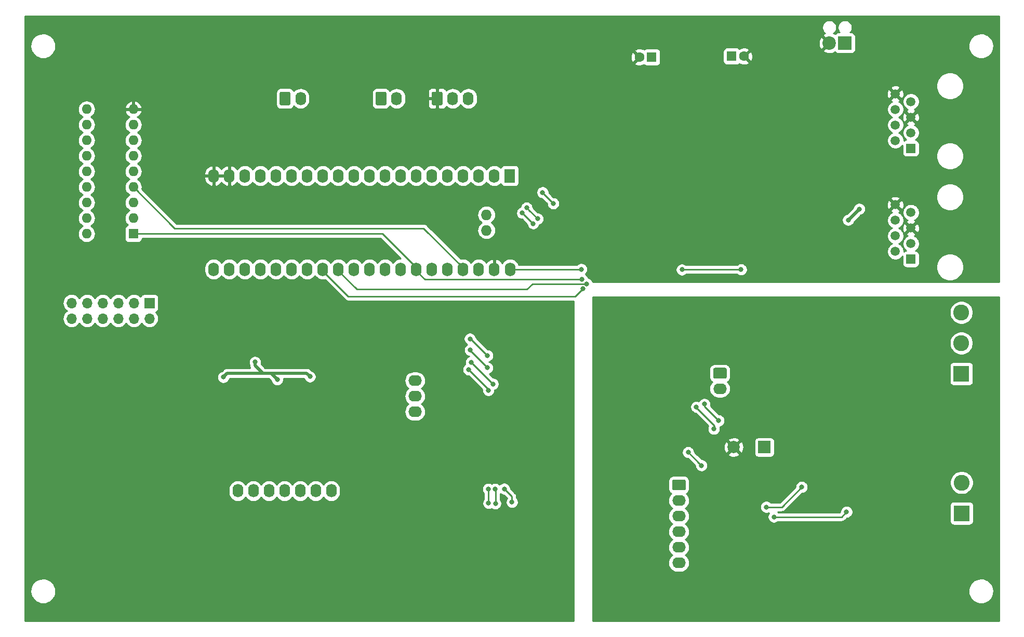
<source format=gbr>
G04 #@! TF.GenerationSoftware,KiCad,Pcbnew,5.1.2*
G04 #@! TF.CreationDate,2019-07-24T05:26:17+02:00*
G04 #@! TF.ProjectId,Motor,4d6f746f-722e-46b6-9963-61645f706362,rev?*
G04 #@! TF.SameCoordinates,Original*
G04 #@! TF.FileFunction,Copper,L2,Bot*
G04 #@! TF.FilePolarity,Positive*
%FSLAX46Y46*%
G04 Gerber Fmt 4.6, Leading zero omitted, Abs format (unit mm)*
G04 Created by KiCad (PCBNEW 5.1.2) date 2019-07-24 05:26:17*
%MOMM*%
%LPD*%
G04 APERTURE LIST*
%ADD10R,1.727200X2.250000*%
%ADD11O,1.727200X2.250000*%
%ADD12O,1.727200X1.727200*%
%ADD13C,0.100000*%
%ADD14C,1.740000*%
%ADD15O,1.740000X2.200000*%
%ADD16O,2.200000X1.740000*%
%ADD17R,2.600000X2.600000*%
%ADD18C,2.600000*%
%ADD19R,1.700000X1.700000*%
%ADD20O,1.700000X1.700000*%
%ADD21R,2.000000X2.000000*%
%ADD22C,2.000000*%
%ADD23C,1.600000*%
%ADD24R,1.600000X1.600000*%
%ADD25O,1.600000X1.600000*%
%ADD26C,1.500000*%
%ADD27R,1.500000X1.500000*%
%ADD28R,2.200000X2.200000*%
%ADD29C,2.200000*%
%ADD30C,0.800000*%
%ADD31C,0.250000*%
%ADD32C,0.500000*%
%ADD33C,0.254000*%
G04 APERTURE END LIST*
D10*
X119629000Y-71721000D03*
D11*
X117089000Y-71721000D03*
X114549000Y-71721000D03*
X112009000Y-71721000D03*
X109469000Y-71721000D03*
X106929000Y-71721000D03*
X104389000Y-71721000D03*
X101849000Y-71721000D03*
X99309000Y-71721000D03*
X96769000Y-71721000D03*
X94229000Y-71721000D03*
X91689000Y-71721000D03*
X89149000Y-71721000D03*
X86609000Y-71721000D03*
X84069000Y-71721000D03*
X81529000Y-71721000D03*
X78989000Y-71721000D03*
X76449000Y-71721000D03*
X73909000Y-71721000D03*
X71369000Y-71721000D03*
X71369000Y-86961000D03*
X73909000Y-86961000D03*
X76449000Y-86961000D03*
X78989000Y-86961000D03*
X81529000Y-86961000D03*
X84069000Y-86961000D03*
X86609000Y-86961000D03*
X89149000Y-86961000D03*
X91689000Y-86961000D03*
X94229000Y-86961000D03*
X96769000Y-86961000D03*
X99309000Y-86961000D03*
X101849000Y-86961000D03*
X104389000Y-86961000D03*
X106929000Y-86961000D03*
X109469000Y-86961000D03*
X112009000Y-86961000D03*
X114549000Y-86961000D03*
X117089000Y-86961000D03*
X119679800Y-86961000D03*
D12*
X115819000Y-80621000D03*
X115819000Y-78081000D03*
D13*
G36*
X108437105Y-58023804D02*
G01*
X108461373Y-58027404D01*
X108485172Y-58033365D01*
X108508271Y-58041630D01*
X108530450Y-58052120D01*
X108551493Y-58064732D01*
X108571199Y-58079347D01*
X108589377Y-58095823D01*
X108605853Y-58114001D01*
X108620468Y-58133707D01*
X108633080Y-58154750D01*
X108643570Y-58176929D01*
X108651835Y-58200028D01*
X108657796Y-58223827D01*
X108661396Y-58248095D01*
X108662600Y-58272599D01*
X108662600Y-59972601D01*
X108661396Y-59997105D01*
X108657796Y-60021373D01*
X108651835Y-60045172D01*
X108643570Y-60068271D01*
X108633080Y-60090450D01*
X108620468Y-60111493D01*
X108605853Y-60131199D01*
X108589377Y-60149377D01*
X108571199Y-60165853D01*
X108551493Y-60180468D01*
X108530450Y-60193080D01*
X108508271Y-60203570D01*
X108485172Y-60211835D01*
X108461373Y-60217796D01*
X108437105Y-60221396D01*
X108412601Y-60222600D01*
X107172599Y-60222600D01*
X107148095Y-60221396D01*
X107123827Y-60217796D01*
X107100028Y-60211835D01*
X107076929Y-60203570D01*
X107054750Y-60193080D01*
X107033707Y-60180468D01*
X107014001Y-60165853D01*
X106995823Y-60149377D01*
X106979347Y-60131199D01*
X106964732Y-60111493D01*
X106952120Y-60090450D01*
X106941630Y-60068271D01*
X106933365Y-60045172D01*
X106927404Y-60021373D01*
X106923804Y-59997105D01*
X106922600Y-59972601D01*
X106922600Y-58272599D01*
X106923804Y-58248095D01*
X106927404Y-58223827D01*
X106933365Y-58200028D01*
X106941630Y-58176929D01*
X106952120Y-58154750D01*
X106964732Y-58133707D01*
X106979347Y-58114001D01*
X106995823Y-58095823D01*
X107014001Y-58079347D01*
X107033707Y-58064732D01*
X107054750Y-58052120D01*
X107076929Y-58041630D01*
X107100028Y-58033365D01*
X107123827Y-58027404D01*
X107148095Y-58023804D01*
X107172599Y-58022600D01*
X108412601Y-58022600D01*
X108437105Y-58023804D01*
X108437105Y-58023804D01*
G37*
D14*
X107792600Y-59122600D03*
D15*
X110332600Y-59122600D03*
X112872600Y-59122600D03*
D13*
G36*
X99293105Y-58023804D02*
G01*
X99317373Y-58027404D01*
X99341172Y-58033365D01*
X99364271Y-58041630D01*
X99386450Y-58052120D01*
X99407493Y-58064732D01*
X99427199Y-58079347D01*
X99445377Y-58095823D01*
X99461853Y-58114001D01*
X99476468Y-58133707D01*
X99489080Y-58154750D01*
X99499570Y-58176929D01*
X99507835Y-58200028D01*
X99513796Y-58223827D01*
X99517396Y-58248095D01*
X99518600Y-58272599D01*
X99518600Y-59972601D01*
X99517396Y-59997105D01*
X99513796Y-60021373D01*
X99507835Y-60045172D01*
X99499570Y-60068271D01*
X99489080Y-60090450D01*
X99476468Y-60111493D01*
X99461853Y-60131199D01*
X99445377Y-60149377D01*
X99427199Y-60165853D01*
X99407493Y-60180468D01*
X99386450Y-60193080D01*
X99364271Y-60203570D01*
X99341172Y-60211835D01*
X99317373Y-60217796D01*
X99293105Y-60221396D01*
X99268601Y-60222600D01*
X98028599Y-60222600D01*
X98004095Y-60221396D01*
X97979827Y-60217796D01*
X97956028Y-60211835D01*
X97932929Y-60203570D01*
X97910750Y-60193080D01*
X97889707Y-60180468D01*
X97870001Y-60165853D01*
X97851823Y-60149377D01*
X97835347Y-60131199D01*
X97820732Y-60111493D01*
X97808120Y-60090450D01*
X97797630Y-60068271D01*
X97789365Y-60045172D01*
X97783404Y-60021373D01*
X97779804Y-59997105D01*
X97778600Y-59972601D01*
X97778600Y-58272599D01*
X97779804Y-58248095D01*
X97783404Y-58223827D01*
X97789365Y-58200028D01*
X97797630Y-58176929D01*
X97808120Y-58154750D01*
X97820732Y-58133707D01*
X97835347Y-58114001D01*
X97851823Y-58095823D01*
X97870001Y-58079347D01*
X97889707Y-58064732D01*
X97910750Y-58052120D01*
X97932929Y-58041630D01*
X97956028Y-58033365D01*
X97979827Y-58027404D01*
X98004095Y-58023804D01*
X98028599Y-58022600D01*
X99268601Y-58022600D01*
X99293105Y-58023804D01*
X99293105Y-58023804D01*
G37*
D14*
X98648600Y-59122600D03*
D15*
X101188600Y-59122600D03*
D13*
G36*
X105060305Y-101713204D02*
G01*
X105084573Y-101716804D01*
X105108372Y-101722765D01*
X105131471Y-101731030D01*
X105153650Y-101741520D01*
X105174693Y-101754132D01*
X105194399Y-101768747D01*
X105212577Y-101785223D01*
X105229053Y-101803401D01*
X105243668Y-101823107D01*
X105256280Y-101844150D01*
X105266770Y-101866329D01*
X105275035Y-101889428D01*
X105280996Y-101913227D01*
X105284596Y-101937495D01*
X105285800Y-101961999D01*
X105285800Y-103202001D01*
X105284596Y-103226505D01*
X105280996Y-103250773D01*
X105275035Y-103274572D01*
X105266770Y-103297671D01*
X105256280Y-103319850D01*
X105243668Y-103340893D01*
X105229053Y-103360599D01*
X105212577Y-103378777D01*
X105194399Y-103395253D01*
X105174693Y-103409868D01*
X105153650Y-103422480D01*
X105131471Y-103432970D01*
X105108372Y-103441235D01*
X105084573Y-103447196D01*
X105060305Y-103450796D01*
X105035801Y-103452000D01*
X103335799Y-103452000D01*
X103311295Y-103450796D01*
X103287027Y-103447196D01*
X103263228Y-103441235D01*
X103240129Y-103432970D01*
X103217950Y-103422480D01*
X103196907Y-103409868D01*
X103177201Y-103395253D01*
X103159023Y-103378777D01*
X103142547Y-103360599D01*
X103127932Y-103340893D01*
X103115320Y-103319850D01*
X103104830Y-103297671D01*
X103096565Y-103274572D01*
X103090604Y-103250773D01*
X103087004Y-103226505D01*
X103085800Y-103202001D01*
X103085800Y-101961999D01*
X103087004Y-101937495D01*
X103090604Y-101913227D01*
X103096565Y-101889428D01*
X103104830Y-101866329D01*
X103115320Y-101844150D01*
X103127932Y-101823107D01*
X103142547Y-101803401D01*
X103159023Y-101785223D01*
X103177201Y-101768747D01*
X103196907Y-101754132D01*
X103217950Y-101741520D01*
X103240129Y-101731030D01*
X103263228Y-101722765D01*
X103287027Y-101716804D01*
X103311295Y-101713204D01*
X103335799Y-101712000D01*
X105035801Y-101712000D01*
X105060305Y-101713204D01*
X105060305Y-101713204D01*
G37*
D14*
X104185800Y-102582000D03*
D16*
X104185800Y-105122000D03*
X104185800Y-107662000D03*
X104185800Y-110202000D03*
D13*
G36*
X83646705Y-58023804D02*
G01*
X83670973Y-58027404D01*
X83694772Y-58033365D01*
X83717871Y-58041630D01*
X83740050Y-58052120D01*
X83761093Y-58064732D01*
X83780799Y-58079347D01*
X83798977Y-58095823D01*
X83815453Y-58114001D01*
X83830068Y-58133707D01*
X83842680Y-58154750D01*
X83853170Y-58176929D01*
X83861435Y-58200028D01*
X83867396Y-58223827D01*
X83870996Y-58248095D01*
X83872200Y-58272599D01*
X83872200Y-59972601D01*
X83870996Y-59997105D01*
X83867396Y-60021373D01*
X83861435Y-60045172D01*
X83853170Y-60068271D01*
X83842680Y-60090450D01*
X83830068Y-60111493D01*
X83815453Y-60131199D01*
X83798977Y-60149377D01*
X83780799Y-60165853D01*
X83761093Y-60180468D01*
X83740050Y-60193080D01*
X83717871Y-60203570D01*
X83694772Y-60211835D01*
X83670973Y-60217796D01*
X83646705Y-60221396D01*
X83622201Y-60222600D01*
X82382199Y-60222600D01*
X82357695Y-60221396D01*
X82333427Y-60217796D01*
X82309628Y-60211835D01*
X82286529Y-60203570D01*
X82264350Y-60193080D01*
X82243307Y-60180468D01*
X82223601Y-60165853D01*
X82205423Y-60149377D01*
X82188947Y-60131199D01*
X82174332Y-60111493D01*
X82161720Y-60090450D01*
X82151230Y-60068271D01*
X82142965Y-60045172D01*
X82137004Y-60021373D01*
X82133404Y-59997105D01*
X82132200Y-59972601D01*
X82132200Y-58272599D01*
X82133404Y-58248095D01*
X82137004Y-58223827D01*
X82142965Y-58200028D01*
X82151230Y-58176929D01*
X82161720Y-58154750D01*
X82174332Y-58133707D01*
X82188947Y-58114001D01*
X82205423Y-58095823D01*
X82223601Y-58079347D01*
X82243307Y-58064732D01*
X82264350Y-58052120D01*
X82286529Y-58041630D01*
X82309628Y-58033365D01*
X82333427Y-58027404D01*
X82357695Y-58023804D01*
X82382199Y-58022600D01*
X83622201Y-58022600D01*
X83646705Y-58023804D01*
X83646705Y-58023804D01*
G37*
D14*
X83002200Y-59122600D03*
D15*
X85542200Y-59122600D03*
D16*
X153875820Y-106450420D03*
D13*
G36*
X154750325Y-103041624D02*
G01*
X154774593Y-103045224D01*
X154798392Y-103051185D01*
X154821491Y-103059450D01*
X154843670Y-103069940D01*
X154864713Y-103082552D01*
X154884419Y-103097167D01*
X154902597Y-103113643D01*
X154919073Y-103131821D01*
X154933688Y-103151527D01*
X154946300Y-103172570D01*
X154956790Y-103194749D01*
X154965055Y-103217848D01*
X154971016Y-103241647D01*
X154974616Y-103265915D01*
X154975820Y-103290419D01*
X154975820Y-104530421D01*
X154974616Y-104554925D01*
X154971016Y-104579193D01*
X154965055Y-104602992D01*
X154956790Y-104626091D01*
X154946300Y-104648270D01*
X154933688Y-104669313D01*
X154919073Y-104689019D01*
X154902597Y-104707197D01*
X154884419Y-104723673D01*
X154864713Y-104738288D01*
X154843670Y-104750900D01*
X154821491Y-104761390D01*
X154798392Y-104769655D01*
X154774593Y-104775616D01*
X154750325Y-104779216D01*
X154725821Y-104780420D01*
X153025819Y-104780420D01*
X153001315Y-104779216D01*
X152977047Y-104775616D01*
X152953248Y-104769655D01*
X152930149Y-104761390D01*
X152907970Y-104750900D01*
X152886927Y-104738288D01*
X152867221Y-104723673D01*
X152849043Y-104707197D01*
X152832567Y-104689019D01*
X152817952Y-104669313D01*
X152805340Y-104648270D01*
X152794850Y-104626091D01*
X152786585Y-104602992D01*
X152780624Y-104579193D01*
X152777024Y-104554925D01*
X152775820Y-104530421D01*
X152775820Y-103290419D01*
X152777024Y-103265915D01*
X152780624Y-103241647D01*
X152786585Y-103217848D01*
X152794850Y-103194749D01*
X152805340Y-103172570D01*
X152817952Y-103151527D01*
X152832567Y-103131821D01*
X152849043Y-103113643D01*
X152867221Y-103097167D01*
X152886927Y-103082552D01*
X152907970Y-103069940D01*
X152930149Y-103059450D01*
X152953248Y-103051185D01*
X152977047Y-103045224D01*
X153001315Y-103041624D01*
X153025819Y-103040420D01*
X154725821Y-103040420D01*
X154750325Y-103041624D01*
X154750325Y-103041624D01*
G37*
D14*
X153875820Y-103910420D03*
D17*
X193263600Y-126762800D03*
D18*
X193263600Y-121762800D03*
D19*
X60929600Y-92460100D03*
D20*
X60929600Y-95000100D03*
X58389600Y-92460100D03*
X58389600Y-95000100D03*
X55849600Y-92460100D03*
X55849600Y-95000100D03*
X53309600Y-92460100D03*
X53309600Y-95000100D03*
X50769600Y-92460100D03*
X50769600Y-95000100D03*
X48229600Y-92460100D03*
X48229600Y-95000100D03*
D21*
X161132600Y-115993200D03*
D22*
X156132600Y-115993200D03*
D23*
X157798600Y-52226500D03*
D24*
X155798600Y-52226500D03*
X142768400Y-52366200D03*
D23*
X140768400Y-52366200D03*
D24*
X58288000Y-81182500D03*
D25*
X50668000Y-60862500D03*
X58288000Y-78642500D03*
X50668000Y-63402500D03*
X58288000Y-76102500D03*
X50668000Y-65942500D03*
X58288000Y-73562500D03*
X50668000Y-68482500D03*
X58288000Y-71022500D03*
X50668000Y-71022500D03*
X58288000Y-68482500D03*
X50668000Y-73562500D03*
X58288000Y-65942500D03*
X50668000Y-76102500D03*
X58288000Y-63402500D03*
X50668000Y-78642500D03*
X58288000Y-60862500D03*
X50668000Y-81182500D03*
D26*
X182460000Y-58353960D03*
X185000000Y-59623960D03*
X182460000Y-60893960D03*
X185000000Y-62163960D03*
X182460000Y-63433960D03*
X185000000Y-64703960D03*
X182460000Y-65973960D03*
D27*
X185000000Y-67243960D03*
X185000000Y-85318600D03*
D26*
X182460000Y-84048600D03*
X185000000Y-82778600D03*
X182460000Y-81508600D03*
X185000000Y-80238600D03*
X182460000Y-78968600D03*
X185000000Y-77698600D03*
X182460000Y-76428600D03*
D28*
X174239000Y-50067500D03*
D29*
X171699000Y-50067500D03*
D17*
X193230000Y-104004400D03*
D18*
X193230000Y-99004400D03*
X193230000Y-94004400D03*
D13*
G36*
X148062505Y-121271204D02*
G01*
X148086773Y-121274804D01*
X148110572Y-121280765D01*
X148133671Y-121289030D01*
X148155850Y-121299520D01*
X148176893Y-121312132D01*
X148196599Y-121326747D01*
X148214777Y-121343223D01*
X148231253Y-121361401D01*
X148245868Y-121381107D01*
X148258480Y-121402150D01*
X148268970Y-121424329D01*
X148277235Y-121447428D01*
X148283196Y-121471227D01*
X148286796Y-121495495D01*
X148288000Y-121519999D01*
X148288000Y-122760001D01*
X148286796Y-122784505D01*
X148283196Y-122808773D01*
X148277235Y-122832572D01*
X148268970Y-122855671D01*
X148258480Y-122877850D01*
X148245868Y-122898893D01*
X148231253Y-122918599D01*
X148214777Y-122936777D01*
X148196599Y-122953253D01*
X148176893Y-122967868D01*
X148155850Y-122980480D01*
X148133671Y-122990970D01*
X148110572Y-122999235D01*
X148086773Y-123005196D01*
X148062505Y-123008796D01*
X148038001Y-123010000D01*
X146337999Y-123010000D01*
X146313495Y-123008796D01*
X146289227Y-123005196D01*
X146265428Y-122999235D01*
X146242329Y-122990970D01*
X146220150Y-122980480D01*
X146199107Y-122967868D01*
X146179401Y-122953253D01*
X146161223Y-122936777D01*
X146144747Y-122918599D01*
X146130132Y-122898893D01*
X146117520Y-122877850D01*
X146107030Y-122855671D01*
X146098765Y-122832572D01*
X146092804Y-122808773D01*
X146089204Y-122784505D01*
X146088000Y-122760001D01*
X146088000Y-121519999D01*
X146089204Y-121495495D01*
X146092804Y-121471227D01*
X146098765Y-121447428D01*
X146107030Y-121424329D01*
X146117520Y-121402150D01*
X146130132Y-121381107D01*
X146144747Y-121361401D01*
X146161223Y-121343223D01*
X146179401Y-121326747D01*
X146199107Y-121312132D01*
X146220150Y-121299520D01*
X146242329Y-121289030D01*
X146265428Y-121280765D01*
X146289227Y-121274804D01*
X146313495Y-121271204D01*
X146337999Y-121270000D01*
X148038001Y-121270000D01*
X148062505Y-121271204D01*
X148062505Y-121271204D01*
G37*
D14*
X147188000Y-122140000D03*
D16*
X147188000Y-124680000D03*
X147188000Y-127220000D03*
X147188000Y-129760000D03*
X147188000Y-132300000D03*
X147188000Y-134840000D03*
D13*
G36*
X93730505Y-121993704D02*
G01*
X93754773Y-121997304D01*
X93778572Y-122003265D01*
X93801671Y-122011530D01*
X93823850Y-122022020D01*
X93844893Y-122034632D01*
X93864599Y-122049247D01*
X93882777Y-122065723D01*
X93899253Y-122083901D01*
X93913868Y-122103607D01*
X93926480Y-122124650D01*
X93936970Y-122146829D01*
X93945235Y-122169928D01*
X93951196Y-122193727D01*
X93954796Y-122217995D01*
X93956000Y-122242499D01*
X93956000Y-123942501D01*
X93954796Y-123967005D01*
X93951196Y-123991273D01*
X93945235Y-124015072D01*
X93936970Y-124038171D01*
X93926480Y-124060350D01*
X93913868Y-124081393D01*
X93899253Y-124101099D01*
X93882777Y-124119277D01*
X93864599Y-124135753D01*
X93844893Y-124150368D01*
X93823850Y-124162980D01*
X93801671Y-124173470D01*
X93778572Y-124181735D01*
X93754773Y-124187696D01*
X93730505Y-124191296D01*
X93706001Y-124192500D01*
X92465999Y-124192500D01*
X92441495Y-124191296D01*
X92417227Y-124187696D01*
X92393428Y-124181735D01*
X92370329Y-124173470D01*
X92348150Y-124162980D01*
X92327107Y-124150368D01*
X92307401Y-124135753D01*
X92289223Y-124119277D01*
X92272747Y-124101099D01*
X92258132Y-124081393D01*
X92245520Y-124060350D01*
X92235030Y-124038171D01*
X92226765Y-124015072D01*
X92220804Y-123991273D01*
X92217204Y-123967005D01*
X92216000Y-123942501D01*
X92216000Y-122242499D01*
X92217204Y-122217995D01*
X92220804Y-122193727D01*
X92226765Y-122169928D01*
X92235030Y-122146829D01*
X92245520Y-122124650D01*
X92258132Y-122103607D01*
X92272747Y-122083901D01*
X92289223Y-122065723D01*
X92307401Y-122049247D01*
X92327107Y-122034632D01*
X92348150Y-122022020D01*
X92370329Y-122011530D01*
X92393428Y-122003265D01*
X92417227Y-121997304D01*
X92441495Y-121993704D01*
X92465999Y-121992500D01*
X93706001Y-121992500D01*
X93730505Y-121993704D01*
X93730505Y-121993704D01*
G37*
D14*
X93086000Y-123092500D03*
D15*
X90546000Y-123092500D03*
X88006000Y-123092500D03*
X85466000Y-123092500D03*
X82926000Y-123092500D03*
X80386000Y-123092500D03*
X77846000Y-123092500D03*
X75306000Y-123092500D03*
D30*
X131287600Y-86961000D03*
X147696000Y-87037200D03*
X157322600Y-87011800D03*
X153423700Y-65612300D03*
X155011200Y-74464200D03*
X157919500Y-74515000D03*
X159748300Y-72965600D03*
X165272800Y-57624000D03*
X171152900Y-55452300D03*
X176512300Y-55211000D03*
X176616440Y-74748680D03*
X164764800Y-79544200D03*
X167152400Y-78680600D03*
X173870700Y-84611500D03*
X159710200Y-84560700D03*
X155577471Y-84949171D03*
X121711800Y-103267800D03*
X121775300Y-98797400D03*
X76677600Y-106353900D03*
X84005500Y-102747100D03*
X96235600Y-106798400D03*
X70492700Y-100067400D03*
X84869100Y-101197700D03*
X79714010Y-93018900D03*
X105303400Y-53661600D03*
X104998600Y-59478200D03*
X88742600Y-61967400D03*
X72918400Y-61535600D03*
X103398400Y-99508600D03*
X120619600Y-135576600D03*
X117724000Y-130014000D03*
X118587600Y-124934000D03*
X120264000Y-120692200D03*
X166187200Y-70197000D03*
X164561600Y-67987200D03*
X120010000Y-113377000D03*
X180436600Y-102023200D03*
X170733800Y-130496600D03*
X170759200Y-116907600D03*
X171759200Y-116907600D03*
X172759200Y-116907600D03*
X173759200Y-116907600D03*
X174759200Y-116907600D03*
X175759200Y-116907600D03*
X176759200Y-116907600D03*
X177759200Y-116907600D03*
X170759200Y-117907600D03*
X171759200Y-117907600D03*
X172759200Y-117907600D03*
X173759200Y-117907600D03*
X174759200Y-117907600D03*
X175759200Y-117907600D03*
X176759200Y-117907600D03*
X177759200Y-117907600D03*
X170759200Y-118907600D03*
X171759200Y-118907600D03*
X172759200Y-118907600D03*
X173759200Y-118907600D03*
X174759200Y-118907600D03*
X175759200Y-118907600D03*
X176759200Y-118907600D03*
X177759200Y-118907600D03*
X171733800Y-130496600D03*
X172733800Y-130496600D03*
X173733800Y-130496600D03*
X174733800Y-130496600D03*
X175733800Y-130496600D03*
X176733800Y-130496600D03*
X177733800Y-130496600D03*
X170733800Y-131496600D03*
X171733800Y-131496600D03*
X172733800Y-131496600D03*
X173733800Y-131496600D03*
X174733800Y-131496600D03*
X175733800Y-131496600D03*
X176733800Y-131496600D03*
X177733800Y-131496600D03*
X170733800Y-132496600D03*
X171733800Y-132496600D03*
X172733800Y-132496600D03*
X173733800Y-132496600D03*
X174733800Y-132496600D03*
X175733800Y-132496600D03*
X176733800Y-132496600D03*
X177733800Y-132496600D03*
X181436600Y-102023200D03*
X180436600Y-103023200D03*
X181436600Y-103023200D03*
X180436600Y-104023200D03*
X181436600Y-104023200D03*
X179935200Y-105042000D03*
X179935200Y-106042000D03*
X178935200Y-105042000D03*
X178935200Y-106042000D03*
X177935200Y-105042000D03*
X177935200Y-106042000D03*
X134239080Y-118477320D03*
X138643440Y-119064060D03*
X134353380Y-106983820D03*
X135747840Y-133087400D03*
X135656400Y-130638840D03*
X135697040Y-125307380D03*
X135646240Y-122681020D03*
X140977700Y-92510900D03*
X140926900Y-107052400D03*
X155290600Y-122952800D03*
X182176500Y-95660500D03*
X87066200Y-104474300D03*
X72956500Y-104563200D03*
X78112700Y-102099400D03*
X81744900Y-104956900D03*
X174792720Y-78929520D03*
X176585960Y-77141360D03*
X174518400Y-126534200D03*
X162682000Y-127347000D03*
X150871000Y-118965000D03*
X148712000Y-116806000D03*
X131366757Y-88623590D03*
X167205740Y-122485440D03*
X161439940Y-125741720D03*
X151351060Y-108954860D03*
X153665000Y-111649800D03*
X150048040Y-109422220D03*
X152889190Y-112996000D03*
X115996800Y-101032600D03*
X113152000Y-98314800D03*
X119984600Y-124934000D03*
X118740000Y-122775000D03*
X115996800Y-103039200D03*
X113202800Y-100143600D03*
X112948800Y-103318600D03*
X116149200Y-106696800D03*
X116149200Y-122800400D03*
X116174600Y-125111800D03*
X117292200Y-125162600D03*
X117241400Y-122825800D03*
X116885800Y-105680800D03*
X113355200Y-102150200D03*
X122384900Y-76928000D03*
X124188300Y-78731400D03*
X126728300Y-76229500D03*
X124975700Y-74438800D03*
X123451700Y-79506100D03*
X121673700Y-77778900D03*
X131525602Y-90128760D03*
X132151200Y-89348600D03*
D31*
X119679800Y-86961000D02*
X131287600Y-86961000D01*
X147696000Y-87037200D02*
X157297200Y-87037200D01*
X157297200Y-87037200D02*
X157322600Y-87011800D01*
D32*
X87066200Y-104474300D02*
X86520100Y-103928200D01*
X73591500Y-103928200D02*
X72956500Y-104563200D01*
X86520100Y-103928200D02*
X80182800Y-103928200D01*
X79375815Y-103928200D02*
X79814500Y-103928200D01*
X78112700Y-102665085D02*
X79375815Y-103928200D01*
X78112700Y-102099400D02*
X78112700Y-102665085D01*
X80182800Y-103928200D02*
X79814500Y-103928200D01*
X79814500Y-103928200D02*
X73591500Y-103928200D01*
X80182800Y-103928200D02*
X80716200Y-103928200D01*
X80716200Y-103928200D02*
X81744900Y-104956900D01*
X174792720Y-78929520D02*
X174797800Y-78929520D01*
X174797800Y-78929520D02*
X176585960Y-77141360D01*
D31*
X174518400Y-126534200D02*
X173705600Y-127347000D01*
X173705600Y-127347000D02*
X162682000Y-127347000D01*
X150871000Y-118965000D02*
X150471001Y-118565001D01*
X150471001Y-118565001D02*
X148712000Y-116806000D01*
X104389000Y-87222400D02*
X104389000Y-86961000D01*
X105790190Y-88623590D02*
X104389000Y-87222400D01*
X131366757Y-88623590D02*
X105790190Y-88623590D01*
X104389000Y-86699600D02*
X104389000Y-86961000D01*
X98871900Y-81182500D02*
X104389000Y-86699600D01*
X58288000Y-81182500D02*
X98871900Y-81182500D01*
X167205740Y-122485440D02*
X163949460Y-125741720D01*
X163949460Y-125741720D02*
X161439940Y-125741720D01*
X151409480Y-108954860D02*
X151351060Y-108954860D01*
X151351060Y-109335860D02*
X151351060Y-108954860D01*
X153665000Y-111649800D02*
X151351060Y-109335860D01*
X152999637Y-112457637D02*
X152999637Y-113050063D01*
X150048040Y-109422220D02*
X150048040Y-109506040D01*
X150048040Y-109506040D02*
X152999637Y-112457637D01*
X115996800Y-101032600D02*
X113279000Y-98314800D01*
X113279000Y-98314800D02*
X113152000Y-98314800D01*
X119984600Y-124934000D02*
X119984600Y-124019600D01*
X119984600Y-124019600D02*
X118740000Y-122775000D01*
X115996800Y-103039200D02*
X113202800Y-100245200D01*
X113202800Y-100245200D02*
X113202800Y-100143600D01*
X112948800Y-103318600D02*
X116149200Y-106519000D01*
X116149200Y-106519000D02*
X116149200Y-106696800D01*
X116149200Y-122800400D02*
X116149200Y-125086400D01*
X116149200Y-125086400D02*
X116174600Y-125111800D01*
X117292200Y-125162600D02*
X117292200Y-122876600D01*
X117292200Y-122876600D02*
X117241400Y-122825800D01*
X116885800Y-105680800D02*
X113355200Y-102150200D01*
X105602900Y-80293500D02*
X112009000Y-86699600D01*
X112009000Y-86699600D02*
X112009000Y-86961000D01*
X58288000Y-73562500D02*
X65019000Y-80293500D01*
X65019000Y-80293500D02*
X105602900Y-80293500D01*
X122384900Y-76928000D02*
X122784899Y-77327999D01*
X122784899Y-77327999D02*
X124188300Y-78731400D01*
X126728300Y-76229500D02*
X124975700Y-74476900D01*
X124975700Y-74476900D02*
X124975700Y-74438800D01*
X123451700Y-79506100D02*
X123400900Y-79506100D01*
X123400900Y-79506100D02*
X121673700Y-77778900D01*
X93301909Y-91375309D02*
X89149000Y-87222400D01*
X89149000Y-87222400D02*
X89149000Y-86961000D01*
X130279053Y-91375309D02*
X93301909Y-91375309D01*
X131525602Y-90128760D02*
X130279053Y-91375309D01*
X132151200Y-89348600D02*
X131122500Y-89348600D01*
X122410300Y-90250300D02*
X94716900Y-90250300D01*
X91689000Y-87222400D02*
X91689000Y-86961000D01*
X123312000Y-89348600D02*
X122410300Y-90250300D01*
X94716900Y-90250300D02*
X91689000Y-87222400D01*
X132151200Y-89348600D02*
X123312000Y-89348600D01*
D33*
G36*
X199340001Y-89018296D02*
G01*
X133130306Y-89007785D01*
X133068405Y-88858344D01*
X132955137Y-88688826D01*
X132810974Y-88544663D01*
X132641456Y-88431395D01*
X132453098Y-88353374D01*
X132364791Y-88335809D01*
X132361983Y-88321692D01*
X132283962Y-88133334D01*
X132170694Y-87963816D01*
X132026531Y-87819653D01*
X131946008Y-87765850D01*
X131947374Y-87764937D01*
X132091537Y-87620774D01*
X132204805Y-87451256D01*
X132282826Y-87262898D01*
X132322600Y-87062939D01*
X132322600Y-86935261D01*
X146661000Y-86935261D01*
X146661000Y-87139139D01*
X146700774Y-87339098D01*
X146778795Y-87527456D01*
X146892063Y-87696974D01*
X147036226Y-87841137D01*
X147205744Y-87954405D01*
X147394102Y-88032426D01*
X147594061Y-88072200D01*
X147797939Y-88072200D01*
X147997898Y-88032426D01*
X148186256Y-87954405D01*
X148355774Y-87841137D01*
X148399711Y-87797200D01*
X156644289Y-87797200D01*
X156662826Y-87815737D01*
X156832344Y-87929005D01*
X157020702Y-88007026D01*
X157220661Y-88046800D01*
X157424539Y-88046800D01*
X157624498Y-88007026D01*
X157812856Y-87929005D01*
X157982374Y-87815737D01*
X158126537Y-87671574D01*
X158239805Y-87502056D01*
X158317826Y-87313698D01*
X158357600Y-87113739D01*
X158357600Y-86909861D01*
X158317826Y-86709902D01*
X158239805Y-86521544D01*
X158126537Y-86352026D01*
X157982374Y-86207863D01*
X157812856Y-86094595D01*
X157624498Y-86016574D01*
X157424539Y-85976800D01*
X157220661Y-85976800D01*
X157020702Y-86016574D01*
X156832344Y-86094595D01*
X156662826Y-86207863D01*
X156593489Y-86277200D01*
X148399711Y-86277200D01*
X148355774Y-86233263D01*
X148186256Y-86119995D01*
X147997898Y-86041974D01*
X147797939Y-86002200D01*
X147594061Y-86002200D01*
X147394102Y-86041974D01*
X147205744Y-86119995D01*
X147036226Y-86233263D01*
X146892063Y-86377426D01*
X146778795Y-86546944D01*
X146700774Y-86735302D01*
X146661000Y-86935261D01*
X132322600Y-86935261D01*
X132322600Y-86859061D01*
X132282826Y-86659102D01*
X132204805Y-86470744D01*
X132091537Y-86301226D01*
X131947374Y-86157063D01*
X131777856Y-86043795D01*
X131589498Y-85965774D01*
X131389539Y-85926000D01*
X131185661Y-85926000D01*
X130985702Y-85965774D01*
X130797344Y-86043795D01*
X130627826Y-86157063D01*
X130583889Y-86201000D01*
X121094584Y-86201000D01*
X121071025Y-86123336D01*
X120931869Y-85862994D01*
X120744597Y-85634803D01*
X120516405Y-85447531D01*
X120256063Y-85308375D01*
X119973576Y-85222684D01*
X119679800Y-85193749D01*
X119386023Y-85222684D01*
X119103536Y-85308375D01*
X118843194Y-85447531D01*
X118615003Y-85634803D01*
X118427731Y-85862995D01*
X118383744Y-85945289D01*
X118264483Y-85761426D01*
X118058868Y-85550127D01*
X117815981Y-85383002D01*
X117545157Y-85266473D01*
X117448026Y-85244642D01*
X117216000Y-85365783D01*
X117216000Y-86834000D01*
X117236000Y-86834000D01*
X117236000Y-87088000D01*
X117216000Y-87088000D01*
X117216000Y-87108000D01*
X116962000Y-87108000D01*
X116962000Y-87088000D01*
X116942000Y-87088000D01*
X116942000Y-86834000D01*
X116962000Y-86834000D01*
X116962000Y-85365783D01*
X116729974Y-85244642D01*
X116632843Y-85266473D01*
X116362019Y-85383002D01*
X116119132Y-85550127D01*
X115913517Y-85761426D01*
X115822107Y-85902353D01*
X115801069Y-85862994D01*
X115613797Y-85634803D01*
X115385605Y-85447531D01*
X115125263Y-85308375D01*
X114842776Y-85222684D01*
X114549000Y-85193749D01*
X114255223Y-85222684D01*
X113972736Y-85308375D01*
X113712394Y-85447531D01*
X113484203Y-85634803D01*
X113296931Y-85862995D01*
X113279000Y-85896541D01*
X113261069Y-85862994D01*
X113073797Y-85634803D01*
X112845605Y-85447531D01*
X112585263Y-85308375D01*
X112302776Y-85222684D01*
X112009000Y-85193749D01*
X111715223Y-85222684D01*
X111632101Y-85247899D01*
X106166704Y-79782503D01*
X106142901Y-79753499D01*
X106027176Y-79658526D01*
X105895147Y-79587954D01*
X105751886Y-79544497D01*
X105640233Y-79533500D01*
X105640222Y-79533500D01*
X105602900Y-79529824D01*
X105565578Y-79533500D01*
X65333803Y-79533500D01*
X63881303Y-78081000D01*
X114313149Y-78081000D01*
X114342084Y-78374777D01*
X114427775Y-78657264D01*
X114566931Y-78917606D01*
X114754203Y-79145797D01*
X114982394Y-79333069D01*
X115015940Y-79351000D01*
X114982394Y-79368931D01*
X114754203Y-79556203D01*
X114566931Y-79784394D01*
X114427775Y-80044736D01*
X114342084Y-80327223D01*
X114313149Y-80621000D01*
X114342084Y-80914777D01*
X114427775Y-81197264D01*
X114566931Y-81457606D01*
X114754203Y-81685797D01*
X114982394Y-81873069D01*
X115242736Y-82012225D01*
X115525223Y-82097916D01*
X115745381Y-82119600D01*
X115892619Y-82119600D01*
X116112777Y-82097916D01*
X116395264Y-82012225D01*
X116655606Y-81873069D01*
X116883797Y-81685797D01*
X117071069Y-81457606D01*
X117210225Y-81197264D01*
X117295916Y-80914777D01*
X117324851Y-80621000D01*
X117295916Y-80327223D01*
X117210225Y-80044736D01*
X117071069Y-79784394D01*
X116883797Y-79556203D01*
X116655606Y-79368931D01*
X116622060Y-79351000D01*
X116655606Y-79333069D01*
X116883797Y-79145797D01*
X117071069Y-78917606D01*
X117210225Y-78657264D01*
X117295916Y-78374777D01*
X117324851Y-78081000D01*
X117295916Y-77787223D01*
X117262469Y-77676961D01*
X120638700Y-77676961D01*
X120638700Y-77880839D01*
X120678474Y-78080798D01*
X120756495Y-78269156D01*
X120869763Y-78438674D01*
X121013926Y-78582837D01*
X121183444Y-78696105D01*
X121371802Y-78774126D01*
X121571761Y-78813900D01*
X121633899Y-78813900D01*
X122416700Y-79596702D01*
X122416700Y-79608039D01*
X122456474Y-79807998D01*
X122534495Y-79996356D01*
X122647763Y-80165874D01*
X122791926Y-80310037D01*
X122961444Y-80423305D01*
X123149802Y-80501326D01*
X123349761Y-80541100D01*
X123553639Y-80541100D01*
X123753598Y-80501326D01*
X123941956Y-80423305D01*
X124111474Y-80310037D01*
X124255637Y-80165874D01*
X124368905Y-79996356D01*
X124446926Y-79807998D01*
X124461996Y-79732236D01*
X124490198Y-79726626D01*
X124678556Y-79648605D01*
X124848074Y-79535337D01*
X124992237Y-79391174D01*
X125105505Y-79221656D01*
X125183526Y-79033298D01*
X125223300Y-78833339D01*
X125223300Y-78827581D01*
X173757720Y-78827581D01*
X173757720Y-79031459D01*
X173797494Y-79231418D01*
X173875515Y-79419776D01*
X173988783Y-79589294D01*
X174132946Y-79733457D01*
X174302464Y-79846725D01*
X174490822Y-79924746D01*
X174690781Y-79964520D01*
X174894659Y-79964520D01*
X175094618Y-79924746D01*
X175282976Y-79846725D01*
X175452494Y-79733457D01*
X175596657Y-79589294D01*
X175709925Y-79419776D01*
X175787946Y-79231418D01*
X175797994Y-79180905D01*
X176146710Y-78832189D01*
X181075000Y-78832189D01*
X181075000Y-79105011D01*
X181128225Y-79372589D01*
X181232629Y-79624643D01*
X181384201Y-79851486D01*
X181577114Y-80044399D01*
X181803957Y-80195971D01*
X181906873Y-80238600D01*
X181803957Y-80281229D01*
X181577114Y-80432801D01*
X181384201Y-80625714D01*
X181232629Y-80852557D01*
X181128225Y-81104611D01*
X181075000Y-81372189D01*
X181075000Y-81645011D01*
X181128225Y-81912589D01*
X181232629Y-82164643D01*
X181384201Y-82391486D01*
X181577114Y-82584399D01*
X181803957Y-82735971D01*
X181906873Y-82778600D01*
X181803957Y-82821229D01*
X181577114Y-82972801D01*
X181384201Y-83165714D01*
X181232629Y-83392557D01*
X181128225Y-83644611D01*
X181075000Y-83912189D01*
X181075000Y-84185011D01*
X181128225Y-84452589D01*
X181232629Y-84704643D01*
X181384201Y-84931486D01*
X181577114Y-85124399D01*
X181803957Y-85275971D01*
X182056011Y-85380375D01*
X182323589Y-85433600D01*
X182596411Y-85433600D01*
X182863989Y-85380375D01*
X183116043Y-85275971D01*
X183342886Y-85124399D01*
X183535799Y-84931486D01*
X183611928Y-84817551D01*
X183611928Y-86068600D01*
X183624188Y-86193082D01*
X183660498Y-86312780D01*
X183719463Y-86423094D01*
X183798815Y-86519785D01*
X183895506Y-86599137D01*
X184005820Y-86658102D01*
X184125518Y-86694412D01*
X184250000Y-86706672D01*
X185750000Y-86706672D01*
X185874482Y-86694412D01*
X185994180Y-86658102D01*
X186104494Y-86599137D01*
X186201185Y-86519785D01*
X186280537Y-86423094D01*
X186309733Y-86368472D01*
X189115000Y-86368472D01*
X189115000Y-86808728D01*
X189200890Y-87240525D01*
X189369369Y-87647269D01*
X189613962Y-88013329D01*
X189925271Y-88324638D01*
X190291331Y-88569231D01*
X190698075Y-88737710D01*
X191129872Y-88823600D01*
X191570128Y-88823600D01*
X192001925Y-88737710D01*
X192408669Y-88569231D01*
X192774729Y-88324638D01*
X193086038Y-88013329D01*
X193330631Y-87647269D01*
X193499110Y-87240525D01*
X193585000Y-86808728D01*
X193585000Y-86368472D01*
X193499110Y-85936675D01*
X193330631Y-85529931D01*
X193086038Y-85163871D01*
X192774729Y-84852562D01*
X192408669Y-84607969D01*
X192001925Y-84439490D01*
X191570128Y-84353600D01*
X191129872Y-84353600D01*
X190698075Y-84439490D01*
X190291331Y-84607969D01*
X189925271Y-84852562D01*
X189613962Y-85163871D01*
X189369369Y-85529931D01*
X189200890Y-85936675D01*
X189115000Y-86368472D01*
X186309733Y-86368472D01*
X186339502Y-86312780D01*
X186375812Y-86193082D01*
X186388072Y-86068600D01*
X186388072Y-84568600D01*
X186375812Y-84444118D01*
X186339502Y-84324420D01*
X186280537Y-84214106D01*
X186201185Y-84117415D01*
X186104494Y-84038063D01*
X185994180Y-83979098D01*
X185874482Y-83942788D01*
X185766517Y-83932155D01*
X185882886Y-83854399D01*
X186075799Y-83661486D01*
X186227371Y-83434643D01*
X186331775Y-83182589D01*
X186385000Y-82915011D01*
X186385000Y-82642189D01*
X186331775Y-82374611D01*
X186227371Y-82122557D01*
X186075799Y-81895714D01*
X185882886Y-81702801D01*
X185656043Y-81551229D01*
X185556721Y-81510089D01*
X185598832Y-81494877D01*
X185711863Y-81434460D01*
X185777388Y-81195593D01*
X185000000Y-80418205D01*
X184222612Y-81195593D01*
X184288137Y-81434460D01*
X184446477Y-81508764D01*
X184343957Y-81551229D01*
X184117114Y-81702801D01*
X183924201Y-81895714D01*
X183772629Y-82122557D01*
X183668225Y-82374611D01*
X183615000Y-82642189D01*
X183615000Y-82915011D01*
X183668225Y-83182589D01*
X183772629Y-83434643D01*
X183924201Y-83661486D01*
X184117114Y-83854399D01*
X184233483Y-83932155D01*
X184125518Y-83942788D01*
X184005820Y-83979098D01*
X183895506Y-84038063D01*
X183845000Y-84079512D01*
X183845000Y-83912189D01*
X183791775Y-83644611D01*
X183687371Y-83392557D01*
X183535799Y-83165714D01*
X183342886Y-82972801D01*
X183116043Y-82821229D01*
X183013127Y-82778600D01*
X183116043Y-82735971D01*
X183342886Y-82584399D01*
X183535799Y-82391486D01*
X183687371Y-82164643D01*
X183791775Y-81912589D01*
X183845000Y-81645011D01*
X183845000Y-81372189D01*
X183791775Y-81104611D01*
X183687371Y-80852557D01*
X183535799Y-80625714D01*
X183342886Y-80432801D01*
X183160737Y-80311092D01*
X183610188Y-80311092D01*
X183651035Y-80580838D01*
X183743723Y-80837432D01*
X183804140Y-80950463D01*
X184043007Y-81015988D01*
X184820395Y-80238600D01*
X185179605Y-80238600D01*
X185956993Y-81015988D01*
X186195860Y-80950463D01*
X186311760Y-80703484D01*
X186377250Y-80438640D01*
X186389812Y-80166108D01*
X186348965Y-79896362D01*
X186256277Y-79639768D01*
X186195860Y-79526737D01*
X185956993Y-79461212D01*
X185179605Y-80238600D01*
X184820395Y-80238600D01*
X184043007Y-79461212D01*
X183804140Y-79526737D01*
X183688240Y-79773716D01*
X183622750Y-80038560D01*
X183610188Y-80311092D01*
X183160737Y-80311092D01*
X183116043Y-80281229D01*
X183013127Y-80238600D01*
X183116043Y-80195971D01*
X183342886Y-80044399D01*
X183535799Y-79851486D01*
X183687371Y-79624643D01*
X183791775Y-79372589D01*
X183845000Y-79105011D01*
X183845000Y-78832189D01*
X183791775Y-78564611D01*
X183687371Y-78312557D01*
X183535799Y-78085714D01*
X183342886Y-77892801D01*
X183116043Y-77741229D01*
X183016721Y-77700089D01*
X183058832Y-77684877D01*
X183171863Y-77624460D01*
X183188944Y-77562189D01*
X183615000Y-77562189D01*
X183615000Y-77835011D01*
X183668225Y-78102589D01*
X183772629Y-78354643D01*
X183924201Y-78581486D01*
X184117114Y-78774399D01*
X184343957Y-78925971D01*
X184443279Y-78967111D01*
X184401168Y-78982323D01*
X184288137Y-79042740D01*
X184222612Y-79281607D01*
X185000000Y-80058995D01*
X185777388Y-79281607D01*
X185711863Y-79042740D01*
X185553523Y-78968436D01*
X185656043Y-78925971D01*
X185882886Y-78774399D01*
X186075799Y-78581486D01*
X186227371Y-78354643D01*
X186331775Y-78102589D01*
X186385000Y-77835011D01*
X186385000Y-77562189D01*
X186331775Y-77294611D01*
X186227371Y-77042557D01*
X186075799Y-76815714D01*
X185882886Y-76622801D01*
X185656043Y-76471229D01*
X185403989Y-76366825D01*
X185136411Y-76313600D01*
X184863589Y-76313600D01*
X184596011Y-76366825D01*
X184343957Y-76471229D01*
X184117114Y-76622801D01*
X183924201Y-76815714D01*
X183772629Y-77042557D01*
X183668225Y-77294611D01*
X183615000Y-77562189D01*
X183188944Y-77562189D01*
X183237388Y-77385593D01*
X182460000Y-76608205D01*
X181682612Y-77385593D01*
X181748137Y-77624460D01*
X181906477Y-77698764D01*
X181803957Y-77741229D01*
X181577114Y-77892801D01*
X181384201Y-78085714D01*
X181232629Y-78312557D01*
X181128225Y-78564611D01*
X181075000Y-78832189D01*
X176146710Y-78832189D01*
X176831004Y-78147895D01*
X176887858Y-78136586D01*
X177076216Y-78058565D01*
X177245734Y-77945297D01*
X177389897Y-77801134D01*
X177503165Y-77631616D01*
X177581186Y-77443258D01*
X177620960Y-77243299D01*
X177620960Y-77039421D01*
X177581186Y-76839462D01*
X177503165Y-76651104D01*
X177402931Y-76501092D01*
X181070188Y-76501092D01*
X181111035Y-76770838D01*
X181203723Y-77027432D01*
X181264140Y-77140463D01*
X181503007Y-77205988D01*
X182280395Y-76428600D01*
X182639605Y-76428600D01*
X183416993Y-77205988D01*
X183655860Y-77140463D01*
X183771760Y-76893484D01*
X183837250Y-76628640D01*
X183849812Y-76356108D01*
X183808965Y-76086362D01*
X183716277Y-75829768D01*
X183655860Y-75716737D01*
X183416993Y-75651212D01*
X182639605Y-76428600D01*
X182280395Y-76428600D01*
X181503007Y-75651212D01*
X181264140Y-75716737D01*
X181148240Y-75963716D01*
X181082750Y-76228560D01*
X181070188Y-76501092D01*
X177402931Y-76501092D01*
X177389897Y-76481586D01*
X177245734Y-76337423D01*
X177076216Y-76224155D01*
X176887858Y-76146134D01*
X176687899Y-76106360D01*
X176484021Y-76106360D01*
X176284062Y-76146134D01*
X176095704Y-76224155D01*
X175926186Y-76337423D01*
X175782023Y-76481586D01*
X175668755Y-76651104D01*
X175590734Y-76839462D01*
X175579425Y-76896316D01*
X174554018Y-77921724D01*
X174490822Y-77934294D01*
X174302464Y-78012315D01*
X174132946Y-78125583D01*
X173988783Y-78269746D01*
X173875515Y-78439264D01*
X173797494Y-78627622D01*
X173757720Y-78827581D01*
X125223300Y-78827581D01*
X125223300Y-78629461D01*
X125183526Y-78429502D01*
X125105505Y-78241144D01*
X124992237Y-78071626D01*
X124848074Y-77927463D01*
X124678556Y-77814195D01*
X124490198Y-77736174D01*
X124290239Y-77696400D01*
X124228102Y-77696400D01*
X123419900Y-76888199D01*
X123419900Y-76826061D01*
X123380126Y-76626102D01*
X123302105Y-76437744D01*
X123188837Y-76268226D01*
X123044674Y-76124063D01*
X122875156Y-76010795D01*
X122686798Y-75932774D01*
X122486839Y-75893000D01*
X122282961Y-75893000D01*
X122083002Y-75932774D01*
X121894644Y-76010795D01*
X121725126Y-76124063D01*
X121580963Y-76268226D01*
X121467695Y-76437744D01*
X121389674Y-76626102D01*
X121357122Y-76789755D01*
X121183444Y-76861695D01*
X121013926Y-76974963D01*
X120869763Y-77119126D01*
X120756495Y-77288644D01*
X120678474Y-77477002D01*
X120638700Y-77676961D01*
X117262469Y-77676961D01*
X117210225Y-77504736D01*
X117071069Y-77244394D01*
X116883797Y-77016203D01*
X116655606Y-76828931D01*
X116395264Y-76689775D01*
X116112777Y-76604084D01*
X115892619Y-76582400D01*
X115745381Y-76582400D01*
X115525223Y-76604084D01*
X115242736Y-76689775D01*
X114982394Y-76828931D01*
X114754203Y-77016203D01*
X114566931Y-77244394D01*
X114427775Y-77504736D01*
X114342084Y-77787223D01*
X114313149Y-78081000D01*
X63881303Y-78081000D01*
X60137164Y-74336861D01*
X123940700Y-74336861D01*
X123940700Y-74540739D01*
X123980474Y-74740698D01*
X124058495Y-74929056D01*
X124171763Y-75098574D01*
X124315926Y-75242737D01*
X124485444Y-75356005D01*
X124673802Y-75434026D01*
X124873761Y-75473800D01*
X124897799Y-75473800D01*
X125693300Y-76269302D01*
X125693300Y-76331439D01*
X125733074Y-76531398D01*
X125811095Y-76719756D01*
X125924363Y-76889274D01*
X126068526Y-77033437D01*
X126238044Y-77146705D01*
X126426402Y-77224726D01*
X126626361Y-77264500D01*
X126830239Y-77264500D01*
X127030198Y-77224726D01*
X127218556Y-77146705D01*
X127388074Y-77033437D01*
X127532237Y-76889274D01*
X127645505Y-76719756D01*
X127723526Y-76531398D01*
X127763300Y-76331439D01*
X127763300Y-76127561D01*
X127723526Y-75927602D01*
X127645505Y-75739244D01*
X127532237Y-75569726D01*
X127434118Y-75471607D01*
X181682612Y-75471607D01*
X182460000Y-76248995D01*
X183237388Y-75471607D01*
X183171863Y-75232740D01*
X182924884Y-75116840D01*
X182660040Y-75051350D01*
X182387508Y-75038788D01*
X182117762Y-75079635D01*
X181861168Y-75172323D01*
X181748137Y-75232740D01*
X181682612Y-75471607D01*
X127434118Y-75471607D01*
X127388074Y-75425563D01*
X127218556Y-75312295D01*
X127030198Y-75234274D01*
X126830239Y-75194500D01*
X126768102Y-75194500D01*
X126512074Y-74938472D01*
X189115000Y-74938472D01*
X189115000Y-75378728D01*
X189200890Y-75810525D01*
X189369369Y-76217269D01*
X189613962Y-76583329D01*
X189925271Y-76894638D01*
X190291331Y-77139231D01*
X190698075Y-77307710D01*
X191129872Y-77393600D01*
X191570128Y-77393600D01*
X192001925Y-77307710D01*
X192408669Y-77139231D01*
X192774729Y-76894638D01*
X193086038Y-76583329D01*
X193330631Y-76217269D01*
X193499110Y-75810525D01*
X193585000Y-75378728D01*
X193585000Y-74938472D01*
X193499110Y-74506675D01*
X193330631Y-74099931D01*
X193086038Y-73733871D01*
X192774729Y-73422562D01*
X192408669Y-73177969D01*
X192001925Y-73009490D01*
X191570128Y-72923600D01*
X191129872Y-72923600D01*
X190698075Y-73009490D01*
X190291331Y-73177969D01*
X189925271Y-73422562D01*
X189613962Y-73733871D01*
X189369369Y-74099931D01*
X189200890Y-74506675D01*
X189115000Y-74938472D01*
X126512074Y-74938472D01*
X126010700Y-74437099D01*
X126010700Y-74336861D01*
X125970926Y-74136902D01*
X125892905Y-73948544D01*
X125779637Y-73779026D01*
X125635474Y-73634863D01*
X125465956Y-73521595D01*
X125277598Y-73443574D01*
X125077639Y-73403800D01*
X124873761Y-73403800D01*
X124673802Y-73443574D01*
X124485444Y-73521595D01*
X124315926Y-73634863D01*
X124171763Y-73779026D01*
X124058495Y-73948544D01*
X123980474Y-74136902D01*
X123940700Y-74336861D01*
X60137164Y-74336861D01*
X59688708Y-73888406D01*
X59702236Y-73843809D01*
X59729943Y-73562500D01*
X59702236Y-73281191D01*
X59620182Y-73010692D01*
X59486932Y-72761399D01*
X59307608Y-72542892D01*
X59089101Y-72363568D01*
X58956142Y-72292500D01*
X59089101Y-72221432D01*
X59307608Y-72042108D01*
X59466908Y-71848000D01*
X69870400Y-71848000D01*
X69870400Y-72109400D01*
X69923972Y-72399322D01*
X70033075Y-72673222D01*
X70193517Y-72920574D01*
X70399132Y-73131873D01*
X70642019Y-73298998D01*
X70912843Y-73415527D01*
X71009974Y-73437358D01*
X71242000Y-73316217D01*
X71242000Y-71848000D01*
X71496000Y-71848000D01*
X71496000Y-73316217D01*
X71728026Y-73437358D01*
X71825157Y-73415527D01*
X72095981Y-73298998D01*
X72338868Y-73131873D01*
X72544483Y-72920574D01*
X72639000Y-72774858D01*
X72733517Y-72920574D01*
X72939132Y-73131873D01*
X73182019Y-73298998D01*
X73452843Y-73415527D01*
X73549974Y-73437358D01*
X73782000Y-73316217D01*
X73782000Y-71848000D01*
X71496000Y-71848000D01*
X71242000Y-71848000D01*
X69870400Y-71848000D01*
X59466908Y-71848000D01*
X59486932Y-71823601D01*
X59620182Y-71574308D01*
X59693502Y-71332600D01*
X69870400Y-71332600D01*
X69870400Y-71594000D01*
X71242000Y-71594000D01*
X71242000Y-70125783D01*
X71496000Y-70125783D01*
X71496000Y-71594000D01*
X73782000Y-71594000D01*
X73782000Y-70125783D01*
X74036000Y-70125783D01*
X74036000Y-71594000D01*
X74056000Y-71594000D01*
X74056000Y-71848000D01*
X74036000Y-71848000D01*
X74036000Y-73316217D01*
X74268026Y-73437358D01*
X74365157Y-73415527D01*
X74635981Y-73298998D01*
X74878868Y-73131873D01*
X75084483Y-72920574D01*
X75175894Y-72779647D01*
X75196931Y-72819005D01*
X75384203Y-73047197D01*
X75612394Y-73234469D01*
X75872736Y-73373625D01*
X76155223Y-73459316D01*
X76449000Y-73488251D01*
X76742776Y-73459316D01*
X77025263Y-73373625D01*
X77285605Y-73234469D01*
X77513797Y-73047197D01*
X77701069Y-72819006D01*
X77719000Y-72785459D01*
X77736931Y-72819005D01*
X77924203Y-73047197D01*
X78152394Y-73234469D01*
X78412736Y-73373625D01*
X78695223Y-73459316D01*
X78989000Y-73488251D01*
X79282776Y-73459316D01*
X79565263Y-73373625D01*
X79825605Y-73234469D01*
X80053797Y-73047197D01*
X80241069Y-72819006D01*
X80259000Y-72785459D01*
X80276931Y-72819005D01*
X80464203Y-73047197D01*
X80692394Y-73234469D01*
X80952736Y-73373625D01*
X81235223Y-73459316D01*
X81529000Y-73488251D01*
X81822776Y-73459316D01*
X82105263Y-73373625D01*
X82365605Y-73234469D01*
X82593797Y-73047197D01*
X82781069Y-72819006D01*
X82799000Y-72785459D01*
X82816931Y-72819005D01*
X83004203Y-73047197D01*
X83232394Y-73234469D01*
X83492736Y-73373625D01*
X83775223Y-73459316D01*
X84069000Y-73488251D01*
X84362776Y-73459316D01*
X84645263Y-73373625D01*
X84905605Y-73234469D01*
X85133797Y-73047197D01*
X85321069Y-72819006D01*
X85339000Y-72785459D01*
X85356931Y-72819005D01*
X85544203Y-73047197D01*
X85772394Y-73234469D01*
X86032736Y-73373625D01*
X86315223Y-73459316D01*
X86609000Y-73488251D01*
X86902776Y-73459316D01*
X87185263Y-73373625D01*
X87445605Y-73234469D01*
X87673797Y-73047197D01*
X87861069Y-72819006D01*
X87879000Y-72785459D01*
X87896931Y-72819005D01*
X88084203Y-73047197D01*
X88312394Y-73234469D01*
X88572736Y-73373625D01*
X88855223Y-73459316D01*
X89149000Y-73488251D01*
X89442776Y-73459316D01*
X89725263Y-73373625D01*
X89985605Y-73234469D01*
X90213797Y-73047197D01*
X90401069Y-72819006D01*
X90419000Y-72785459D01*
X90436931Y-72819005D01*
X90624203Y-73047197D01*
X90852394Y-73234469D01*
X91112736Y-73373625D01*
X91395223Y-73459316D01*
X91689000Y-73488251D01*
X91982776Y-73459316D01*
X92265263Y-73373625D01*
X92525605Y-73234469D01*
X92753797Y-73047197D01*
X92941069Y-72819006D01*
X92959000Y-72785459D01*
X92976931Y-72819005D01*
X93164203Y-73047197D01*
X93392394Y-73234469D01*
X93652736Y-73373625D01*
X93935223Y-73459316D01*
X94229000Y-73488251D01*
X94522776Y-73459316D01*
X94805263Y-73373625D01*
X95065605Y-73234469D01*
X95293797Y-73047197D01*
X95481069Y-72819006D01*
X95499000Y-72785459D01*
X95516931Y-72819005D01*
X95704203Y-73047197D01*
X95932394Y-73234469D01*
X96192736Y-73373625D01*
X96475223Y-73459316D01*
X96769000Y-73488251D01*
X97062776Y-73459316D01*
X97345263Y-73373625D01*
X97605605Y-73234469D01*
X97833797Y-73047197D01*
X98021069Y-72819006D01*
X98039000Y-72785459D01*
X98056931Y-72819005D01*
X98244203Y-73047197D01*
X98472394Y-73234469D01*
X98732736Y-73373625D01*
X99015223Y-73459316D01*
X99309000Y-73488251D01*
X99602776Y-73459316D01*
X99885263Y-73373625D01*
X100145605Y-73234469D01*
X100373797Y-73047197D01*
X100561069Y-72819006D01*
X100579000Y-72785459D01*
X100596931Y-72819005D01*
X100784203Y-73047197D01*
X101012394Y-73234469D01*
X101272736Y-73373625D01*
X101555223Y-73459316D01*
X101849000Y-73488251D01*
X102142776Y-73459316D01*
X102425263Y-73373625D01*
X102685605Y-73234469D01*
X102913797Y-73047197D01*
X103101069Y-72819006D01*
X103119000Y-72785459D01*
X103136931Y-72819005D01*
X103324203Y-73047197D01*
X103552394Y-73234469D01*
X103812736Y-73373625D01*
X104095223Y-73459316D01*
X104389000Y-73488251D01*
X104682776Y-73459316D01*
X104965263Y-73373625D01*
X105225605Y-73234469D01*
X105453797Y-73047197D01*
X105641069Y-72819006D01*
X105659000Y-72785459D01*
X105676931Y-72819005D01*
X105864203Y-73047197D01*
X106092394Y-73234469D01*
X106352736Y-73373625D01*
X106635223Y-73459316D01*
X106929000Y-73488251D01*
X107222776Y-73459316D01*
X107505263Y-73373625D01*
X107765605Y-73234469D01*
X107993797Y-73047197D01*
X108181069Y-72819006D01*
X108199000Y-72785459D01*
X108216931Y-72819005D01*
X108404203Y-73047197D01*
X108632394Y-73234469D01*
X108892736Y-73373625D01*
X109175223Y-73459316D01*
X109469000Y-73488251D01*
X109762776Y-73459316D01*
X110045263Y-73373625D01*
X110305605Y-73234469D01*
X110533797Y-73047197D01*
X110721069Y-72819006D01*
X110739000Y-72785459D01*
X110756931Y-72819005D01*
X110944203Y-73047197D01*
X111172394Y-73234469D01*
X111432736Y-73373625D01*
X111715223Y-73459316D01*
X112009000Y-73488251D01*
X112302776Y-73459316D01*
X112585263Y-73373625D01*
X112845605Y-73234469D01*
X113073797Y-73047197D01*
X113261069Y-72819006D01*
X113279000Y-72785459D01*
X113296931Y-72819005D01*
X113484203Y-73047197D01*
X113712394Y-73234469D01*
X113972736Y-73373625D01*
X114255223Y-73459316D01*
X114549000Y-73488251D01*
X114842776Y-73459316D01*
X115125263Y-73373625D01*
X115385605Y-73234469D01*
X115613797Y-73047197D01*
X115801069Y-72819006D01*
X115819000Y-72785459D01*
X115836931Y-72819005D01*
X116024203Y-73047197D01*
X116252394Y-73234469D01*
X116512736Y-73373625D01*
X116795223Y-73459316D01*
X117089000Y-73488251D01*
X117382776Y-73459316D01*
X117665263Y-73373625D01*
X117925605Y-73234469D01*
X118153797Y-73047197D01*
X118160414Y-73039135D01*
X118175898Y-73090180D01*
X118234863Y-73200494D01*
X118314215Y-73297185D01*
X118410906Y-73376537D01*
X118521220Y-73435502D01*
X118640918Y-73471812D01*
X118765400Y-73484072D01*
X120492600Y-73484072D01*
X120617082Y-73471812D01*
X120736780Y-73435502D01*
X120847094Y-73376537D01*
X120943785Y-73297185D01*
X121023137Y-73200494D01*
X121082102Y-73090180D01*
X121118412Y-72970482D01*
X121130672Y-72846000D01*
X121130672Y-70596000D01*
X121118412Y-70471518D01*
X121082102Y-70351820D01*
X121023137Y-70241506D01*
X120943785Y-70144815D01*
X120847094Y-70065463D01*
X120736780Y-70006498D01*
X120617082Y-69970188D01*
X120492600Y-69957928D01*
X118765400Y-69957928D01*
X118640918Y-69970188D01*
X118521220Y-70006498D01*
X118410906Y-70065463D01*
X118314215Y-70144815D01*
X118234863Y-70241506D01*
X118175898Y-70351820D01*
X118160414Y-70402865D01*
X118153797Y-70394803D01*
X117925606Y-70207531D01*
X117665264Y-70068375D01*
X117382777Y-69982684D01*
X117089000Y-69953749D01*
X116795224Y-69982684D01*
X116512737Y-70068375D01*
X116252395Y-70207531D01*
X116024203Y-70394803D01*
X115836931Y-70622994D01*
X115819000Y-70656540D01*
X115801069Y-70622994D01*
X115613797Y-70394803D01*
X115385606Y-70207531D01*
X115125264Y-70068375D01*
X114842777Y-69982684D01*
X114549000Y-69953749D01*
X114255224Y-69982684D01*
X113972737Y-70068375D01*
X113712395Y-70207531D01*
X113484203Y-70394803D01*
X113296931Y-70622994D01*
X113279000Y-70656540D01*
X113261069Y-70622994D01*
X113073797Y-70394803D01*
X112845606Y-70207531D01*
X112585264Y-70068375D01*
X112302777Y-69982684D01*
X112009000Y-69953749D01*
X111715224Y-69982684D01*
X111432737Y-70068375D01*
X111172395Y-70207531D01*
X110944203Y-70394803D01*
X110756931Y-70622994D01*
X110739000Y-70656540D01*
X110721069Y-70622994D01*
X110533797Y-70394803D01*
X110305606Y-70207531D01*
X110045264Y-70068375D01*
X109762777Y-69982684D01*
X109469000Y-69953749D01*
X109175224Y-69982684D01*
X108892737Y-70068375D01*
X108632395Y-70207531D01*
X108404203Y-70394803D01*
X108216931Y-70622994D01*
X108199000Y-70656540D01*
X108181069Y-70622994D01*
X107993797Y-70394803D01*
X107765606Y-70207531D01*
X107505264Y-70068375D01*
X107222777Y-69982684D01*
X106929000Y-69953749D01*
X106635224Y-69982684D01*
X106352737Y-70068375D01*
X106092395Y-70207531D01*
X105864203Y-70394803D01*
X105676931Y-70622994D01*
X105659000Y-70656540D01*
X105641069Y-70622994D01*
X105453797Y-70394803D01*
X105225606Y-70207531D01*
X104965264Y-70068375D01*
X104682777Y-69982684D01*
X104389000Y-69953749D01*
X104095224Y-69982684D01*
X103812737Y-70068375D01*
X103552395Y-70207531D01*
X103324203Y-70394803D01*
X103136931Y-70622994D01*
X103119000Y-70656540D01*
X103101069Y-70622994D01*
X102913797Y-70394803D01*
X102685606Y-70207531D01*
X102425264Y-70068375D01*
X102142777Y-69982684D01*
X101849000Y-69953749D01*
X101555224Y-69982684D01*
X101272737Y-70068375D01*
X101012395Y-70207531D01*
X100784203Y-70394803D01*
X100596931Y-70622994D01*
X100579000Y-70656540D01*
X100561069Y-70622994D01*
X100373797Y-70394803D01*
X100145606Y-70207531D01*
X99885264Y-70068375D01*
X99602777Y-69982684D01*
X99309000Y-69953749D01*
X99015224Y-69982684D01*
X98732737Y-70068375D01*
X98472395Y-70207531D01*
X98244203Y-70394803D01*
X98056931Y-70622994D01*
X98039000Y-70656540D01*
X98021069Y-70622994D01*
X97833797Y-70394803D01*
X97605606Y-70207531D01*
X97345264Y-70068375D01*
X97062777Y-69982684D01*
X96769000Y-69953749D01*
X96475224Y-69982684D01*
X96192737Y-70068375D01*
X95932395Y-70207531D01*
X95704203Y-70394803D01*
X95516931Y-70622994D01*
X95499000Y-70656540D01*
X95481069Y-70622994D01*
X95293797Y-70394803D01*
X95065606Y-70207531D01*
X94805264Y-70068375D01*
X94522777Y-69982684D01*
X94229000Y-69953749D01*
X93935224Y-69982684D01*
X93652737Y-70068375D01*
X93392395Y-70207531D01*
X93164203Y-70394803D01*
X92976931Y-70622994D01*
X92959000Y-70656540D01*
X92941069Y-70622994D01*
X92753797Y-70394803D01*
X92525606Y-70207531D01*
X92265264Y-70068375D01*
X91982777Y-69982684D01*
X91689000Y-69953749D01*
X91395224Y-69982684D01*
X91112737Y-70068375D01*
X90852395Y-70207531D01*
X90624203Y-70394803D01*
X90436931Y-70622994D01*
X90419000Y-70656540D01*
X90401069Y-70622994D01*
X90213797Y-70394803D01*
X89985606Y-70207531D01*
X89725264Y-70068375D01*
X89442777Y-69982684D01*
X89149000Y-69953749D01*
X88855224Y-69982684D01*
X88572737Y-70068375D01*
X88312395Y-70207531D01*
X88084203Y-70394803D01*
X87896931Y-70622994D01*
X87879000Y-70656540D01*
X87861069Y-70622994D01*
X87673797Y-70394803D01*
X87445606Y-70207531D01*
X87185264Y-70068375D01*
X86902777Y-69982684D01*
X86609000Y-69953749D01*
X86315224Y-69982684D01*
X86032737Y-70068375D01*
X85772395Y-70207531D01*
X85544203Y-70394803D01*
X85356931Y-70622994D01*
X85339000Y-70656540D01*
X85321069Y-70622994D01*
X85133797Y-70394803D01*
X84905606Y-70207531D01*
X84645264Y-70068375D01*
X84362777Y-69982684D01*
X84069000Y-69953749D01*
X83775224Y-69982684D01*
X83492737Y-70068375D01*
X83232395Y-70207531D01*
X83004203Y-70394803D01*
X82816931Y-70622994D01*
X82799000Y-70656540D01*
X82781069Y-70622994D01*
X82593797Y-70394803D01*
X82365606Y-70207531D01*
X82105264Y-70068375D01*
X81822777Y-69982684D01*
X81529000Y-69953749D01*
X81235224Y-69982684D01*
X80952737Y-70068375D01*
X80692395Y-70207531D01*
X80464203Y-70394803D01*
X80276931Y-70622994D01*
X80259000Y-70656540D01*
X80241069Y-70622994D01*
X80053797Y-70394803D01*
X79825606Y-70207531D01*
X79565264Y-70068375D01*
X79282777Y-69982684D01*
X78989000Y-69953749D01*
X78695224Y-69982684D01*
X78412737Y-70068375D01*
X78152395Y-70207531D01*
X77924203Y-70394803D01*
X77736931Y-70622994D01*
X77719000Y-70656540D01*
X77701069Y-70622994D01*
X77513797Y-70394803D01*
X77285606Y-70207531D01*
X77025264Y-70068375D01*
X76742777Y-69982684D01*
X76449000Y-69953749D01*
X76155224Y-69982684D01*
X75872737Y-70068375D01*
X75612395Y-70207531D01*
X75384203Y-70394803D01*
X75196931Y-70622994D01*
X75175893Y-70662353D01*
X75084483Y-70521426D01*
X74878868Y-70310127D01*
X74635981Y-70143002D01*
X74365157Y-70026473D01*
X74268026Y-70004642D01*
X74036000Y-70125783D01*
X73782000Y-70125783D01*
X73549974Y-70004642D01*
X73452843Y-70026473D01*
X73182019Y-70143002D01*
X72939132Y-70310127D01*
X72733517Y-70521426D01*
X72639000Y-70667142D01*
X72544483Y-70521426D01*
X72338868Y-70310127D01*
X72095981Y-70143002D01*
X71825157Y-70026473D01*
X71728026Y-70004642D01*
X71496000Y-70125783D01*
X71242000Y-70125783D01*
X71009974Y-70004642D01*
X70912843Y-70026473D01*
X70642019Y-70143002D01*
X70399132Y-70310127D01*
X70193517Y-70521426D01*
X70033075Y-70768778D01*
X69923972Y-71042678D01*
X69870400Y-71332600D01*
X59693502Y-71332600D01*
X59702236Y-71303809D01*
X59729943Y-71022500D01*
X59702236Y-70741191D01*
X59620182Y-70470692D01*
X59486932Y-70221399D01*
X59307608Y-70002892D01*
X59089101Y-69823568D01*
X58956142Y-69752500D01*
X59089101Y-69681432D01*
X59307608Y-69502108D01*
X59486932Y-69283601D01*
X59620182Y-69034308D01*
X59702236Y-68763809D01*
X59729943Y-68482500D01*
X59702236Y-68201191D01*
X59620182Y-67930692D01*
X59486932Y-67681399D01*
X59307608Y-67462892D01*
X59089101Y-67283568D01*
X58956142Y-67212500D01*
X59089101Y-67141432D01*
X59307608Y-66962108D01*
X59486932Y-66743601D01*
X59620182Y-66494308D01*
X59702236Y-66223809D01*
X59729943Y-65942500D01*
X59702236Y-65661191D01*
X59620182Y-65390692D01*
X59486932Y-65141399D01*
X59307608Y-64922892D01*
X59089101Y-64743568D01*
X58956142Y-64672500D01*
X59089101Y-64601432D01*
X59307608Y-64422108D01*
X59486932Y-64203601D01*
X59620182Y-63954308D01*
X59702236Y-63683809D01*
X59729943Y-63402500D01*
X59702236Y-63121191D01*
X59620182Y-62850692D01*
X59486932Y-62601399D01*
X59307608Y-62382892D01*
X59089101Y-62203568D01*
X58951318Y-62129921D01*
X59143131Y-62014885D01*
X59351519Y-61825914D01*
X59519037Y-61599920D01*
X59639246Y-61345587D01*
X59679904Y-61211539D01*
X59557915Y-60989500D01*
X58415000Y-60989500D01*
X58415000Y-61009500D01*
X58161000Y-61009500D01*
X58161000Y-60989500D01*
X57018085Y-60989500D01*
X56896096Y-61211539D01*
X56936754Y-61345587D01*
X57056963Y-61599920D01*
X57224481Y-61825914D01*
X57432869Y-62014885D01*
X57624682Y-62129921D01*
X57486899Y-62203568D01*
X57268392Y-62382892D01*
X57089068Y-62601399D01*
X56955818Y-62850692D01*
X56873764Y-63121191D01*
X56846057Y-63402500D01*
X56873764Y-63683809D01*
X56955818Y-63954308D01*
X57089068Y-64203601D01*
X57268392Y-64422108D01*
X57486899Y-64601432D01*
X57619858Y-64672500D01*
X57486899Y-64743568D01*
X57268392Y-64922892D01*
X57089068Y-65141399D01*
X56955818Y-65390692D01*
X56873764Y-65661191D01*
X56846057Y-65942500D01*
X56873764Y-66223809D01*
X56955818Y-66494308D01*
X57089068Y-66743601D01*
X57268392Y-66962108D01*
X57486899Y-67141432D01*
X57619858Y-67212500D01*
X57486899Y-67283568D01*
X57268392Y-67462892D01*
X57089068Y-67681399D01*
X56955818Y-67930692D01*
X56873764Y-68201191D01*
X56846057Y-68482500D01*
X56873764Y-68763809D01*
X56955818Y-69034308D01*
X57089068Y-69283601D01*
X57268392Y-69502108D01*
X57486899Y-69681432D01*
X57619858Y-69752500D01*
X57486899Y-69823568D01*
X57268392Y-70002892D01*
X57089068Y-70221399D01*
X56955818Y-70470692D01*
X56873764Y-70741191D01*
X56846057Y-71022500D01*
X56873764Y-71303809D01*
X56955818Y-71574308D01*
X57089068Y-71823601D01*
X57268392Y-72042108D01*
X57486899Y-72221432D01*
X57619858Y-72292500D01*
X57486899Y-72363568D01*
X57268392Y-72542892D01*
X57089068Y-72761399D01*
X56955818Y-73010692D01*
X56873764Y-73281191D01*
X56846057Y-73562500D01*
X56873764Y-73843809D01*
X56955818Y-74114308D01*
X57089068Y-74363601D01*
X57268392Y-74582108D01*
X57486899Y-74761432D01*
X57619858Y-74832500D01*
X57486899Y-74903568D01*
X57268392Y-75082892D01*
X57089068Y-75301399D01*
X56955818Y-75550692D01*
X56873764Y-75821191D01*
X56846057Y-76102500D01*
X56873764Y-76383809D01*
X56955818Y-76654308D01*
X57089068Y-76903601D01*
X57268392Y-77122108D01*
X57486899Y-77301432D01*
X57619858Y-77372500D01*
X57486899Y-77443568D01*
X57268392Y-77622892D01*
X57089068Y-77841399D01*
X56955818Y-78090692D01*
X56873764Y-78361191D01*
X56846057Y-78642500D01*
X56873764Y-78923809D01*
X56955818Y-79194308D01*
X57089068Y-79443601D01*
X57268392Y-79662108D01*
X57381482Y-79754919D01*
X57363518Y-79756688D01*
X57243820Y-79792998D01*
X57133506Y-79851963D01*
X57036815Y-79931315D01*
X56957463Y-80028006D01*
X56898498Y-80138320D01*
X56862188Y-80258018D01*
X56849928Y-80382500D01*
X56849928Y-81982500D01*
X56862188Y-82106982D01*
X56898498Y-82226680D01*
X56957463Y-82336994D01*
X57036815Y-82433685D01*
X57133506Y-82513037D01*
X57243820Y-82572002D01*
X57363518Y-82608312D01*
X57488000Y-82620572D01*
X59088000Y-82620572D01*
X59212482Y-82608312D01*
X59332180Y-82572002D01*
X59442494Y-82513037D01*
X59539185Y-82433685D01*
X59618537Y-82336994D01*
X59677502Y-82226680D01*
X59713812Y-82106982D01*
X59726072Y-81982500D01*
X59726072Y-81942500D01*
X98557099Y-81942500D01*
X101811992Y-85197394D01*
X101555223Y-85222684D01*
X101272736Y-85308375D01*
X101012394Y-85447531D01*
X100784203Y-85634803D01*
X100596931Y-85862995D01*
X100579000Y-85896541D01*
X100561069Y-85862994D01*
X100373797Y-85634803D01*
X100145605Y-85447531D01*
X99885263Y-85308375D01*
X99602776Y-85222684D01*
X99309000Y-85193749D01*
X99015223Y-85222684D01*
X98732736Y-85308375D01*
X98472394Y-85447531D01*
X98244203Y-85634803D01*
X98056931Y-85862995D01*
X98039000Y-85896541D01*
X98021069Y-85862994D01*
X97833797Y-85634803D01*
X97605605Y-85447531D01*
X97345263Y-85308375D01*
X97062776Y-85222684D01*
X96769000Y-85193749D01*
X96475223Y-85222684D01*
X96192736Y-85308375D01*
X95932394Y-85447531D01*
X95704203Y-85634803D01*
X95516931Y-85862995D01*
X95499000Y-85896541D01*
X95481069Y-85862994D01*
X95293797Y-85634803D01*
X95065605Y-85447531D01*
X94805263Y-85308375D01*
X94522776Y-85222684D01*
X94229000Y-85193749D01*
X93935223Y-85222684D01*
X93652736Y-85308375D01*
X93392394Y-85447531D01*
X93164203Y-85634803D01*
X92976931Y-85862995D01*
X92959000Y-85896541D01*
X92941069Y-85862994D01*
X92753797Y-85634803D01*
X92525605Y-85447531D01*
X92265263Y-85308375D01*
X91982776Y-85222684D01*
X91689000Y-85193749D01*
X91395223Y-85222684D01*
X91112736Y-85308375D01*
X90852394Y-85447531D01*
X90624203Y-85634803D01*
X90436931Y-85862995D01*
X90419000Y-85896541D01*
X90401069Y-85862994D01*
X90213797Y-85634803D01*
X89985605Y-85447531D01*
X89725263Y-85308375D01*
X89442776Y-85222684D01*
X89149000Y-85193749D01*
X88855223Y-85222684D01*
X88572736Y-85308375D01*
X88312394Y-85447531D01*
X88084203Y-85634803D01*
X87896931Y-85862995D01*
X87879000Y-85896541D01*
X87861069Y-85862994D01*
X87673797Y-85634803D01*
X87445605Y-85447531D01*
X87185263Y-85308375D01*
X86902776Y-85222684D01*
X86609000Y-85193749D01*
X86315223Y-85222684D01*
X86032736Y-85308375D01*
X85772394Y-85447531D01*
X85544203Y-85634803D01*
X85356931Y-85862995D01*
X85339000Y-85896541D01*
X85321069Y-85862994D01*
X85133797Y-85634803D01*
X84905605Y-85447531D01*
X84645263Y-85308375D01*
X84362776Y-85222684D01*
X84069000Y-85193749D01*
X83775223Y-85222684D01*
X83492736Y-85308375D01*
X83232394Y-85447531D01*
X83004203Y-85634803D01*
X82816931Y-85862995D01*
X82799000Y-85896541D01*
X82781069Y-85862994D01*
X82593797Y-85634803D01*
X82365605Y-85447531D01*
X82105263Y-85308375D01*
X81822776Y-85222684D01*
X81529000Y-85193749D01*
X81235223Y-85222684D01*
X80952736Y-85308375D01*
X80692394Y-85447531D01*
X80464203Y-85634803D01*
X80276931Y-85862995D01*
X80259000Y-85896541D01*
X80241069Y-85862994D01*
X80053797Y-85634803D01*
X79825605Y-85447531D01*
X79565263Y-85308375D01*
X79282776Y-85222684D01*
X78989000Y-85193749D01*
X78695223Y-85222684D01*
X78412736Y-85308375D01*
X78152394Y-85447531D01*
X77924203Y-85634803D01*
X77736931Y-85862995D01*
X77719000Y-85896541D01*
X77701069Y-85862994D01*
X77513797Y-85634803D01*
X77285605Y-85447531D01*
X77025263Y-85308375D01*
X76742776Y-85222684D01*
X76449000Y-85193749D01*
X76155223Y-85222684D01*
X75872736Y-85308375D01*
X75612394Y-85447531D01*
X75384203Y-85634803D01*
X75196931Y-85862995D01*
X75179000Y-85896541D01*
X75161069Y-85862994D01*
X74973797Y-85634803D01*
X74745605Y-85447531D01*
X74485263Y-85308375D01*
X74202776Y-85222684D01*
X73909000Y-85193749D01*
X73615223Y-85222684D01*
X73332736Y-85308375D01*
X73072394Y-85447531D01*
X72844203Y-85634803D01*
X72656931Y-85862995D01*
X72639000Y-85896541D01*
X72621069Y-85862994D01*
X72433797Y-85634803D01*
X72205605Y-85447531D01*
X71945263Y-85308375D01*
X71662776Y-85222684D01*
X71369000Y-85193749D01*
X71075223Y-85222684D01*
X70792736Y-85308375D01*
X70532394Y-85447531D01*
X70304203Y-85634803D01*
X70116931Y-85862995D01*
X69977775Y-86123337D01*
X69892084Y-86405824D01*
X69870400Y-86625982D01*
X69870400Y-87296019D01*
X69892084Y-87516177D01*
X69977775Y-87798664D01*
X70116931Y-88059006D01*
X70304203Y-88287197D01*
X70532395Y-88474469D01*
X70792737Y-88613625D01*
X71075224Y-88699316D01*
X71369000Y-88728251D01*
X71662777Y-88699316D01*
X71945264Y-88613625D01*
X72205606Y-88474469D01*
X72433797Y-88287197D01*
X72621069Y-88059006D01*
X72639000Y-88025460D01*
X72656931Y-88059006D01*
X72844203Y-88287197D01*
X73072395Y-88474469D01*
X73332737Y-88613625D01*
X73615224Y-88699316D01*
X73909000Y-88728251D01*
X74202777Y-88699316D01*
X74485264Y-88613625D01*
X74745606Y-88474469D01*
X74973797Y-88287197D01*
X75161069Y-88059006D01*
X75179000Y-88025460D01*
X75196931Y-88059006D01*
X75384203Y-88287197D01*
X75612395Y-88474469D01*
X75872737Y-88613625D01*
X76155224Y-88699316D01*
X76449000Y-88728251D01*
X76742777Y-88699316D01*
X77025264Y-88613625D01*
X77285606Y-88474469D01*
X77513797Y-88287197D01*
X77701069Y-88059006D01*
X77719000Y-88025460D01*
X77736931Y-88059006D01*
X77924203Y-88287197D01*
X78152395Y-88474469D01*
X78412737Y-88613625D01*
X78695224Y-88699316D01*
X78989000Y-88728251D01*
X79282777Y-88699316D01*
X79565264Y-88613625D01*
X79825606Y-88474469D01*
X80053797Y-88287197D01*
X80241069Y-88059006D01*
X80259000Y-88025460D01*
X80276931Y-88059006D01*
X80464203Y-88287197D01*
X80692395Y-88474469D01*
X80952737Y-88613625D01*
X81235224Y-88699316D01*
X81529000Y-88728251D01*
X81822777Y-88699316D01*
X82105264Y-88613625D01*
X82365606Y-88474469D01*
X82593797Y-88287197D01*
X82781069Y-88059006D01*
X82799000Y-88025460D01*
X82816931Y-88059006D01*
X83004203Y-88287197D01*
X83232395Y-88474469D01*
X83492737Y-88613625D01*
X83775224Y-88699316D01*
X84069000Y-88728251D01*
X84362777Y-88699316D01*
X84645264Y-88613625D01*
X84905606Y-88474469D01*
X85133797Y-88287197D01*
X85321069Y-88059006D01*
X85339000Y-88025460D01*
X85356931Y-88059006D01*
X85544203Y-88287197D01*
X85772395Y-88474469D01*
X86032737Y-88613625D01*
X86315224Y-88699316D01*
X86609000Y-88728251D01*
X86902777Y-88699316D01*
X87185264Y-88613625D01*
X87445606Y-88474469D01*
X87673797Y-88287197D01*
X87861069Y-88059006D01*
X87879000Y-88025460D01*
X87896931Y-88059006D01*
X88084203Y-88287197D01*
X88312395Y-88474469D01*
X88572737Y-88613625D01*
X88855224Y-88699316D01*
X89149000Y-88728251D01*
X89442777Y-88699316D01*
X89525900Y-88674101D01*
X89852713Y-89000914D01*
X40660000Y-88993105D01*
X40660000Y-60862500D01*
X49226057Y-60862500D01*
X49253764Y-61143809D01*
X49335818Y-61414308D01*
X49469068Y-61663601D01*
X49648392Y-61882108D01*
X49866899Y-62061432D01*
X49999858Y-62132500D01*
X49866899Y-62203568D01*
X49648392Y-62382892D01*
X49469068Y-62601399D01*
X49335818Y-62850692D01*
X49253764Y-63121191D01*
X49226057Y-63402500D01*
X49253764Y-63683809D01*
X49335818Y-63954308D01*
X49469068Y-64203601D01*
X49648392Y-64422108D01*
X49866899Y-64601432D01*
X49999858Y-64672500D01*
X49866899Y-64743568D01*
X49648392Y-64922892D01*
X49469068Y-65141399D01*
X49335818Y-65390692D01*
X49253764Y-65661191D01*
X49226057Y-65942500D01*
X49253764Y-66223809D01*
X49335818Y-66494308D01*
X49469068Y-66743601D01*
X49648392Y-66962108D01*
X49866899Y-67141432D01*
X49999858Y-67212500D01*
X49866899Y-67283568D01*
X49648392Y-67462892D01*
X49469068Y-67681399D01*
X49335818Y-67930692D01*
X49253764Y-68201191D01*
X49226057Y-68482500D01*
X49253764Y-68763809D01*
X49335818Y-69034308D01*
X49469068Y-69283601D01*
X49648392Y-69502108D01*
X49866899Y-69681432D01*
X49999858Y-69752500D01*
X49866899Y-69823568D01*
X49648392Y-70002892D01*
X49469068Y-70221399D01*
X49335818Y-70470692D01*
X49253764Y-70741191D01*
X49226057Y-71022500D01*
X49253764Y-71303809D01*
X49335818Y-71574308D01*
X49469068Y-71823601D01*
X49648392Y-72042108D01*
X49866899Y-72221432D01*
X49999858Y-72292500D01*
X49866899Y-72363568D01*
X49648392Y-72542892D01*
X49469068Y-72761399D01*
X49335818Y-73010692D01*
X49253764Y-73281191D01*
X49226057Y-73562500D01*
X49253764Y-73843809D01*
X49335818Y-74114308D01*
X49469068Y-74363601D01*
X49648392Y-74582108D01*
X49866899Y-74761432D01*
X49999858Y-74832500D01*
X49866899Y-74903568D01*
X49648392Y-75082892D01*
X49469068Y-75301399D01*
X49335818Y-75550692D01*
X49253764Y-75821191D01*
X49226057Y-76102500D01*
X49253764Y-76383809D01*
X49335818Y-76654308D01*
X49469068Y-76903601D01*
X49648392Y-77122108D01*
X49866899Y-77301432D01*
X49999858Y-77372500D01*
X49866899Y-77443568D01*
X49648392Y-77622892D01*
X49469068Y-77841399D01*
X49335818Y-78090692D01*
X49253764Y-78361191D01*
X49226057Y-78642500D01*
X49253764Y-78923809D01*
X49335818Y-79194308D01*
X49469068Y-79443601D01*
X49648392Y-79662108D01*
X49866899Y-79841432D01*
X49999858Y-79912500D01*
X49866899Y-79983568D01*
X49648392Y-80162892D01*
X49469068Y-80381399D01*
X49335818Y-80630692D01*
X49253764Y-80901191D01*
X49226057Y-81182500D01*
X49253764Y-81463809D01*
X49335818Y-81734308D01*
X49469068Y-81983601D01*
X49648392Y-82202108D01*
X49866899Y-82381432D01*
X50116192Y-82514682D01*
X50386691Y-82596736D01*
X50597508Y-82617500D01*
X50738492Y-82617500D01*
X50949309Y-82596736D01*
X51219808Y-82514682D01*
X51469101Y-82381432D01*
X51687608Y-82202108D01*
X51866932Y-81983601D01*
X52000182Y-81734308D01*
X52082236Y-81463809D01*
X52109943Y-81182500D01*
X52082236Y-80901191D01*
X52000182Y-80630692D01*
X51866932Y-80381399D01*
X51687608Y-80162892D01*
X51469101Y-79983568D01*
X51336142Y-79912500D01*
X51469101Y-79841432D01*
X51687608Y-79662108D01*
X51866932Y-79443601D01*
X52000182Y-79194308D01*
X52082236Y-78923809D01*
X52109943Y-78642500D01*
X52082236Y-78361191D01*
X52000182Y-78090692D01*
X51866932Y-77841399D01*
X51687608Y-77622892D01*
X51469101Y-77443568D01*
X51336142Y-77372500D01*
X51469101Y-77301432D01*
X51687608Y-77122108D01*
X51866932Y-76903601D01*
X52000182Y-76654308D01*
X52082236Y-76383809D01*
X52109943Y-76102500D01*
X52082236Y-75821191D01*
X52000182Y-75550692D01*
X51866932Y-75301399D01*
X51687608Y-75082892D01*
X51469101Y-74903568D01*
X51336142Y-74832500D01*
X51469101Y-74761432D01*
X51687608Y-74582108D01*
X51866932Y-74363601D01*
X52000182Y-74114308D01*
X52082236Y-73843809D01*
X52109943Y-73562500D01*
X52082236Y-73281191D01*
X52000182Y-73010692D01*
X51866932Y-72761399D01*
X51687608Y-72542892D01*
X51469101Y-72363568D01*
X51336142Y-72292500D01*
X51469101Y-72221432D01*
X51687608Y-72042108D01*
X51866932Y-71823601D01*
X52000182Y-71574308D01*
X52082236Y-71303809D01*
X52109943Y-71022500D01*
X52082236Y-70741191D01*
X52000182Y-70470692D01*
X51866932Y-70221399D01*
X51687608Y-70002892D01*
X51469101Y-69823568D01*
X51336142Y-69752500D01*
X51469101Y-69681432D01*
X51687608Y-69502108D01*
X51866932Y-69283601D01*
X52000182Y-69034308D01*
X52082236Y-68763809D01*
X52109943Y-68482500D01*
X52082236Y-68201191D01*
X52000182Y-67930692D01*
X51866932Y-67681399D01*
X51687608Y-67462892D01*
X51469101Y-67283568D01*
X51336142Y-67212500D01*
X51469101Y-67141432D01*
X51687608Y-66962108D01*
X51866932Y-66743601D01*
X52000182Y-66494308D01*
X52082236Y-66223809D01*
X52109943Y-65942500D01*
X52082236Y-65661191D01*
X52000182Y-65390692D01*
X51866932Y-65141399D01*
X51687608Y-64922892D01*
X51469101Y-64743568D01*
X51336142Y-64672500D01*
X51469101Y-64601432D01*
X51687608Y-64422108D01*
X51866932Y-64203601D01*
X52000182Y-63954308D01*
X52082236Y-63683809D01*
X52109943Y-63402500D01*
X52082236Y-63121191D01*
X52000182Y-62850692D01*
X51866932Y-62601399D01*
X51687608Y-62382892D01*
X51469101Y-62203568D01*
X51336142Y-62132500D01*
X51469101Y-62061432D01*
X51687608Y-61882108D01*
X51866932Y-61663601D01*
X52000182Y-61414308D01*
X52082236Y-61143809D01*
X52109943Y-60862500D01*
X52082236Y-60581191D01*
X52061691Y-60513461D01*
X56896096Y-60513461D01*
X57018085Y-60735500D01*
X58161000Y-60735500D01*
X58161000Y-59591876D01*
X58415000Y-59591876D01*
X58415000Y-60735500D01*
X59557915Y-60735500D01*
X59679904Y-60513461D01*
X59639246Y-60379413D01*
X59519037Y-60125080D01*
X59351519Y-59899086D01*
X59143131Y-59710115D01*
X58901881Y-59565430D01*
X58637040Y-59470591D01*
X58415000Y-59591876D01*
X58161000Y-59591876D01*
X57938960Y-59470591D01*
X57674119Y-59565430D01*
X57432869Y-59710115D01*
X57224481Y-59899086D01*
X57056963Y-60125080D01*
X56936754Y-60379413D01*
X56896096Y-60513461D01*
X52061691Y-60513461D01*
X52000182Y-60310692D01*
X51866932Y-60061399D01*
X51687608Y-59842892D01*
X51469101Y-59663568D01*
X51219808Y-59530318D01*
X50949309Y-59448264D01*
X50738492Y-59427500D01*
X50597508Y-59427500D01*
X50386691Y-59448264D01*
X50116192Y-59530318D01*
X49866899Y-59663568D01*
X49648392Y-59842892D01*
X49469068Y-60061399D01*
X49335818Y-60310692D01*
X49253764Y-60581191D01*
X49226057Y-60862500D01*
X40660000Y-60862500D01*
X40660000Y-58272599D01*
X81494128Y-58272599D01*
X81494128Y-59972601D01*
X81511192Y-60145855D01*
X81561728Y-60312451D01*
X81643795Y-60465987D01*
X81754238Y-60600562D01*
X81888813Y-60711005D01*
X82042349Y-60793072D01*
X82208945Y-60843608D01*
X82382199Y-60860672D01*
X83622201Y-60860672D01*
X83795455Y-60843608D01*
X83962051Y-60793072D01*
X84115587Y-60711005D01*
X84250162Y-60600562D01*
X84360605Y-60465987D01*
X84419134Y-60356486D01*
X84472855Y-60421945D01*
X84702022Y-60610017D01*
X84963476Y-60749766D01*
X85247169Y-60835824D01*
X85542200Y-60864882D01*
X85837232Y-60835824D01*
X86120925Y-60749766D01*
X86382379Y-60610017D01*
X86611545Y-60421945D01*
X86799617Y-60192779D01*
X86939366Y-59931324D01*
X87025424Y-59647631D01*
X87047200Y-59426535D01*
X87047200Y-58818664D01*
X87025424Y-58597568D01*
X86939366Y-58313875D01*
X86917304Y-58272599D01*
X97140528Y-58272599D01*
X97140528Y-59972601D01*
X97157592Y-60145855D01*
X97208128Y-60312451D01*
X97290195Y-60465987D01*
X97400638Y-60600562D01*
X97535213Y-60711005D01*
X97688749Y-60793072D01*
X97855345Y-60843608D01*
X98028599Y-60860672D01*
X99268601Y-60860672D01*
X99441855Y-60843608D01*
X99608451Y-60793072D01*
X99761987Y-60711005D01*
X99896562Y-60600562D01*
X100007005Y-60465987D01*
X100065534Y-60356486D01*
X100119255Y-60421945D01*
X100348422Y-60610017D01*
X100609876Y-60749766D01*
X100893569Y-60835824D01*
X101188600Y-60864882D01*
X101483632Y-60835824D01*
X101767325Y-60749766D01*
X102028779Y-60610017D01*
X102257945Y-60421945D01*
X102421543Y-60222600D01*
X106284528Y-60222600D01*
X106296788Y-60347082D01*
X106333098Y-60466780D01*
X106392063Y-60577094D01*
X106471415Y-60673785D01*
X106568106Y-60753137D01*
X106678420Y-60812102D01*
X106798118Y-60848412D01*
X106922600Y-60860672D01*
X107506850Y-60857600D01*
X107665600Y-60698850D01*
X107665600Y-59249600D01*
X106446350Y-59249600D01*
X106287600Y-59408350D01*
X106284528Y-60222600D01*
X102421543Y-60222600D01*
X102446017Y-60192779D01*
X102585766Y-59931324D01*
X102671824Y-59647631D01*
X102693600Y-59426535D01*
X102693600Y-58818664D01*
X102671824Y-58597568D01*
X102585766Y-58313875D01*
X102446017Y-58052421D01*
X102421544Y-58022600D01*
X106284528Y-58022600D01*
X106287600Y-58836850D01*
X106446350Y-58995600D01*
X107665600Y-58995600D01*
X107665600Y-57546350D01*
X107919600Y-57546350D01*
X107919600Y-58995600D01*
X107939600Y-58995600D01*
X107939600Y-59249600D01*
X107919600Y-59249600D01*
X107919600Y-60698850D01*
X108078350Y-60857600D01*
X108662600Y-60860672D01*
X108787082Y-60848412D01*
X108906780Y-60812102D01*
X109017094Y-60753137D01*
X109113785Y-60673785D01*
X109193137Y-60577094D01*
X109252102Y-60466780D01*
X109265215Y-60423553D01*
X109492422Y-60610017D01*
X109753876Y-60749766D01*
X110037569Y-60835824D01*
X110332600Y-60864882D01*
X110627632Y-60835824D01*
X110911325Y-60749766D01*
X111172779Y-60610017D01*
X111401945Y-60421945D01*
X111590017Y-60192779D01*
X111602600Y-60169238D01*
X111615183Y-60192779D01*
X111803255Y-60421945D01*
X112032422Y-60610017D01*
X112293876Y-60749766D01*
X112577569Y-60835824D01*
X112872600Y-60864882D01*
X113167632Y-60835824D01*
X113425668Y-60757549D01*
X181075000Y-60757549D01*
X181075000Y-61030371D01*
X181128225Y-61297949D01*
X181232629Y-61550003D01*
X181384201Y-61776846D01*
X181577114Y-61969759D01*
X181803957Y-62121331D01*
X181906873Y-62163960D01*
X181803957Y-62206589D01*
X181577114Y-62358161D01*
X181384201Y-62551074D01*
X181232629Y-62777917D01*
X181128225Y-63029971D01*
X181075000Y-63297549D01*
X181075000Y-63570371D01*
X181128225Y-63837949D01*
X181232629Y-64090003D01*
X181384201Y-64316846D01*
X181577114Y-64509759D01*
X181803957Y-64661331D01*
X181906873Y-64703960D01*
X181803957Y-64746589D01*
X181577114Y-64898161D01*
X181384201Y-65091074D01*
X181232629Y-65317917D01*
X181128225Y-65569971D01*
X181075000Y-65837549D01*
X181075000Y-66110371D01*
X181128225Y-66377949D01*
X181232629Y-66630003D01*
X181384201Y-66856846D01*
X181577114Y-67049759D01*
X181803957Y-67201331D01*
X182056011Y-67305735D01*
X182323589Y-67358960D01*
X182596411Y-67358960D01*
X182863989Y-67305735D01*
X183116043Y-67201331D01*
X183342886Y-67049759D01*
X183535799Y-66856846D01*
X183611928Y-66742911D01*
X183611928Y-67993960D01*
X183624188Y-68118442D01*
X183660498Y-68238140D01*
X183719463Y-68348454D01*
X183798815Y-68445145D01*
X183895506Y-68524497D01*
X184005820Y-68583462D01*
X184125518Y-68619772D01*
X184250000Y-68632032D01*
X185750000Y-68632032D01*
X185874482Y-68619772D01*
X185994180Y-68583462D01*
X186104494Y-68524497D01*
X186201185Y-68445145D01*
X186280537Y-68348454D01*
X186309733Y-68293832D01*
X189115000Y-68293832D01*
X189115000Y-68734088D01*
X189200890Y-69165885D01*
X189369369Y-69572629D01*
X189613962Y-69938689D01*
X189925271Y-70249998D01*
X190291331Y-70494591D01*
X190698075Y-70663070D01*
X191129872Y-70748960D01*
X191570128Y-70748960D01*
X192001925Y-70663070D01*
X192408669Y-70494591D01*
X192774729Y-70249998D01*
X193086038Y-69938689D01*
X193330631Y-69572629D01*
X193499110Y-69165885D01*
X193585000Y-68734088D01*
X193585000Y-68293832D01*
X193499110Y-67862035D01*
X193330631Y-67455291D01*
X193086038Y-67089231D01*
X192774729Y-66777922D01*
X192408669Y-66533329D01*
X192001925Y-66364850D01*
X191570128Y-66278960D01*
X191129872Y-66278960D01*
X190698075Y-66364850D01*
X190291331Y-66533329D01*
X189925271Y-66777922D01*
X189613962Y-67089231D01*
X189369369Y-67455291D01*
X189200890Y-67862035D01*
X189115000Y-68293832D01*
X186309733Y-68293832D01*
X186339502Y-68238140D01*
X186375812Y-68118442D01*
X186388072Y-67993960D01*
X186388072Y-66493960D01*
X186375812Y-66369478D01*
X186339502Y-66249780D01*
X186280537Y-66139466D01*
X186201185Y-66042775D01*
X186104494Y-65963423D01*
X185994180Y-65904458D01*
X185874482Y-65868148D01*
X185766517Y-65857515D01*
X185882886Y-65779759D01*
X186075799Y-65586846D01*
X186227371Y-65360003D01*
X186331775Y-65107949D01*
X186385000Y-64840371D01*
X186385000Y-64567549D01*
X186331775Y-64299971D01*
X186227371Y-64047917D01*
X186075799Y-63821074D01*
X185882886Y-63628161D01*
X185656043Y-63476589D01*
X185556721Y-63435449D01*
X185598832Y-63420237D01*
X185711863Y-63359820D01*
X185777388Y-63120953D01*
X185000000Y-62343565D01*
X184222612Y-63120953D01*
X184288137Y-63359820D01*
X184446477Y-63434124D01*
X184343957Y-63476589D01*
X184117114Y-63628161D01*
X183924201Y-63821074D01*
X183772629Y-64047917D01*
X183668225Y-64299971D01*
X183615000Y-64567549D01*
X183615000Y-64840371D01*
X183668225Y-65107949D01*
X183772629Y-65360003D01*
X183924201Y-65586846D01*
X184117114Y-65779759D01*
X184233483Y-65857515D01*
X184125518Y-65868148D01*
X184005820Y-65904458D01*
X183895506Y-65963423D01*
X183845000Y-66004872D01*
X183845000Y-65837549D01*
X183791775Y-65569971D01*
X183687371Y-65317917D01*
X183535799Y-65091074D01*
X183342886Y-64898161D01*
X183116043Y-64746589D01*
X183013127Y-64703960D01*
X183116043Y-64661331D01*
X183342886Y-64509759D01*
X183535799Y-64316846D01*
X183687371Y-64090003D01*
X183791775Y-63837949D01*
X183845000Y-63570371D01*
X183845000Y-63297549D01*
X183791775Y-63029971D01*
X183687371Y-62777917D01*
X183535799Y-62551074D01*
X183342886Y-62358161D01*
X183160737Y-62236452D01*
X183610188Y-62236452D01*
X183651035Y-62506198D01*
X183743723Y-62762792D01*
X183804140Y-62875823D01*
X184043007Y-62941348D01*
X184820395Y-62163960D01*
X185179605Y-62163960D01*
X185956993Y-62941348D01*
X186195860Y-62875823D01*
X186311760Y-62628844D01*
X186377250Y-62364000D01*
X186389812Y-62091468D01*
X186348965Y-61821722D01*
X186256277Y-61565128D01*
X186195860Y-61452097D01*
X185956993Y-61386572D01*
X185179605Y-62163960D01*
X184820395Y-62163960D01*
X184043007Y-61386572D01*
X183804140Y-61452097D01*
X183688240Y-61699076D01*
X183622750Y-61963920D01*
X183610188Y-62236452D01*
X183160737Y-62236452D01*
X183116043Y-62206589D01*
X183013127Y-62163960D01*
X183116043Y-62121331D01*
X183342886Y-61969759D01*
X183535799Y-61776846D01*
X183687371Y-61550003D01*
X183791775Y-61297949D01*
X183845000Y-61030371D01*
X183845000Y-60757549D01*
X183791775Y-60489971D01*
X183687371Y-60237917D01*
X183535799Y-60011074D01*
X183342886Y-59818161D01*
X183116043Y-59666589D01*
X183016721Y-59625449D01*
X183058832Y-59610237D01*
X183171863Y-59549820D01*
X183188944Y-59487549D01*
X183615000Y-59487549D01*
X183615000Y-59760371D01*
X183668225Y-60027949D01*
X183772629Y-60280003D01*
X183924201Y-60506846D01*
X184117114Y-60699759D01*
X184343957Y-60851331D01*
X184443279Y-60892471D01*
X184401168Y-60907683D01*
X184288137Y-60968100D01*
X184222612Y-61206967D01*
X185000000Y-61984355D01*
X185777388Y-61206967D01*
X185711863Y-60968100D01*
X185553523Y-60893796D01*
X185656043Y-60851331D01*
X185882886Y-60699759D01*
X186075799Y-60506846D01*
X186227371Y-60280003D01*
X186331775Y-60027949D01*
X186385000Y-59760371D01*
X186385000Y-59487549D01*
X186331775Y-59219971D01*
X186227371Y-58967917D01*
X186075799Y-58741074D01*
X185882886Y-58548161D01*
X185656043Y-58396589D01*
X185403989Y-58292185D01*
X185136411Y-58238960D01*
X184863589Y-58238960D01*
X184596011Y-58292185D01*
X184343957Y-58396589D01*
X184117114Y-58548161D01*
X183924201Y-58741074D01*
X183772629Y-58967917D01*
X183668225Y-59219971D01*
X183615000Y-59487549D01*
X183188944Y-59487549D01*
X183237388Y-59310953D01*
X182460000Y-58533565D01*
X181682612Y-59310953D01*
X181748137Y-59549820D01*
X181906477Y-59624124D01*
X181803957Y-59666589D01*
X181577114Y-59818161D01*
X181384201Y-60011074D01*
X181232629Y-60237917D01*
X181128225Y-60489971D01*
X181075000Y-60757549D01*
X113425668Y-60757549D01*
X113451325Y-60749766D01*
X113712779Y-60610017D01*
X113941945Y-60421945D01*
X114130017Y-60192779D01*
X114269766Y-59931324D01*
X114355824Y-59647631D01*
X114377600Y-59426535D01*
X114377600Y-58818664D01*
X114355824Y-58597568D01*
X114303917Y-58426452D01*
X181070188Y-58426452D01*
X181111035Y-58696198D01*
X181203723Y-58952792D01*
X181264140Y-59065823D01*
X181503007Y-59131348D01*
X182280395Y-58353960D01*
X182639605Y-58353960D01*
X183416993Y-59131348D01*
X183655860Y-59065823D01*
X183771760Y-58818844D01*
X183837250Y-58554000D01*
X183849812Y-58281468D01*
X183808965Y-58011722D01*
X183716277Y-57755128D01*
X183655860Y-57642097D01*
X183416993Y-57576572D01*
X182639605Y-58353960D01*
X182280395Y-58353960D01*
X181503007Y-57576572D01*
X181264140Y-57642097D01*
X181148240Y-57889076D01*
X181082750Y-58153920D01*
X181070188Y-58426452D01*
X114303917Y-58426452D01*
X114269766Y-58313875D01*
X114130017Y-58052421D01*
X113941945Y-57823255D01*
X113712778Y-57635183D01*
X113451324Y-57495434D01*
X113167631Y-57409376D01*
X113041641Y-57396967D01*
X181682612Y-57396967D01*
X182460000Y-58174355D01*
X183237388Y-57396967D01*
X183171863Y-57158100D01*
X182924884Y-57042200D01*
X182660040Y-56976710D01*
X182387508Y-56964148D01*
X182117762Y-57004995D01*
X181861168Y-57097683D01*
X181748137Y-57158100D01*
X181682612Y-57396967D01*
X113041641Y-57396967D01*
X112872600Y-57380318D01*
X112577568Y-57409376D01*
X112293875Y-57495434D01*
X112032421Y-57635183D01*
X111803255Y-57823255D01*
X111615183Y-58052422D01*
X111602600Y-58075963D01*
X111590017Y-58052421D01*
X111401945Y-57823255D01*
X111172778Y-57635183D01*
X110911324Y-57495434D01*
X110627631Y-57409376D01*
X110332600Y-57380318D01*
X110037568Y-57409376D01*
X109753875Y-57495434D01*
X109492421Y-57635183D01*
X109265215Y-57821647D01*
X109252102Y-57778420D01*
X109193137Y-57668106D01*
X109113785Y-57571415D01*
X109017094Y-57492063D01*
X108906780Y-57433098D01*
X108787082Y-57396788D01*
X108662600Y-57384528D01*
X108078350Y-57387600D01*
X107919600Y-57546350D01*
X107665600Y-57546350D01*
X107506850Y-57387600D01*
X106922600Y-57384528D01*
X106798118Y-57396788D01*
X106678420Y-57433098D01*
X106568106Y-57492063D01*
X106471415Y-57571415D01*
X106392063Y-57668106D01*
X106333098Y-57778420D01*
X106296788Y-57898118D01*
X106284528Y-58022600D01*
X102421544Y-58022600D01*
X102257945Y-57823255D01*
X102028778Y-57635183D01*
X101767324Y-57495434D01*
X101483631Y-57409376D01*
X101188600Y-57380318D01*
X100893568Y-57409376D01*
X100609875Y-57495434D01*
X100348421Y-57635183D01*
X100119255Y-57823255D01*
X100065535Y-57888714D01*
X100007005Y-57779213D01*
X99896562Y-57644638D01*
X99761987Y-57534195D01*
X99608451Y-57452128D01*
X99441855Y-57401592D01*
X99268601Y-57384528D01*
X98028599Y-57384528D01*
X97855345Y-57401592D01*
X97688749Y-57452128D01*
X97535213Y-57534195D01*
X97400638Y-57644638D01*
X97290195Y-57779213D01*
X97208128Y-57932749D01*
X97157592Y-58099345D01*
X97140528Y-58272599D01*
X86917304Y-58272599D01*
X86799617Y-58052421D01*
X86611545Y-57823255D01*
X86382378Y-57635183D01*
X86120924Y-57495434D01*
X85837231Y-57409376D01*
X85542200Y-57380318D01*
X85247168Y-57409376D01*
X84963475Y-57495434D01*
X84702021Y-57635183D01*
X84472855Y-57823255D01*
X84419135Y-57888714D01*
X84360605Y-57779213D01*
X84250162Y-57644638D01*
X84115587Y-57534195D01*
X83962051Y-57452128D01*
X83795455Y-57401592D01*
X83622201Y-57384528D01*
X82382199Y-57384528D01*
X82208945Y-57401592D01*
X82042349Y-57452128D01*
X81888813Y-57534195D01*
X81754238Y-57644638D01*
X81643795Y-57779213D01*
X81561728Y-57932749D01*
X81511192Y-58099345D01*
X81494128Y-58272599D01*
X40660000Y-58272599D01*
X40660000Y-56863832D01*
X189115000Y-56863832D01*
X189115000Y-57304088D01*
X189200890Y-57735885D01*
X189369369Y-58142629D01*
X189613962Y-58508689D01*
X189925271Y-58819998D01*
X190291331Y-59064591D01*
X190698075Y-59233070D01*
X191129872Y-59318960D01*
X191570128Y-59318960D01*
X192001925Y-59233070D01*
X192408669Y-59064591D01*
X192774729Y-58819998D01*
X193086038Y-58508689D01*
X193330631Y-58142629D01*
X193499110Y-57735885D01*
X193585000Y-57304088D01*
X193585000Y-56863832D01*
X193499110Y-56432035D01*
X193330631Y-56025291D01*
X193086038Y-55659231D01*
X192774729Y-55347922D01*
X192408669Y-55103329D01*
X192001925Y-54934850D01*
X191570128Y-54848960D01*
X191129872Y-54848960D01*
X190698075Y-54934850D01*
X190291331Y-55103329D01*
X189925271Y-55347922D01*
X189613962Y-55659231D01*
X189369369Y-56025291D01*
X189200890Y-56432035D01*
X189115000Y-56863832D01*
X40660000Y-56863832D01*
X40660000Y-50579041D01*
X41490203Y-50579041D01*
X41535453Y-50982456D01*
X41658198Y-51369399D01*
X41853764Y-51725131D01*
X42114700Y-52036103D01*
X42431068Y-52290470D01*
X42790818Y-52478542D01*
X43180247Y-52593157D01*
X43584521Y-52629949D01*
X43988242Y-52587517D01*
X44376032Y-52467475D01*
X44432927Y-52436712D01*
X139328183Y-52436712D01*
X139369613Y-52716330D01*
X139464797Y-52982492D01*
X139531729Y-53107714D01*
X139775698Y-53179297D01*
X140588795Y-52366200D01*
X139775698Y-51553103D01*
X139531729Y-51624686D01*
X139410829Y-51880196D01*
X139342100Y-52154384D01*
X139328183Y-52436712D01*
X44432927Y-52436712D01*
X44733121Y-52274398D01*
X45045907Y-52015639D01*
X45302476Y-51701054D01*
X45476641Y-51373498D01*
X139955303Y-51373498D01*
X140768400Y-52186595D01*
X140782543Y-52172453D01*
X140962148Y-52352058D01*
X140948005Y-52366200D01*
X140962148Y-52380343D01*
X140782543Y-52559948D01*
X140768400Y-52545805D01*
X139955303Y-53358902D01*
X140026886Y-53602871D01*
X140282396Y-53723771D01*
X140556584Y-53792500D01*
X140838912Y-53806417D01*
X141118530Y-53764987D01*
X141384692Y-53669803D01*
X141506709Y-53604584D01*
X141517215Y-53617385D01*
X141613906Y-53696737D01*
X141724220Y-53755702D01*
X141843918Y-53792012D01*
X141968400Y-53804272D01*
X143568400Y-53804272D01*
X143692882Y-53792012D01*
X143812580Y-53755702D01*
X143922894Y-53696737D01*
X144019585Y-53617385D01*
X144098937Y-53520694D01*
X144157902Y-53410380D01*
X144194212Y-53290682D01*
X144206472Y-53166200D01*
X144206472Y-51566200D01*
X144194212Y-51441718D01*
X144189596Y-51426500D01*
X154360528Y-51426500D01*
X154360528Y-53026500D01*
X154372788Y-53150982D01*
X154409098Y-53270680D01*
X154468063Y-53380994D01*
X154547415Y-53477685D01*
X154644106Y-53557037D01*
X154754420Y-53616002D01*
X154874118Y-53652312D01*
X154998600Y-53664572D01*
X156598600Y-53664572D01*
X156723082Y-53652312D01*
X156842780Y-53616002D01*
X156953094Y-53557037D01*
X157049785Y-53477685D01*
X157060407Y-53464742D01*
X157312596Y-53584071D01*
X157586784Y-53652800D01*
X157869112Y-53666717D01*
X158148730Y-53625287D01*
X158414892Y-53530103D01*
X158540114Y-53463171D01*
X158611697Y-53219202D01*
X157798600Y-52406105D01*
X157784458Y-52420248D01*
X157604853Y-52240643D01*
X157618995Y-52226500D01*
X157978205Y-52226500D01*
X158791302Y-53039597D01*
X159035271Y-52968014D01*
X159156171Y-52712504D01*
X159224900Y-52438316D01*
X159238817Y-52155988D01*
X159197387Y-51876370D01*
X159102203Y-51610208D01*
X159035271Y-51484986D01*
X158791302Y-51413403D01*
X157978205Y-52226500D01*
X157618995Y-52226500D01*
X157604853Y-52212358D01*
X157784458Y-52032753D01*
X157798600Y-52046895D01*
X158611697Y-51233798D01*
X158540114Y-50989829D01*
X158284604Y-50868929D01*
X158010416Y-50800200D01*
X157728088Y-50786283D01*
X157448470Y-50827713D01*
X157182308Y-50922897D01*
X157060291Y-50988116D01*
X157049785Y-50975315D01*
X156953094Y-50895963D01*
X156842780Y-50836998D01*
X156723082Y-50800688D01*
X156598600Y-50788428D01*
X154998600Y-50788428D01*
X154874118Y-50800688D01*
X154754420Y-50836998D01*
X154644106Y-50895963D01*
X154547415Y-50975315D01*
X154468063Y-51072006D01*
X154409098Y-51182320D01*
X154372788Y-51302018D01*
X154360528Y-51426500D01*
X144189596Y-51426500D01*
X144157902Y-51322020D01*
X144098937Y-51211706D01*
X144019585Y-51115015D01*
X143922894Y-51035663D01*
X143812580Y-50976698D01*
X143692882Y-50940388D01*
X143568400Y-50928128D01*
X141968400Y-50928128D01*
X141843918Y-50940388D01*
X141724220Y-50976698D01*
X141613906Y-51035663D01*
X141517215Y-51115015D01*
X141506593Y-51127958D01*
X141254404Y-51008629D01*
X140980216Y-50939900D01*
X140697888Y-50925983D01*
X140418270Y-50967413D01*
X140152108Y-51062597D01*
X140026886Y-51129529D01*
X139955303Y-51373498D01*
X45476641Y-51373498D01*
X45493056Y-51342626D01*
X45610387Y-50954007D01*
X45650000Y-50550000D01*
X45649189Y-50491923D01*
X45602981Y-50126139D01*
X169956591Y-50126139D01*
X170001511Y-50464939D01*
X170111664Y-50788466D01*
X170217662Y-50986774D01*
X170492288Y-51094607D01*
X171519395Y-50067500D01*
X170492288Y-49040393D01*
X170217662Y-49148226D01*
X170066784Y-49454884D01*
X169978631Y-49785085D01*
X169956591Y-50126139D01*
X45602981Y-50126139D01*
X45598311Y-50089179D01*
X45470175Y-49703988D01*
X45269661Y-49351021D01*
X45004409Y-49043723D01*
X44684520Y-48793798D01*
X44322179Y-48610766D01*
X43931188Y-48501600D01*
X43526440Y-48470456D01*
X43123351Y-48518522D01*
X42737274Y-48643966D01*
X42382916Y-48842010D01*
X42073773Y-49105111D01*
X41821621Y-49423247D01*
X41636065Y-49784301D01*
X41524171Y-50174520D01*
X41490203Y-50579041D01*
X40660000Y-50579041D01*
X40660000Y-47410788D01*
X170514000Y-47410788D01*
X170514000Y-47644212D01*
X170559539Y-47873152D01*
X170648866Y-48088808D01*
X170778550Y-48282894D01*
X170943606Y-48447950D01*
X170987165Y-48477055D01*
X170978034Y-48480164D01*
X170779726Y-48586162D01*
X170671893Y-48860788D01*
X171699000Y-49887895D01*
X171713143Y-49873753D01*
X171892748Y-50053358D01*
X171878605Y-50067500D01*
X171892748Y-50081643D01*
X171713143Y-50261248D01*
X171699000Y-50247105D01*
X170671893Y-51274212D01*
X170779726Y-51548838D01*
X171086384Y-51699716D01*
X171416585Y-51787869D01*
X171757639Y-51809909D01*
X172096439Y-51764989D01*
X172419966Y-51654836D01*
X172618274Y-51548838D01*
X172622228Y-51538767D01*
X172687815Y-51618685D01*
X172784506Y-51698037D01*
X172894820Y-51757002D01*
X173014518Y-51793312D01*
X173139000Y-51805572D01*
X175339000Y-51805572D01*
X175463482Y-51793312D01*
X175583180Y-51757002D01*
X175693494Y-51698037D01*
X175790185Y-51618685D01*
X175869537Y-51521994D01*
X175928502Y-51411680D01*
X175964812Y-51291982D01*
X175977072Y-51167500D01*
X175977072Y-50579041D01*
X194360203Y-50579041D01*
X194405453Y-50982456D01*
X194528198Y-51369399D01*
X194723764Y-51725131D01*
X194984700Y-52036103D01*
X195301068Y-52290470D01*
X195660818Y-52478542D01*
X196050247Y-52593157D01*
X196454521Y-52629949D01*
X196858242Y-52587517D01*
X197246032Y-52467475D01*
X197603121Y-52274398D01*
X197915907Y-52015639D01*
X198172476Y-51701054D01*
X198363056Y-51342626D01*
X198480387Y-50954007D01*
X198520000Y-50550000D01*
X198519189Y-50491923D01*
X198468311Y-50089179D01*
X198340175Y-49703988D01*
X198139661Y-49351021D01*
X197874409Y-49043723D01*
X197554520Y-48793798D01*
X197192179Y-48610766D01*
X196801188Y-48501600D01*
X196396440Y-48470456D01*
X195993351Y-48518522D01*
X195607274Y-48643966D01*
X195252916Y-48842010D01*
X194943773Y-49105111D01*
X194691621Y-49423247D01*
X194506065Y-49784301D01*
X194394171Y-50174520D01*
X194360203Y-50579041D01*
X175977072Y-50579041D01*
X175977072Y-48967500D01*
X175964812Y-48843018D01*
X175928502Y-48723320D01*
X175869537Y-48613006D01*
X175790185Y-48516315D01*
X175693494Y-48436963D01*
X175583180Y-48377998D01*
X175463482Y-48341688D01*
X175339000Y-48329428D01*
X175112916Y-48329428D01*
X175159450Y-48282894D01*
X175289134Y-48088808D01*
X175378461Y-47873152D01*
X175424000Y-47644212D01*
X175424000Y-47410788D01*
X175378461Y-47181848D01*
X175289134Y-46966192D01*
X175159450Y-46772106D01*
X174994394Y-46607050D01*
X174800308Y-46477366D01*
X174584652Y-46388039D01*
X174355712Y-46342500D01*
X174122288Y-46342500D01*
X173893348Y-46388039D01*
X173677692Y-46477366D01*
X173483606Y-46607050D01*
X173318550Y-46772106D01*
X173188866Y-46966192D01*
X173099539Y-47181848D01*
X173054000Y-47410788D01*
X173054000Y-47644212D01*
X173099539Y-47873152D01*
X173188866Y-48088808D01*
X173318550Y-48282894D01*
X173365084Y-48329428D01*
X173139000Y-48329428D01*
X173014518Y-48341688D01*
X172894820Y-48377998D01*
X172784506Y-48436963D01*
X172687815Y-48516315D01*
X172622228Y-48596233D01*
X172618274Y-48586162D01*
X172404762Y-48481113D01*
X172454394Y-48447950D01*
X172619450Y-48282894D01*
X172749134Y-48088808D01*
X172838461Y-47873152D01*
X172884000Y-47644212D01*
X172884000Y-47410788D01*
X172838461Y-47181848D01*
X172749134Y-46966192D01*
X172619450Y-46772106D01*
X172454394Y-46607050D01*
X172260308Y-46477366D01*
X172044652Y-46388039D01*
X171815712Y-46342500D01*
X171582288Y-46342500D01*
X171353348Y-46388039D01*
X171137692Y-46477366D01*
X170943606Y-46607050D01*
X170778550Y-46772106D01*
X170648866Y-46966192D01*
X170559539Y-47181848D01*
X170514000Y-47410788D01*
X40660000Y-47410788D01*
X40660000Y-45660000D01*
X199340001Y-45660000D01*
X199340001Y-89018296D01*
X199340001Y-89018296D01*
G37*
X199340001Y-89018296D02*
X133130306Y-89007785D01*
X133068405Y-88858344D01*
X132955137Y-88688826D01*
X132810974Y-88544663D01*
X132641456Y-88431395D01*
X132453098Y-88353374D01*
X132364791Y-88335809D01*
X132361983Y-88321692D01*
X132283962Y-88133334D01*
X132170694Y-87963816D01*
X132026531Y-87819653D01*
X131946008Y-87765850D01*
X131947374Y-87764937D01*
X132091537Y-87620774D01*
X132204805Y-87451256D01*
X132282826Y-87262898D01*
X132322600Y-87062939D01*
X132322600Y-86935261D01*
X146661000Y-86935261D01*
X146661000Y-87139139D01*
X146700774Y-87339098D01*
X146778795Y-87527456D01*
X146892063Y-87696974D01*
X147036226Y-87841137D01*
X147205744Y-87954405D01*
X147394102Y-88032426D01*
X147594061Y-88072200D01*
X147797939Y-88072200D01*
X147997898Y-88032426D01*
X148186256Y-87954405D01*
X148355774Y-87841137D01*
X148399711Y-87797200D01*
X156644289Y-87797200D01*
X156662826Y-87815737D01*
X156832344Y-87929005D01*
X157020702Y-88007026D01*
X157220661Y-88046800D01*
X157424539Y-88046800D01*
X157624498Y-88007026D01*
X157812856Y-87929005D01*
X157982374Y-87815737D01*
X158126537Y-87671574D01*
X158239805Y-87502056D01*
X158317826Y-87313698D01*
X158357600Y-87113739D01*
X158357600Y-86909861D01*
X158317826Y-86709902D01*
X158239805Y-86521544D01*
X158126537Y-86352026D01*
X157982374Y-86207863D01*
X157812856Y-86094595D01*
X157624498Y-86016574D01*
X157424539Y-85976800D01*
X157220661Y-85976800D01*
X157020702Y-86016574D01*
X156832344Y-86094595D01*
X156662826Y-86207863D01*
X156593489Y-86277200D01*
X148399711Y-86277200D01*
X148355774Y-86233263D01*
X148186256Y-86119995D01*
X147997898Y-86041974D01*
X147797939Y-86002200D01*
X147594061Y-86002200D01*
X147394102Y-86041974D01*
X147205744Y-86119995D01*
X147036226Y-86233263D01*
X146892063Y-86377426D01*
X146778795Y-86546944D01*
X146700774Y-86735302D01*
X146661000Y-86935261D01*
X132322600Y-86935261D01*
X132322600Y-86859061D01*
X132282826Y-86659102D01*
X132204805Y-86470744D01*
X132091537Y-86301226D01*
X131947374Y-86157063D01*
X131777856Y-86043795D01*
X131589498Y-85965774D01*
X131389539Y-85926000D01*
X131185661Y-85926000D01*
X130985702Y-85965774D01*
X130797344Y-86043795D01*
X130627826Y-86157063D01*
X130583889Y-86201000D01*
X121094584Y-86201000D01*
X121071025Y-86123336D01*
X120931869Y-85862994D01*
X120744597Y-85634803D01*
X120516405Y-85447531D01*
X120256063Y-85308375D01*
X119973576Y-85222684D01*
X119679800Y-85193749D01*
X119386023Y-85222684D01*
X119103536Y-85308375D01*
X118843194Y-85447531D01*
X118615003Y-85634803D01*
X118427731Y-85862995D01*
X118383744Y-85945289D01*
X118264483Y-85761426D01*
X118058868Y-85550127D01*
X117815981Y-85383002D01*
X117545157Y-85266473D01*
X117448026Y-85244642D01*
X117216000Y-85365783D01*
X117216000Y-86834000D01*
X117236000Y-86834000D01*
X117236000Y-87088000D01*
X117216000Y-87088000D01*
X117216000Y-87108000D01*
X116962000Y-87108000D01*
X116962000Y-87088000D01*
X116942000Y-87088000D01*
X116942000Y-86834000D01*
X116962000Y-86834000D01*
X116962000Y-85365783D01*
X116729974Y-85244642D01*
X116632843Y-85266473D01*
X116362019Y-85383002D01*
X116119132Y-85550127D01*
X115913517Y-85761426D01*
X115822107Y-85902353D01*
X115801069Y-85862994D01*
X115613797Y-85634803D01*
X115385605Y-85447531D01*
X115125263Y-85308375D01*
X114842776Y-85222684D01*
X114549000Y-85193749D01*
X114255223Y-85222684D01*
X113972736Y-85308375D01*
X113712394Y-85447531D01*
X113484203Y-85634803D01*
X113296931Y-85862995D01*
X113279000Y-85896541D01*
X113261069Y-85862994D01*
X113073797Y-85634803D01*
X112845605Y-85447531D01*
X112585263Y-85308375D01*
X112302776Y-85222684D01*
X112009000Y-85193749D01*
X111715223Y-85222684D01*
X111632101Y-85247899D01*
X106166704Y-79782503D01*
X106142901Y-79753499D01*
X106027176Y-79658526D01*
X105895147Y-79587954D01*
X105751886Y-79544497D01*
X105640233Y-79533500D01*
X105640222Y-79533500D01*
X105602900Y-79529824D01*
X105565578Y-79533500D01*
X65333803Y-79533500D01*
X63881303Y-78081000D01*
X114313149Y-78081000D01*
X114342084Y-78374777D01*
X114427775Y-78657264D01*
X114566931Y-78917606D01*
X114754203Y-79145797D01*
X114982394Y-79333069D01*
X115015940Y-79351000D01*
X114982394Y-79368931D01*
X114754203Y-79556203D01*
X114566931Y-79784394D01*
X114427775Y-80044736D01*
X114342084Y-80327223D01*
X114313149Y-80621000D01*
X114342084Y-80914777D01*
X114427775Y-81197264D01*
X114566931Y-81457606D01*
X114754203Y-81685797D01*
X114982394Y-81873069D01*
X115242736Y-82012225D01*
X115525223Y-82097916D01*
X115745381Y-82119600D01*
X115892619Y-82119600D01*
X116112777Y-82097916D01*
X116395264Y-82012225D01*
X116655606Y-81873069D01*
X116883797Y-81685797D01*
X117071069Y-81457606D01*
X117210225Y-81197264D01*
X117295916Y-80914777D01*
X117324851Y-80621000D01*
X117295916Y-80327223D01*
X117210225Y-80044736D01*
X117071069Y-79784394D01*
X116883797Y-79556203D01*
X116655606Y-79368931D01*
X116622060Y-79351000D01*
X116655606Y-79333069D01*
X116883797Y-79145797D01*
X117071069Y-78917606D01*
X117210225Y-78657264D01*
X117295916Y-78374777D01*
X117324851Y-78081000D01*
X117295916Y-77787223D01*
X117262469Y-77676961D01*
X120638700Y-77676961D01*
X120638700Y-77880839D01*
X120678474Y-78080798D01*
X120756495Y-78269156D01*
X120869763Y-78438674D01*
X121013926Y-78582837D01*
X121183444Y-78696105D01*
X121371802Y-78774126D01*
X121571761Y-78813900D01*
X121633899Y-78813900D01*
X122416700Y-79596702D01*
X122416700Y-79608039D01*
X122456474Y-79807998D01*
X122534495Y-79996356D01*
X122647763Y-80165874D01*
X122791926Y-80310037D01*
X122961444Y-80423305D01*
X123149802Y-80501326D01*
X123349761Y-80541100D01*
X123553639Y-80541100D01*
X123753598Y-80501326D01*
X123941956Y-80423305D01*
X124111474Y-80310037D01*
X124255637Y-80165874D01*
X124368905Y-79996356D01*
X124446926Y-79807998D01*
X124461996Y-79732236D01*
X124490198Y-79726626D01*
X124678556Y-79648605D01*
X124848074Y-79535337D01*
X124992237Y-79391174D01*
X125105505Y-79221656D01*
X125183526Y-79033298D01*
X125223300Y-78833339D01*
X125223300Y-78827581D01*
X173757720Y-78827581D01*
X173757720Y-79031459D01*
X173797494Y-79231418D01*
X173875515Y-79419776D01*
X173988783Y-79589294D01*
X174132946Y-79733457D01*
X174302464Y-79846725D01*
X174490822Y-79924746D01*
X174690781Y-79964520D01*
X174894659Y-79964520D01*
X175094618Y-79924746D01*
X175282976Y-79846725D01*
X175452494Y-79733457D01*
X175596657Y-79589294D01*
X175709925Y-79419776D01*
X175787946Y-79231418D01*
X175797994Y-79180905D01*
X176146710Y-78832189D01*
X181075000Y-78832189D01*
X181075000Y-79105011D01*
X181128225Y-79372589D01*
X181232629Y-79624643D01*
X181384201Y-79851486D01*
X181577114Y-80044399D01*
X181803957Y-80195971D01*
X181906873Y-80238600D01*
X181803957Y-80281229D01*
X181577114Y-80432801D01*
X181384201Y-80625714D01*
X181232629Y-80852557D01*
X181128225Y-81104611D01*
X181075000Y-81372189D01*
X181075000Y-81645011D01*
X181128225Y-81912589D01*
X181232629Y-82164643D01*
X181384201Y-82391486D01*
X181577114Y-82584399D01*
X181803957Y-82735971D01*
X181906873Y-82778600D01*
X181803957Y-82821229D01*
X181577114Y-82972801D01*
X181384201Y-83165714D01*
X181232629Y-83392557D01*
X181128225Y-83644611D01*
X181075000Y-83912189D01*
X181075000Y-84185011D01*
X181128225Y-84452589D01*
X181232629Y-84704643D01*
X181384201Y-84931486D01*
X181577114Y-85124399D01*
X181803957Y-85275971D01*
X182056011Y-85380375D01*
X182323589Y-85433600D01*
X182596411Y-85433600D01*
X182863989Y-85380375D01*
X183116043Y-85275971D01*
X183342886Y-85124399D01*
X183535799Y-84931486D01*
X183611928Y-84817551D01*
X183611928Y-86068600D01*
X183624188Y-86193082D01*
X183660498Y-86312780D01*
X183719463Y-86423094D01*
X183798815Y-86519785D01*
X183895506Y-86599137D01*
X184005820Y-86658102D01*
X184125518Y-86694412D01*
X184250000Y-86706672D01*
X185750000Y-86706672D01*
X185874482Y-86694412D01*
X185994180Y-86658102D01*
X186104494Y-86599137D01*
X186201185Y-86519785D01*
X186280537Y-86423094D01*
X186309733Y-86368472D01*
X189115000Y-86368472D01*
X189115000Y-86808728D01*
X189200890Y-87240525D01*
X189369369Y-87647269D01*
X189613962Y-88013329D01*
X189925271Y-88324638D01*
X190291331Y-88569231D01*
X190698075Y-88737710D01*
X191129872Y-88823600D01*
X191570128Y-88823600D01*
X192001925Y-88737710D01*
X192408669Y-88569231D01*
X192774729Y-88324638D01*
X193086038Y-88013329D01*
X193330631Y-87647269D01*
X193499110Y-87240525D01*
X193585000Y-86808728D01*
X193585000Y-86368472D01*
X193499110Y-85936675D01*
X193330631Y-85529931D01*
X193086038Y-85163871D01*
X192774729Y-84852562D01*
X192408669Y-84607969D01*
X192001925Y-84439490D01*
X191570128Y-84353600D01*
X191129872Y-84353600D01*
X190698075Y-84439490D01*
X190291331Y-84607969D01*
X189925271Y-84852562D01*
X189613962Y-85163871D01*
X189369369Y-85529931D01*
X189200890Y-85936675D01*
X189115000Y-86368472D01*
X186309733Y-86368472D01*
X186339502Y-86312780D01*
X186375812Y-86193082D01*
X186388072Y-86068600D01*
X186388072Y-84568600D01*
X186375812Y-84444118D01*
X186339502Y-84324420D01*
X186280537Y-84214106D01*
X186201185Y-84117415D01*
X186104494Y-84038063D01*
X185994180Y-83979098D01*
X185874482Y-83942788D01*
X185766517Y-83932155D01*
X185882886Y-83854399D01*
X186075799Y-83661486D01*
X186227371Y-83434643D01*
X186331775Y-83182589D01*
X186385000Y-82915011D01*
X186385000Y-82642189D01*
X186331775Y-82374611D01*
X186227371Y-82122557D01*
X186075799Y-81895714D01*
X185882886Y-81702801D01*
X185656043Y-81551229D01*
X185556721Y-81510089D01*
X185598832Y-81494877D01*
X185711863Y-81434460D01*
X185777388Y-81195593D01*
X185000000Y-80418205D01*
X184222612Y-81195593D01*
X184288137Y-81434460D01*
X184446477Y-81508764D01*
X184343957Y-81551229D01*
X184117114Y-81702801D01*
X183924201Y-81895714D01*
X183772629Y-82122557D01*
X183668225Y-82374611D01*
X183615000Y-82642189D01*
X183615000Y-82915011D01*
X183668225Y-83182589D01*
X183772629Y-83434643D01*
X183924201Y-83661486D01*
X184117114Y-83854399D01*
X184233483Y-83932155D01*
X184125518Y-83942788D01*
X184005820Y-83979098D01*
X183895506Y-84038063D01*
X183845000Y-84079512D01*
X183845000Y-83912189D01*
X183791775Y-83644611D01*
X183687371Y-83392557D01*
X183535799Y-83165714D01*
X183342886Y-82972801D01*
X183116043Y-82821229D01*
X183013127Y-82778600D01*
X183116043Y-82735971D01*
X183342886Y-82584399D01*
X183535799Y-82391486D01*
X183687371Y-82164643D01*
X183791775Y-81912589D01*
X183845000Y-81645011D01*
X183845000Y-81372189D01*
X183791775Y-81104611D01*
X183687371Y-80852557D01*
X183535799Y-80625714D01*
X183342886Y-80432801D01*
X183160737Y-80311092D01*
X183610188Y-80311092D01*
X183651035Y-80580838D01*
X183743723Y-80837432D01*
X183804140Y-80950463D01*
X184043007Y-81015988D01*
X184820395Y-80238600D01*
X185179605Y-80238600D01*
X185956993Y-81015988D01*
X186195860Y-80950463D01*
X186311760Y-80703484D01*
X186377250Y-80438640D01*
X186389812Y-80166108D01*
X186348965Y-79896362D01*
X186256277Y-79639768D01*
X186195860Y-79526737D01*
X185956993Y-79461212D01*
X185179605Y-80238600D01*
X184820395Y-80238600D01*
X184043007Y-79461212D01*
X183804140Y-79526737D01*
X183688240Y-79773716D01*
X183622750Y-80038560D01*
X183610188Y-80311092D01*
X183160737Y-80311092D01*
X183116043Y-80281229D01*
X183013127Y-80238600D01*
X183116043Y-80195971D01*
X183342886Y-80044399D01*
X183535799Y-79851486D01*
X183687371Y-79624643D01*
X183791775Y-79372589D01*
X183845000Y-79105011D01*
X183845000Y-78832189D01*
X183791775Y-78564611D01*
X183687371Y-78312557D01*
X183535799Y-78085714D01*
X183342886Y-77892801D01*
X183116043Y-77741229D01*
X183016721Y-77700089D01*
X183058832Y-77684877D01*
X183171863Y-77624460D01*
X183188944Y-77562189D01*
X183615000Y-77562189D01*
X183615000Y-77835011D01*
X183668225Y-78102589D01*
X183772629Y-78354643D01*
X183924201Y-78581486D01*
X184117114Y-78774399D01*
X184343957Y-78925971D01*
X184443279Y-78967111D01*
X184401168Y-78982323D01*
X184288137Y-79042740D01*
X184222612Y-79281607D01*
X185000000Y-80058995D01*
X185777388Y-79281607D01*
X185711863Y-79042740D01*
X185553523Y-78968436D01*
X185656043Y-78925971D01*
X185882886Y-78774399D01*
X186075799Y-78581486D01*
X186227371Y-78354643D01*
X186331775Y-78102589D01*
X186385000Y-77835011D01*
X186385000Y-77562189D01*
X186331775Y-77294611D01*
X186227371Y-77042557D01*
X186075799Y-76815714D01*
X185882886Y-76622801D01*
X185656043Y-76471229D01*
X185403989Y-76366825D01*
X185136411Y-76313600D01*
X184863589Y-76313600D01*
X184596011Y-76366825D01*
X184343957Y-76471229D01*
X184117114Y-76622801D01*
X183924201Y-76815714D01*
X183772629Y-77042557D01*
X183668225Y-77294611D01*
X183615000Y-77562189D01*
X183188944Y-77562189D01*
X183237388Y-77385593D01*
X182460000Y-76608205D01*
X181682612Y-77385593D01*
X181748137Y-77624460D01*
X181906477Y-77698764D01*
X181803957Y-77741229D01*
X181577114Y-77892801D01*
X181384201Y-78085714D01*
X181232629Y-78312557D01*
X181128225Y-78564611D01*
X181075000Y-78832189D01*
X176146710Y-78832189D01*
X176831004Y-78147895D01*
X176887858Y-78136586D01*
X177076216Y-78058565D01*
X177245734Y-77945297D01*
X177389897Y-77801134D01*
X177503165Y-77631616D01*
X177581186Y-77443258D01*
X177620960Y-77243299D01*
X177620960Y-77039421D01*
X177581186Y-76839462D01*
X177503165Y-76651104D01*
X177402931Y-76501092D01*
X181070188Y-76501092D01*
X181111035Y-76770838D01*
X181203723Y-77027432D01*
X181264140Y-77140463D01*
X181503007Y-77205988D01*
X182280395Y-76428600D01*
X182639605Y-76428600D01*
X183416993Y-77205988D01*
X183655860Y-77140463D01*
X183771760Y-76893484D01*
X183837250Y-76628640D01*
X183849812Y-76356108D01*
X183808965Y-76086362D01*
X183716277Y-75829768D01*
X183655860Y-75716737D01*
X183416993Y-75651212D01*
X182639605Y-76428600D01*
X182280395Y-76428600D01*
X181503007Y-75651212D01*
X181264140Y-75716737D01*
X181148240Y-75963716D01*
X181082750Y-76228560D01*
X181070188Y-76501092D01*
X177402931Y-76501092D01*
X177389897Y-76481586D01*
X177245734Y-76337423D01*
X177076216Y-76224155D01*
X176887858Y-76146134D01*
X176687899Y-76106360D01*
X176484021Y-76106360D01*
X176284062Y-76146134D01*
X176095704Y-76224155D01*
X175926186Y-76337423D01*
X175782023Y-76481586D01*
X175668755Y-76651104D01*
X175590734Y-76839462D01*
X175579425Y-76896316D01*
X174554018Y-77921724D01*
X174490822Y-77934294D01*
X174302464Y-78012315D01*
X174132946Y-78125583D01*
X173988783Y-78269746D01*
X173875515Y-78439264D01*
X173797494Y-78627622D01*
X173757720Y-78827581D01*
X125223300Y-78827581D01*
X125223300Y-78629461D01*
X125183526Y-78429502D01*
X125105505Y-78241144D01*
X124992237Y-78071626D01*
X124848074Y-77927463D01*
X124678556Y-77814195D01*
X124490198Y-77736174D01*
X124290239Y-77696400D01*
X124228102Y-77696400D01*
X123419900Y-76888199D01*
X123419900Y-76826061D01*
X123380126Y-76626102D01*
X123302105Y-76437744D01*
X123188837Y-76268226D01*
X123044674Y-76124063D01*
X122875156Y-76010795D01*
X122686798Y-75932774D01*
X122486839Y-75893000D01*
X122282961Y-75893000D01*
X122083002Y-75932774D01*
X121894644Y-76010795D01*
X121725126Y-76124063D01*
X121580963Y-76268226D01*
X121467695Y-76437744D01*
X121389674Y-76626102D01*
X121357122Y-76789755D01*
X121183444Y-76861695D01*
X121013926Y-76974963D01*
X120869763Y-77119126D01*
X120756495Y-77288644D01*
X120678474Y-77477002D01*
X120638700Y-77676961D01*
X117262469Y-77676961D01*
X117210225Y-77504736D01*
X117071069Y-77244394D01*
X116883797Y-77016203D01*
X116655606Y-76828931D01*
X116395264Y-76689775D01*
X116112777Y-76604084D01*
X115892619Y-76582400D01*
X115745381Y-76582400D01*
X115525223Y-76604084D01*
X115242736Y-76689775D01*
X114982394Y-76828931D01*
X114754203Y-77016203D01*
X114566931Y-77244394D01*
X114427775Y-77504736D01*
X114342084Y-77787223D01*
X114313149Y-78081000D01*
X63881303Y-78081000D01*
X60137164Y-74336861D01*
X123940700Y-74336861D01*
X123940700Y-74540739D01*
X123980474Y-74740698D01*
X124058495Y-74929056D01*
X124171763Y-75098574D01*
X124315926Y-75242737D01*
X124485444Y-75356005D01*
X124673802Y-75434026D01*
X124873761Y-75473800D01*
X124897799Y-75473800D01*
X125693300Y-76269302D01*
X125693300Y-76331439D01*
X125733074Y-76531398D01*
X125811095Y-76719756D01*
X125924363Y-76889274D01*
X126068526Y-77033437D01*
X126238044Y-77146705D01*
X126426402Y-77224726D01*
X126626361Y-77264500D01*
X126830239Y-77264500D01*
X127030198Y-77224726D01*
X127218556Y-77146705D01*
X127388074Y-77033437D01*
X127532237Y-76889274D01*
X127645505Y-76719756D01*
X127723526Y-76531398D01*
X127763300Y-76331439D01*
X127763300Y-76127561D01*
X127723526Y-75927602D01*
X127645505Y-75739244D01*
X127532237Y-75569726D01*
X127434118Y-75471607D01*
X181682612Y-75471607D01*
X182460000Y-76248995D01*
X183237388Y-75471607D01*
X183171863Y-75232740D01*
X182924884Y-75116840D01*
X182660040Y-75051350D01*
X182387508Y-75038788D01*
X182117762Y-75079635D01*
X181861168Y-75172323D01*
X181748137Y-75232740D01*
X181682612Y-75471607D01*
X127434118Y-75471607D01*
X127388074Y-75425563D01*
X127218556Y-75312295D01*
X127030198Y-75234274D01*
X126830239Y-75194500D01*
X126768102Y-75194500D01*
X126512074Y-74938472D01*
X189115000Y-74938472D01*
X189115000Y-75378728D01*
X189200890Y-75810525D01*
X189369369Y-76217269D01*
X189613962Y-76583329D01*
X189925271Y-76894638D01*
X190291331Y-77139231D01*
X190698075Y-77307710D01*
X191129872Y-77393600D01*
X191570128Y-77393600D01*
X192001925Y-77307710D01*
X192408669Y-77139231D01*
X192774729Y-76894638D01*
X193086038Y-76583329D01*
X193330631Y-76217269D01*
X193499110Y-75810525D01*
X193585000Y-75378728D01*
X193585000Y-74938472D01*
X193499110Y-74506675D01*
X193330631Y-74099931D01*
X193086038Y-73733871D01*
X192774729Y-73422562D01*
X192408669Y-73177969D01*
X192001925Y-73009490D01*
X191570128Y-72923600D01*
X191129872Y-72923600D01*
X190698075Y-73009490D01*
X190291331Y-73177969D01*
X189925271Y-73422562D01*
X189613962Y-73733871D01*
X189369369Y-74099931D01*
X189200890Y-74506675D01*
X189115000Y-74938472D01*
X126512074Y-74938472D01*
X126010700Y-74437099D01*
X126010700Y-74336861D01*
X125970926Y-74136902D01*
X125892905Y-73948544D01*
X125779637Y-73779026D01*
X125635474Y-73634863D01*
X125465956Y-73521595D01*
X125277598Y-73443574D01*
X125077639Y-73403800D01*
X124873761Y-73403800D01*
X124673802Y-73443574D01*
X124485444Y-73521595D01*
X124315926Y-73634863D01*
X124171763Y-73779026D01*
X124058495Y-73948544D01*
X123980474Y-74136902D01*
X123940700Y-74336861D01*
X60137164Y-74336861D01*
X59688708Y-73888406D01*
X59702236Y-73843809D01*
X59729943Y-73562500D01*
X59702236Y-73281191D01*
X59620182Y-73010692D01*
X59486932Y-72761399D01*
X59307608Y-72542892D01*
X59089101Y-72363568D01*
X58956142Y-72292500D01*
X59089101Y-72221432D01*
X59307608Y-72042108D01*
X59466908Y-71848000D01*
X69870400Y-71848000D01*
X69870400Y-72109400D01*
X69923972Y-72399322D01*
X70033075Y-72673222D01*
X70193517Y-72920574D01*
X70399132Y-73131873D01*
X70642019Y-73298998D01*
X70912843Y-73415527D01*
X71009974Y-73437358D01*
X71242000Y-73316217D01*
X71242000Y-71848000D01*
X71496000Y-71848000D01*
X71496000Y-73316217D01*
X71728026Y-73437358D01*
X71825157Y-73415527D01*
X72095981Y-73298998D01*
X72338868Y-73131873D01*
X72544483Y-72920574D01*
X72639000Y-72774858D01*
X72733517Y-72920574D01*
X72939132Y-73131873D01*
X73182019Y-73298998D01*
X73452843Y-73415527D01*
X73549974Y-73437358D01*
X73782000Y-73316217D01*
X73782000Y-71848000D01*
X71496000Y-71848000D01*
X71242000Y-71848000D01*
X69870400Y-71848000D01*
X59466908Y-71848000D01*
X59486932Y-71823601D01*
X59620182Y-71574308D01*
X59693502Y-71332600D01*
X69870400Y-71332600D01*
X69870400Y-71594000D01*
X71242000Y-71594000D01*
X71242000Y-70125783D01*
X71496000Y-70125783D01*
X71496000Y-71594000D01*
X73782000Y-71594000D01*
X73782000Y-70125783D01*
X74036000Y-70125783D01*
X74036000Y-71594000D01*
X74056000Y-71594000D01*
X74056000Y-71848000D01*
X74036000Y-71848000D01*
X74036000Y-73316217D01*
X74268026Y-73437358D01*
X74365157Y-73415527D01*
X74635981Y-73298998D01*
X74878868Y-73131873D01*
X75084483Y-72920574D01*
X75175894Y-72779647D01*
X75196931Y-72819005D01*
X75384203Y-73047197D01*
X75612394Y-73234469D01*
X75872736Y-73373625D01*
X76155223Y-73459316D01*
X76449000Y-73488251D01*
X76742776Y-73459316D01*
X77025263Y-73373625D01*
X77285605Y-73234469D01*
X77513797Y-73047197D01*
X77701069Y-72819006D01*
X77719000Y-72785459D01*
X77736931Y-72819005D01*
X77924203Y-73047197D01*
X78152394Y-73234469D01*
X78412736Y-73373625D01*
X78695223Y-73459316D01*
X78989000Y-73488251D01*
X79282776Y-73459316D01*
X79565263Y-73373625D01*
X79825605Y-73234469D01*
X80053797Y-73047197D01*
X80241069Y-72819006D01*
X80259000Y-72785459D01*
X80276931Y-72819005D01*
X80464203Y-73047197D01*
X80692394Y-73234469D01*
X80952736Y-73373625D01*
X81235223Y-73459316D01*
X81529000Y-73488251D01*
X81822776Y-73459316D01*
X82105263Y-73373625D01*
X82365605Y-73234469D01*
X82593797Y-73047197D01*
X82781069Y-72819006D01*
X82799000Y-72785459D01*
X82816931Y-72819005D01*
X83004203Y-73047197D01*
X83232394Y-73234469D01*
X83492736Y-73373625D01*
X83775223Y-73459316D01*
X84069000Y-73488251D01*
X84362776Y-73459316D01*
X84645263Y-73373625D01*
X84905605Y-73234469D01*
X85133797Y-73047197D01*
X85321069Y-72819006D01*
X85339000Y-72785459D01*
X85356931Y-72819005D01*
X85544203Y-73047197D01*
X85772394Y-73234469D01*
X86032736Y-73373625D01*
X86315223Y-73459316D01*
X86609000Y-73488251D01*
X86902776Y-73459316D01*
X87185263Y-73373625D01*
X87445605Y-73234469D01*
X87673797Y-73047197D01*
X87861069Y-72819006D01*
X87879000Y-72785459D01*
X87896931Y-72819005D01*
X88084203Y-73047197D01*
X88312394Y-73234469D01*
X88572736Y-73373625D01*
X88855223Y-73459316D01*
X89149000Y-73488251D01*
X89442776Y-73459316D01*
X89725263Y-73373625D01*
X89985605Y-73234469D01*
X90213797Y-73047197D01*
X90401069Y-72819006D01*
X90419000Y-72785459D01*
X90436931Y-72819005D01*
X90624203Y-73047197D01*
X90852394Y-73234469D01*
X91112736Y-73373625D01*
X91395223Y-73459316D01*
X91689000Y-73488251D01*
X91982776Y-73459316D01*
X92265263Y-73373625D01*
X92525605Y-73234469D01*
X92753797Y-73047197D01*
X92941069Y-72819006D01*
X92959000Y-72785459D01*
X92976931Y-72819005D01*
X93164203Y-73047197D01*
X93392394Y-73234469D01*
X93652736Y-73373625D01*
X93935223Y-73459316D01*
X94229000Y-73488251D01*
X94522776Y-73459316D01*
X94805263Y-73373625D01*
X95065605Y-73234469D01*
X95293797Y-73047197D01*
X95481069Y-72819006D01*
X95499000Y-72785459D01*
X95516931Y-72819005D01*
X95704203Y-73047197D01*
X95932394Y-73234469D01*
X96192736Y-73373625D01*
X96475223Y-73459316D01*
X96769000Y-73488251D01*
X97062776Y-73459316D01*
X97345263Y-73373625D01*
X97605605Y-73234469D01*
X97833797Y-73047197D01*
X98021069Y-72819006D01*
X98039000Y-72785459D01*
X98056931Y-72819005D01*
X98244203Y-73047197D01*
X98472394Y-73234469D01*
X98732736Y-73373625D01*
X99015223Y-73459316D01*
X99309000Y-73488251D01*
X99602776Y-73459316D01*
X99885263Y-73373625D01*
X100145605Y-73234469D01*
X100373797Y-73047197D01*
X100561069Y-72819006D01*
X100579000Y-72785459D01*
X100596931Y-72819005D01*
X100784203Y-73047197D01*
X101012394Y-73234469D01*
X101272736Y-73373625D01*
X101555223Y-73459316D01*
X101849000Y-73488251D01*
X102142776Y-73459316D01*
X102425263Y-73373625D01*
X102685605Y-73234469D01*
X102913797Y-73047197D01*
X103101069Y-72819006D01*
X103119000Y-72785459D01*
X103136931Y-72819005D01*
X103324203Y-73047197D01*
X103552394Y-73234469D01*
X103812736Y-73373625D01*
X104095223Y-73459316D01*
X104389000Y-73488251D01*
X104682776Y-73459316D01*
X104965263Y-73373625D01*
X105225605Y-73234469D01*
X105453797Y-73047197D01*
X105641069Y-72819006D01*
X105659000Y-72785459D01*
X105676931Y-72819005D01*
X105864203Y-73047197D01*
X106092394Y-73234469D01*
X106352736Y-73373625D01*
X106635223Y-73459316D01*
X106929000Y-73488251D01*
X107222776Y-73459316D01*
X107505263Y-73373625D01*
X107765605Y-73234469D01*
X107993797Y-73047197D01*
X108181069Y-72819006D01*
X108199000Y-72785459D01*
X108216931Y-72819005D01*
X108404203Y-73047197D01*
X108632394Y-73234469D01*
X108892736Y-73373625D01*
X109175223Y-73459316D01*
X109469000Y-73488251D01*
X109762776Y-73459316D01*
X110045263Y-73373625D01*
X110305605Y-73234469D01*
X110533797Y-73047197D01*
X110721069Y-72819006D01*
X110739000Y-72785459D01*
X110756931Y-72819005D01*
X110944203Y-73047197D01*
X111172394Y-73234469D01*
X111432736Y-73373625D01*
X111715223Y-73459316D01*
X112009000Y-73488251D01*
X112302776Y-73459316D01*
X112585263Y-73373625D01*
X112845605Y-73234469D01*
X113073797Y-73047197D01*
X113261069Y-72819006D01*
X113279000Y-72785459D01*
X113296931Y-72819005D01*
X113484203Y-73047197D01*
X113712394Y-73234469D01*
X113972736Y-73373625D01*
X114255223Y-73459316D01*
X114549000Y-73488251D01*
X114842776Y-73459316D01*
X115125263Y-73373625D01*
X115385605Y-73234469D01*
X115613797Y-73047197D01*
X115801069Y-72819006D01*
X115819000Y-72785459D01*
X115836931Y-72819005D01*
X116024203Y-73047197D01*
X116252394Y-73234469D01*
X116512736Y-73373625D01*
X116795223Y-73459316D01*
X117089000Y-73488251D01*
X117382776Y-73459316D01*
X117665263Y-73373625D01*
X117925605Y-73234469D01*
X118153797Y-73047197D01*
X118160414Y-73039135D01*
X118175898Y-73090180D01*
X118234863Y-73200494D01*
X118314215Y-73297185D01*
X118410906Y-73376537D01*
X118521220Y-73435502D01*
X118640918Y-73471812D01*
X118765400Y-73484072D01*
X120492600Y-73484072D01*
X120617082Y-73471812D01*
X120736780Y-73435502D01*
X120847094Y-73376537D01*
X120943785Y-73297185D01*
X121023137Y-73200494D01*
X121082102Y-73090180D01*
X121118412Y-72970482D01*
X121130672Y-72846000D01*
X121130672Y-70596000D01*
X121118412Y-70471518D01*
X121082102Y-70351820D01*
X121023137Y-70241506D01*
X120943785Y-70144815D01*
X120847094Y-70065463D01*
X120736780Y-70006498D01*
X120617082Y-69970188D01*
X120492600Y-69957928D01*
X118765400Y-69957928D01*
X118640918Y-69970188D01*
X118521220Y-70006498D01*
X118410906Y-70065463D01*
X118314215Y-70144815D01*
X118234863Y-70241506D01*
X118175898Y-70351820D01*
X118160414Y-70402865D01*
X118153797Y-70394803D01*
X117925606Y-70207531D01*
X117665264Y-70068375D01*
X117382777Y-69982684D01*
X117089000Y-69953749D01*
X116795224Y-69982684D01*
X116512737Y-70068375D01*
X116252395Y-70207531D01*
X116024203Y-70394803D01*
X115836931Y-70622994D01*
X115819000Y-70656540D01*
X115801069Y-70622994D01*
X115613797Y-70394803D01*
X115385606Y-70207531D01*
X115125264Y-70068375D01*
X114842777Y-69982684D01*
X114549000Y-69953749D01*
X114255224Y-69982684D01*
X113972737Y-70068375D01*
X113712395Y-70207531D01*
X113484203Y-70394803D01*
X113296931Y-70622994D01*
X113279000Y-70656540D01*
X113261069Y-70622994D01*
X113073797Y-70394803D01*
X112845606Y-70207531D01*
X112585264Y-70068375D01*
X112302777Y-69982684D01*
X112009000Y-69953749D01*
X111715224Y-69982684D01*
X111432737Y-70068375D01*
X111172395Y-70207531D01*
X110944203Y-70394803D01*
X110756931Y-70622994D01*
X110739000Y-70656540D01*
X110721069Y-70622994D01*
X110533797Y-70394803D01*
X110305606Y-70207531D01*
X110045264Y-70068375D01*
X109762777Y-69982684D01*
X109469000Y-69953749D01*
X109175224Y-69982684D01*
X108892737Y-70068375D01*
X108632395Y-70207531D01*
X108404203Y-70394803D01*
X108216931Y-70622994D01*
X108199000Y-70656540D01*
X108181069Y-70622994D01*
X107993797Y-70394803D01*
X107765606Y-70207531D01*
X107505264Y-70068375D01*
X107222777Y-69982684D01*
X106929000Y-69953749D01*
X106635224Y-69982684D01*
X106352737Y-70068375D01*
X106092395Y-70207531D01*
X105864203Y-70394803D01*
X105676931Y-70622994D01*
X105659000Y-70656540D01*
X105641069Y-70622994D01*
X105453797Y-70394803D01*
X105225606Y-70207531D01*
X104965264Y-70068375D01*
X104682777Y-69982684D01*
X104389000Y-69953749D01*
X104095224Y-69982684D01*
X103812737Y-70068375D01*
X103552395Y-70207531D01*
X103324203Y-70394803D01*
X103136931Y-70622994D01*
X103119000Y-70656540D01*
X103101069Y-70622994D01*
X102913797Y-70394803D01*
X102685606Y-70207531D01*
X102425264Y-70068375D01*
X102142777Y-69982684D01*
X101849000Y-69953749D01*
X101555224Y-69982684D01*
X101272737Y-70068375D01*
X101012395Y-70207531D01*
X100784203Y-70394803D01*
X100596931Y-70622994D01*
X100579000Y-70656540D01*
X100561069Y-70622994D01*
X100373797Y-70394803D01*
X100145606Y-70207531D01*
X99885264Y-70068375D01*
X99602777Y-69982684D01*
X99309000Y-69953749D01*
X99015224Y-69982684D01*
X98732737Y-70068375D01*
X98472395Y-70207531D01*
X98244203Y-70394803D01*
X98056931Y-70622994D01*
X98039000Y-70656540D01*
X98021069Y-70622994D01*
X97833797Y-70394803D01*
X97605606Y-70207531D01*
X97345264Y-70068375D01*
X97062777Y-69982684D01*
X96769000Y-69953749D01*
X96475224Y-69982684D01*
X96192737Y-70068375D01*
X95932395Y-70207531D01*
X95704203Y-70394803D01*
X95516931Y-70622994D01*
X95499000Y-70656540D01*
X95481069Y-70622994D01*
X95293797Y-70394803D01*
X95065606Y-70207531D01*
X94805264Y-70068375D01*
X94522777Y-69982684D01*
X94229000Y-69953749D01*
X93935224Y-69982684D01*
X93652737Y-70068375D01*
X93392395Y-70207531D01*
X93164203Y-70394803D01*
X92976931Y-70622994D01*
X92959000Y-70656540D01*
X92941069Y-70622994D01*
X92753797Y-70394803D01*
X92525606Y-70207531D01*
X92265264Y-70068375D01*
X91982777Y-69982684D01*
X91689000Y-69953749D01*
X91395224Y-69982684D01*
X91112737Y-70068375D01*
X90852395Y-70207531D01*
X90624203Y-70394803D01*
X90436931Y-70622994D01*
X90419000Y-70656540D01*
X90401069Y-70622994D01*
X90213797Y-70394803D01*
X89985606Y-70207531D01*
X89725264Y-70068375D01*
X89442777Y-69982684D01*
X89149000Y-69953749D01*
X88855224Y-69982684D01*
X88572737Y-70068375D01*
X88312395Y-70207531D01*
X88084203Y-70394803D01*
X87896931Y-70622994D01*
X87879000Y-70656540D01*
X87861069Y-70622994D01*
X87673797Y-70394803D01*
X87445606Y-70207531D01*
X87185264Y-70068375D01*
X86902777Y-69982684D01*
X86609000Y-69953749D01*
X86315224Y-69982684D01*
X86032737Y-70068375D01*
X85772395Y-70207531D01*
X85544203Y-70394803D01*
X85356931Y-70622994D01*
X85339000Y-70656540D01*
X85321069Y-70622994D01*
X85133797Y-70394803D01*
X84905606Y-70207531D01*
X84645264Y-70068375D01*
X84362777Y-69982684D01*
X84069000Y-69953749D01*
X83775224Y-69982684D01*
X83492737Y-70068375D01*
X83232395Y-70207531D01*
X83004203Y-70394803D01*
X82816931Y-70622994D01*
X82799000Y-70656540D01*
X82781069Y-70622994D01*
X82593797Y-70394803D01*
X82365606Y-70207531D01*
X82105264Y-70068375D01*
X81822777Y-69982684D01*
X81529000Y-69953749D01*
X81235224Y-69982684D01*
X80952737Y-70068375D01*
X80692395Y-70207531D01*
X80464203Y-70394803D01*
X80276931Y-70622994D01*
X80259000Y-70656540D01*
X80241069Y-70622994D01*
X80053797Y-70394803D01*
X79825606Y-70207531D01*
X79565264Y-70068375D01*
X79282777Y-69982684D01*
X78989000Y-69953749D01*
X78695224Y-69982684D01*
X78412737Y-70068375D01*
X78152395Y-70207531D01*
X77924203Y-70394803D01*
X77736931Y-70622994D01*
X77719000Y-70656540D01*
X77701069Y-70622994D01*
X77513797Y-70394803D01*
X77285606Y-70207531D01*
X77025264Y-70068375D01*
X76742777Y-69982684D01*
X76449000Y-69953749D01*
X76155224Y-69982684D01*
X75872737Y-70068375D01*
X75612395Y-70207531D01*
X75384203Y-70394803D01*
X75196931Y-70622994D01*
X75175893Y-70662353D01*
X75084483Y-70521426D01*
X74878868Y-70310127D01*
X74635981Y-70143002D01*
X74365157Y-70026473D01*
X74268026Y-70004642D01*
X74036000Y-70125783D01*
X73782000Y-70125783D01*
X73549974Y-70004642D01*
X73452843Y-70026473D01*
X73182019Y-70143002D01*
X72939132Y-70310127D01*
X72733517Y-70521426D01*
X72639000Y-70667142D01*
X72544483Y-70521426D01*
X72338868Y-70310127D01*
X72095981Y-70143002D01*
X71825157Y-70026473D01*
X71728026Y-70004642D01*
X71496000Y-70125783D01*
X71242000Y-70125783D01*
X71009974Y-70004642D01*
X70912843Y-70026473D01*
X70642019Y-70143002D01*
X70399132Y-70310127D01*
X70193517Y-70521426D01*
X70033075Y-70768778D01*
X69923972Y-71042678D01*
X69870400Y-71332600D01*
X59693502Y-71332600D01*
X59702236Y-71303809D01*
X59729943Y-71022500D01*
X59702236Y-70741191D01*
X59620182Y-70470692D01*
X59486932Y-70221399D01*
X59307608Y-70002892D01*
X59089101Y-69823568D01*
X58956142Y-69752500D01*
X59089101Y-69681432D01*
X59307608Y-69502108D01*
X59486932Y-69283601D01*
X59620182Y-69034308D01*
X59702236Y-68763809D01*
X59729943Y-68482500D01*
X59702236Y-68201191D01*
X59620182Y-67930692D01*
X59486932Y-67681399D01*
X59307608Y-67462892D01*
X59089101Y-67283568D01*
X58956142Y-67212500D01*
X59089101Y-67141432D01*
X59307608Y-66962108D01*
X59486932Y-66743601D01*
X59620182Y-66494308D01*
X59702236Y-66223809D01*
X59729943Y-65942500D01*
X59702236Y-65661191D01*
X59620182Y-65390692D01*
X59486932Y-65141399D01*
X59307608Y-64922892D01*
X59089101Y-64743568D01*
X58956142Y-64672500D01*
X59089101Y-64601432D01*
X59307608Y-64422108D01*
X59486932Y-64203601D01*
X59620182Y-63954308D01*
X59702236Y-63683809D01*
X59729943Y-63402500D01*
X59702236Y-63121191D01*
X59620182Y-62850692D01*
X59486932Y-62601399D01*
X59307608Y-62382892D01*
X59089101Y-62203568D01*
X58951318Y-62129921D01*
X59143131Y-62014885D01*
X59351519Y-61825914D01*
X59519037Y-61599920D01*
X59639246Y-61345587D01*
X59679904Y-61211539D01*
X59557915Y-60989500D01*
X58415000Y-60989500D01*
X58415000Y-61009500D01*
X58161000Y-61009500D01*
X58161000Y-60989500D01*
X57018085Y-60989500D01*
X56896096Y-61211539D01*
X56936754Y-61345587D01*
X57056963Y-61599920D01*
X57224481Y-61825914D01*
X57432869Y-62014885D01*
X57624682Y-62129921D01*
X57486899Y-62203568D01*
X57268392Y-62382892D01*
X57089068Y-62601399D01*
X56955818Y-62850692D01*
X56873764Y-63121191D01*
X56846057Y-63402500D01*
X56873764Y-63683809D01*
X56955818Y-63954308D01*
X57089068Y-64203601D01*
X57268392Y-64422108D01*
X57486899Y-64601432D01*
X57619858Y-64672500D01*
X57486899Y-64743568D01*
X57268392Y-64922892D01*
X57089068Y-65141399D01*
X56955818Y-65390692D01*
X56873764Y-65661191D01*
X56846057Y-65942500D01*
X56873764Y-66223809D01*
X56955818Y-66494308D01*
X57089068Y-66743601D01*
X57268392Y-66962108D01*
X57486899Y-67141432D01*
X57619858Y-67212500D01*
X57486899Y-67283568D01*
X57268392Y-67462892D01*
X57089068Y-67681399D01*
X56955818Y-67930692D01*
X56873764Y-68201191D01*
X56846057Y-68482500D01*
X56873764Y-68763809D01*
X56955818Y-69034308D01*
X57089068Y-69283601D01*
X57268392Y-69502108D01*
X57486899Y-69681432D01*
X57619858Y-69752500D01*
X57486899Y-69823568D01*
X57268392Y-70002892D01*
X57089068Y-70221399D01*
X56955818Y-70470692D01*
X56873764Y-70741191D01*
X56846057Y-71022500D01*
X56873764Y-71303809D01*
X56955818Y-71574308D01*
X57089068Y-71823601D01*
X57268392Y-72042108D01*
X57486899Y-72221432D01*
X57619858Y-72292500D01*
X57486899Y-72363568D01*
X57268392Y-72542892D01*
X57089068Y-72761399D01*
X56955818Y-73010692D01*
X56873764Y-73281191D01*
X56846057Y-73562500D01*
X56873764Y-73843809D01*
X56955818Y-74114308D01*
X57089068Y-74363601D01*
X57268392Y-74582108D01*
X57486899Y-74761432D01*
X57619858Y-74832500D01*
X57486899Y-74903568D01*
X57268392Y-75082892D01*
X57089068Y-75301399D01*
X56955818Y-75550692D01*
X56873764Y-75821191D01*
X56846057Y-76102500D01*
X56873764Y-76383809D01*
X56955818Y-76654308D01*
X57089068Y-76903601D01*
X57268392Y-77122108D01*
X57486899Y-77301432D01*
X57619858Y-77372500D01*
X57486899Y-77443568D01*
X57268392Y-77622892D01*
X57089068Y-77841399D01*
X56955818Y-78090692D01*
X56873764Y-78361191D01*
X56846057Y-78642500D01*
X56873764Y-78923809D01*
X56955818Y-79194308D01*
X57089068Y-79443601D01*
X57268392Y-79662108D01*
X57381482Y-79754919D01*
X57363518Y-79756688D01*
X57243820Y-79792998D01*
X57133506Y-79851963D01*
X57036815Y-79931315D01*
X56957463Y-80028006D01*
X56898498Y-80138320D01*
X56862188Y-80258018D01*
X56849928Y-80382500D01*
X56849928Y-81982500D01*
X56862188Y-82106982D01*
X56898498Y-82226680D01*
X56957463Y-82336994D01*
X57036815Y-82433685D01*
X57133506Y-82513037D01*
X57243820Y-82572002D01*
X57363518Y-82608312D01*
X57488000Y-82620572D01*
X59088000Y-82620572D01*
X59212482Y-82608312D01*
X59332180Y-82572002D01*
X59442494Y-82513037D01*
X59539185Y-82433685D01*
X59618537Y-82336994D01*
X59677502Y-82226680D01*
X59713812Y-82106982D01*
X59726072Y-81982500D01*
X59726072Y-81942500D01*
X98557099Y-81942500D01*
X101811992Y-85197394D01*
X101555223Y-85222684D01*
X101272736Y-85308375D01*
X101012394Y-85447531D01*
X100784203Y-85634803D01*
X100596931Y-85862995D01*
X100579000Y-85896541D01*
X100561069Y-85862994D01*
X100373797Y-85634803D01*
X100145605Y-85447531D01*
X99885263Y-85308375D01*
X99602776Y-85222684D01*
X99309000Y-85193749D01*
X99015223Y-85222684D01*
X98732736Y-85308375D01*
X98472394Y-85447531D01*
X98244203Y-85634803D01*
X98056931Y-85862995D01*
X98039000Y-85896541D01*
X98021069Y-85862994D01*
X97833797Y-85634803D01*
X97605605Y-85447531D01*
X97345263Y-85308375D01*
X97062776Y-85222684D01*
X96769000Y-85193749D01*
X96475223Y-85222684D01*
X96192736Y-85308375D01*
X95932394Y-85447531D01*
X95704203Y-85634803D01*
X95516931Y-85862995D01*
X95499000Y-85896541D01*
X95481069Y-85862994D01*
X95293797Y-85634803D01*
X95065605Y-85447531D01*
X94805263Y-85308375D01*
X94522776Y-85222684D01*
X94229000Y-85193749D01*
X93935223Y-85222684D01*
X93652736Y-85308375D01*
X93392394Y-85447531D01*
X93164203Y-85634803D01*
X92976931Y-85862995D01*
X92959000Y-85896541D01*
X92941069Y-85862994D01*
X92753797Y-85634803D01*
X92525605Y-85447531D01*
X92265263Y-85308375D01*
X91982776Y-85222684D01*
X91689000Y-85193749D01*
X91395223Y-85222684D01*
X91112736Y-85308375D01*
X90852394Y-85447531D01*
X90624203Y-85634803D01*
X90436931Y-85862995D01*
X90419000Y-85896541D01*
X90401069Y-85862994D01*
X90213797Y-85634803D01*
X89985605Y-85447531D01*
X89725263Y-85308375D01*
X89442776Y-85222684D01*
X89149000Y-85193749D01*
X88855223Y-85222684D01*
X88572736Y-85308375D01*
X88312394Y-85447531D01*
X88084203Y-85634803D01*
X87896931Y-85862995D01*
X87879000Y-85896541D01*
X87861069Y-85862994D01*
X87673797Y-85634803D01*
X87445605Y-85447531D01*
X87185263Y-85308375D01*
X86902776Y-85222684D01*
X86609000Y-85193749D01*
X86315223Y-85222684D01*
X86032736Y-85308375D01*
X85772394Y-85447531D01*
X85544203Y-85634803D01*
X85356931Y-85862995D01*
X85339000Y-85896541D01*
X85321069Y-85862994D01*
X85133797Y-85634803D01*
X84905605Y-85447531D01*
X84645263Y-85308375D01*
X84362776Y-85222684D01*
X84069000Y-85193749D01*
X83775223Y-85222684D01*
X83492736Y-85308375D01*
X83232394Y-85447531D01*
X83004203Y-85634803D01*
X82816931Y-85862995D01*
X82799000Y-85896541D01*
X82781069Y-85862994D01*
X82593797Y-85634803D01*
X82365605Y-85447531D01*
X82105263Y-85308375D01*
X81822776Y-85222684D01*
X81529000Y-85193749D01*
X81235223Y-85222684D01*
X80952736Y-85308375D01*
X80692394Y-85447531D01*
X80464203Y-85634803D01*
X80276931Y-85862995D01*
X80259000Y-85896541D01*
X80241069Y-85862994D01*
X80053797Y-85634803D01*
X79825605Y-85447531D01*
X79565263Y-85308375D01*
X79282776Y-85222684D01*
X78989000Y-85193749D01*
X78695223Y-85222684D01*
X78412736Y-85308375D01*
X78152394Y-85447531D01*
X77924203Y-85634803D01*
X77736931Y-85862995D01*
X77719000Y-85896541D01*
X77701069Y-85862994D01*
X77513797Y-85634803D01*
X77285605Y-85447531D01*
X77025263Y-85308375D01*
X76742776Y-85222684D01*
X76449000Y-85193749D01*
X76155223Y-85222684D01*
X75872736Y-85308375D01*
X75612394Y-85447531D01*
X75384203Y-85634803D01*
X75196931Y-85862995D01*
X75179000Y-85896541D01*
X75161069Y-85862994D01*
X74973797Y-85634803D01*
X74745605Y-85447531D01*
X74485263Y-85308375D01*
X74202776Y-85222684D01*
X73909000Y-85193749D01*
X73615223Y-85222684D01*
X73332736Y-85308375D01*
X73072394Y-85447531D01*
X72844203Y-85634803D01*
X72656931Y-85862995D01*
X72639000Y-85896541D01*
X72621069Y-85862994D01*
X72433797Y-85634803D01*
X72205605Y-85447531D01*
X71945263Y-85308375D01*
X71662776Y-85222684D01*
X71369000Y-85193749D01*
X71075223Y-85222684D01*
X70792736Y-85308375D01*
X70532394Y-85447531D01*
X70304203Y-85634803D01*
X70116931Y-85862995D01*
X69977775Y-86123337D01*
X69892084Y-86405824D01*
X69870400Y-86625982D01*
X69870400Y-87296019D01*
X69892084Y-87516177D01*
X69977775Y-87798664D01*
X70116931Y-88059006D01*
X70304203Y-88287197D01*
X70532395Y-88474469D01*
X70792737Y-88613625D01*
X71075224Y-88699316D01*
X71369000Y-88728251D01*
X71662777Y-88699316D01*
X71945264Y-88613625D01*
X72205606Y-88474469D01*
X72433797Y-88287197D01*
X72621069Y-88059006D01*
X72639000Y-88025460D01*
X72656931Y-88059006D01*
X72844203Y-88287197D01*
X73072395Y-88474469D01*
X73332737Y-88613625D01*
X73615224Y-88699316D01*
X73909000Y-88728251D01*
X74202777Y-88699316D01*
X74485264Y-88613625D01*
X74745606Y-88474469D01*
X74973797Y-88287197D01*
X75161069Y-88059006D01*
X75179000Y-88025460D01*
X75196931Y-88059006D01*
X75384203Y-88287197D01*
X75612395Y-88474469D01*
X75872737Y-88613625D01*
X76155224Y-88699316D01*
X76449000Y-88728251D01*
X76742777Y-88699316D01*
X77025264Y-88613625D01*
X77285606Y-88474469D01*
X77513797Y-88287197D01*
X77701069Y-88059006D01*
X77719000Y-88025460D01*
X77736931Y-88059006D01*
X77924203Y-88287197D01*
X78152395Y-88474469D01*
X78412737Y-88613625D01*
X78695224Y-88699316D01*
X78989000Y-88728251D01*
X79282777Y-88699316D01*
X79565264Y-88613625D01*
X79825606Y-88474469D01*
X80053797Y-88287197D01*
X80241069Y-88059006D01*
X80259000Y-88025460D01*
X80276931Y-88059006D01*
X80464203Y-88287197D01*
X80692395Y-88474469D01*
X80952737Y-88613625D01*
X81235224Y-88699316D01*
X81529000Y-88728251D01*
X81822777Y-88699316D01*
X82105264Y-88613625D01*
X82365606Y-88474469D01*
X82593797Y-88287197D01*
X82781069Y-88059006D01*
X82799000Y-88025460D01*
X82816931Y-88059006D01*
X83004203Y-88287197D01*
X83232395Y-88474469D01*
X83492737Y-88613625D01*
X83775224Y-88699316D01*
X84069000Y-88728251D01*
X84362777Y-88699316D01*
X84645264Y-88613625D01*
X84905606Y-88474469D01*
X85133797Y-88287197D01*
X85321069Y-88059006D01*
X85339000Y-88025460D01*
X85356931Y-88059006D01*
X85544203Y-88287197D01*
X85772395Y-88474469D01*
X86032737Y-88613625D01*
X86315224Y-88699316D01*
X86609000Y-88728251D01*
X86902777Y-88699316D01*
X87185264Y-88613625D01*
X87445606Y-88474469D01*
X87673797Y-88287197D01*
X87861069Y-88059006D01*
X87879000Y-88025460D01*
X87896931Y-88059006D01*
X88084203Y-88287197D01*
X88312395Y-88474469D01*
X88572737Y-88613625D01*
X88855224Y-88699316D01*
X89149000Y-88728251D01*
X89442777Y-88699316D01*
X89525900Y-88674101D01*
X89852713Y-89000914D01*
X40660000Y-88993105D01*
X40660000Y-60862500D01*
X49226057Y-60862500D01*
X49253764Y-61143809D01*
X49335818Y-61414308D01*
X49469068Y-61663601D01*
X49648392Y-61882108D01*
X49866899Y-62061432D01*
X49999858Y-62132500D01*
X49866899Y-62203568D01*
X49648392Y-62382892D01*
X49469068Y-62601399D01*
X49335818Y-62850692D01*
X49253764Y-63121191D01*
X49226057Y-63402500D01*
X49253764Y-63683809D01*
X49335818Y-63954308D01*
X49469068Y-64203601D01*
X49648392Y-64422108D01*
X49866899Y-64601432D01*
X49999858Y-64672500D01*
X49866899Y-64743568D01*
X49648392Y-64922892D01*
X49469068Y-65141399D01*
X49335818Y-65390692D01*
X49253764Y-65661191D01*
X49226057Y-65942500D01*
X49253764Y-66223809D01*
X49335818Y-66494308D01*
X49469068Y-66743601D01*
X49648392Y-66962108D01*
X49866899Y-67141432D01*
X49999858Y-67212500D01*
X49866899Y-67283568D01*
X49648392Y-67462892D01*
X49469068Y-67681399D01*
X49335818Y-67930692D01*
X49253764Y-68201191D01*
X49226057Y-68482500D01*
X49253764Y-68763809D01*
X49335818Y-69034308D01*
X49469068Y-69283601D01*
X49648392Y-69502108D01*
X49866899Y-69681432D01*
X49999858Y-69752500D01*
X49866899Y-69823568D01*
X49648392Y-70002892D01*
X49469068Y-70221399D01*
X49335818Y-70470692D01*
X49253764Y-70741191D01*
X49226057Y-71022500D01*
X49253764Y-71303809D01*
X49335818Y-71574308D01*
X49469068Y-71823601D01*
X49648392Y-72042108D01*
X49866899Y-72221432D01*
X49999858Y-72292500D01*
X49866899Y-72363568D01*
X49648392Y-72542892D01*
X49469068Y-72761399D01*
X49335818Y-73010692D01*
X49253764Y-73281191D01*
X49226057Y-73562500D01*
X49253764Y-73843809D01*
X49335818Y-74114308D01*
X49469068Y-74363601D01*
X49648392Y-74582108D01*
X49866899Y-74761432D01*
X49999858Y-74832500D01*
X49866899Y-74903568D01*
X49648392Y-75082892D01*
X49469068Y-75301399D01*
X49335818Y-75550692D01*
X49253764Y-75821191D01*
X49226057Y-76102500D01*
X49253764Y-76383809D01*
X49335818Y-76654308D01*
X49469068Y-76903601D01*
X49648392Y-77122108D01*
X49866899Y-77301432D01*
X49999858Y-77372500D01*
X49866899Y-77443568D01*
X49648392Y-77622892D01*
X49469068Y-77841399D01*
X49335818Y-78090692D01*
X49253764Y-78361191D01*
X49226057Y-78642500D01*
X49253764Y-78923809D01*
X49335818Y-79194308D01*
X49469068Y-79443601D01*
X49648392Y-79662108D01*
X49866899Y-79841432D01*
X49999858Y-79912500D01*
X49866899Y-79983568D01*
X49648392Y-80162892D01*
X49469068Y-80381399D01*
X49335818Y-80630692D01*
X49253764Y-80901191D01*
X49226057Y-81182500D01*
X49253764Y-81463809D01*
X49335818Y-81734308D01*
X49469068Y-81983601D01*
X49648392Y-82202108D01*
X49866899Y-82381432D01*
X50116192Y-82514682D01*
X50386691Y-82596736D01*
X50597508Y-82617500D01*
X50738492Y-82617500D01*
X50949309Y-82596736D01*
X51219808Y-82514682D01*
X51469101Y-82381432D01*
X51687608Y-82202108D01*
X51866932Y-81983601D01*
X52000182Y-81734308D01*
X52082236Y-81463809D01*
X52109943Y-81182500D01*
X52082236Y-80901191D01*
X52000182Y-80630692D01*
X51866932Y-80381399D01*
X51687608Y-80162892D01*
X51469101Y-79983568D01*
X51336142Y-79912500D01*
X51469101Y-79841432D01*
X51687608Y-79662108D01*
X51866932Y-79443601D01*
X52000182Y-79194308D01*
X52082236Y-78923809D01*
X52109943Y-78642500D01*
X52082236Y-78361191D01*
X52000182Y-78090692D01*
X51866932Y-77841399D01*
X51687608Y-77622892D01*
X51469101Y-77443568D01*
X51336142Y-77372500D01*
X51469101Y-77301432D01*
X51687608Y-77122108D01*
X51866932Y-76903601D01*
X52000182Y-76654308D01*
X52082236Y-76383809D01*
X52109943Y-76102500D01*
X52082236Y-75821191D01*
X52000182Y-75550692D01*
X51866932Y-75301399D01*
X51687608Y-75082892D01*
X51469101Y-74903568D01*
X51336142Y-74832500D01*
X51469101Y-74761432D01*
X51687608Y-74582108D01*
X51866932Y-74363601D01*
X52000182Y-74114308D01*
X52082236Y-73843809D01*
X52109943Y-73562500D01*
X52082236Y-73281191D01*
X52000182Y-73010692D01*
X51866932Y-72761399D01*
X51687608Y-72542892D01*
X51469101Y-72363568D01*
X51336142Y-72292500D01*
X51469101Y-72221432D01*
X51687608Y-72042108D01*
X51866932Y-71823601D01*
X52000182Y-71574308D01*
X52082236Y-71303809D01*
X52109943Y-71022500D01*
X52082236Y-70741191D01*
X52000182Y-70470692D01*
X51866932Y-70221399D01*
X51687608Y-70002892D01*
X51469101Y-69823568D01*
X51336142Y-69752500D01*
X51469101Y-69681432D01*
X51687608Y-69502108D01*
X51866932Y-69283601D01*
X52000182Y-69034308D01*
X52082236Y-68763809D01*
X52109943Y-68482500D01*
X52082236Y-68201191D01*
X52000182Y-67930692D01*
X51866932Y-67681399D01*
X51687608Y-67462892D01*
X51469101Y-67283568D01*
X51336142Y-67212500D01*
X51469101Y-67141432D01*
X51687608Y-66962108D01*
X51866932Y-66743601D01*
X52000182Y-66494308D01*
X52082236Y-66223809D01*
X52109943Y-65942500D01*
X52082236Y-65661191D01*
X52000182Y-65390692D01*
X51866932Y-65141399D01*
X51687608Y-64922892D01*
X51469101Y-64743568D01*
X51336142Y-64672500D01*
X51469101Y-64601432D01*
X51687608Y-64422108D01*
X51866932Y-64203601D01*
X52000182Y-63954308D01*
X52082236Y-63683809D01*
X52109943Y-63402500D01*
X52082236Y-63121191D01*
X52000182Y-62850692D01*
X51866932Y-62601399D01*
X51687608Y-62382892D01*
X51469101Y-62203568D01*
X51336142Y-62132500D01*
X51469101Y-62061432D01*
X51687608Y-61882108D01*
X51866932Y-61663601D01*
X52000182Y-61414308D01*
X52082236Y-61143809D01*
X52109943Y-60862500D01*
X52082236Y-60581191D01*
X52061691Y-60513461D01*
X56896096Y-60513461D01*
X57018085Y-60735500D01*
X58161000Y-60735500D01*
X58161000Y-59591876D01*
X58415000Y-59591876D01*
X58415000Y-60735500D01*
X59557915Y-60735500D01*
X59679904Y-60513461D01*
X59639246Y-60379413D01*
X59519037Y-60125080D01*
X59351519Y-59899086D01*
X59143131Y-59710115D01*
X58901881Y-59565430D01*
X58637040Y-59470591D01*
X58415000Y-59591876D01*
X58161000Y-59591876D01*
X57938960Y-59470591D01*
X57674119Y-59565430D01*
X57432869Y-59710115D01*
X57224481Y-59899086D01*
X57056963Y-60125080D01*
X56936754Y-60379413D01*
X56896096Y-60513461D01*
X52061691Y-60513461D01*
X52000182Y-60310692D01*
X51866932Y-60061399D01*
X51687608Y-59842892D01*
X51469101Y-59663568D01*
X51219808Y-59530318D01*
X50949309Y-59448264D01*
X50738492Y-59427500D01*
X50597508Y-59427500D01*
X50386691Y-59448264D01*
X50116192Y-59530318D01*
X49866899Y-59663568D01*
X49648392Y-59842892D01*
X49469068Y-60061399D01*
X49335818Y-60310692D01*
X49253764Y-60581191D01*
X49226057Y-60862500D01*
X40660000Y-60862500D01*
X40660000Y-58272599D01*
X81494128Y-58272599D01*
X81494128Y-59972601D01*
X81511192Y-60145855D01*
X81561728Y-60312451D01*
X81643795Y-60465987D01*
X81754238Y-60600562D01*
X81888813Y-60711005D01*
X82042349Y-60793072D01*
X82208945Y-60843608D01*
X82382199Y-60860672D01*
X83622201Y-60860672D01*
X83795455Y-60843608D01*
X83962051Y-60793072D01*
X84115587Y-60711005D01*
X84250162Y-60600562D01*
X84360605Y-60465987D01*
X84419134Y-60356486D01*
X84472855Y-60421945D01*
X84702022Y-60610017D01*
X84963476Y-60749766D01*
X85247169Y-60835824D01*
X85542200Y-60864882D01*
X85837232Y-60835824D01*
X86120925Y-60749766D01*
X86382379Y-60610017D01*
X86611545Y-60421945D01*
X86799617Y-60192779D01*
X86939366Y-59931324D01*
X87025424Y-59647631D01*
X87047200Y-59426535D01*
X87047200Y-58818664D01*
X87025424Y-58597568D01*
X86939366Y-58313875D01*
X86917304Y-58272599D01*
X97140528Y-58272599D01*
X97140528Y-59972601D01*
X97157592Y-60145855D01*
X97208128Y-60312451D01*
X97290195Y-60465987D01*
X97400638Y-60600562D01*
X97535213Y-60711005D01*
X97688749Y-60793072D01*
X97855345Y-60843608D01*
X98028599Y-60860672D01*
X99268601Y-60860672D01*
X99441855Y-60843608D01*
X99608451Y-60793072D01*
X99761987Y-60711005D01*
X99896562Y-60600562D01*
X100007005Y-60465987D01*
X100065534Y-60356486D01*
X100119255Y-60421945D01*
X100348422Y-60610017D01*
X100609876Y-60749766D01*
X100893569Y-60835824D01*
X101188600Y-60864882D01*
X101483632Y-60835824D01*
X101767325Y-60749766D01*
X102028779Y-60610017D01*
X102257945Y-60421945D01*
X102421543Y-60222600D01*
X106284528Y-60222600D01*
X106296788Y-60347082D01*
X106333098Y-60466780D01*
X106392063Y-60577094D01*
X106471415Y-60673785D01*
X106568106Y-60753137D01*
X106678420Y-60812102D01*
X106798118Y-60848412D01*
X106922600Y-60860672D01*
X107506850Y-60857600D01*
X107665600Y-60698850D01*
X107665600Y-59249600D01*
X106446350Y-59249600D01*
X106287600Y-59408350D01*
X106284528Y-60222600D01*
X102421543Y-60222600D01*
X102446017Y-60192779D01*
X102585766Y-59931324D01*
X102671824Y-59647631D01*
X102693600Y-59426535D01*
X102693600Y-58818664D01*
X102671824Y-58597568D01*
X102585766Y-58313875D01*
X102446017Y-58052421D01*
X102421544Y-58022600D01*
X106284528Y-58022600D01*
X106287600Y-58836850D01*
X106446350Y-58995600D01*
X107665600Y-58995600D01*
X107665600Y-57546350D01*
X107919600Y-57546350D01*
X107919600Y-58995600D01*
X107939600Y-58995600D01*
X107939600Y-59249600D01*
X107919600Y-59249600D01*
X107919600Y-60698850D01*
X108078350Y-60857600D01*
X108662600Y-60860672D01*
X108787082Y-60848412D01*
X108906780Y-60812102D01*
X109017094Y-60753137D01*
X109113785Y-60673785D01*
X109193137Y-60577094D01*
X109252102Y-60466780D01*
X109265215Y-60423553D01*
X109492422Y-60610017D01*
X109753876Y-60749766D01*
X110037569Y-60835824D01*
X110332600Y-60864882D01*
X110627632Y-60835824D01*
X110911325Y-60749766D01*
X111172779Y-60610017D01*
X111401945Y-60421945D01*
X111590017Y-60192779D01*
X111602600Y-60169238D01*
X111615183Y-60192779D01*
X111803255Y-60421945D01*
X112032422Y-60610017D01*
X112293876Y-60749766D01*
X112577569Y-60835824D01*
X112872600Y-60864882D01*
X113167632Y-60835824D01*
X113425668Y-60757549D01*
X181075000Y-60757549D01*
X181075000Y-61030371D01*
X181128225Y-61297949D01*
X181232629Y-61550003D01*
X181384201Y-61776846D01*
X181577114Y-61969759D01*
X181803957Y-62121331D01*
X181906873Y-62163960D01*
X181803957Y-62206589D01*
X181577114Y-62358161D01*
X181384201Y-62551074D01*
X181232629Y-62777917D01*
X181128225Y-63029971D01*
X181075000Y-63297549D01*
X181075000Y-63570371D01*
X181128225Y-63837949D01*
X181232629Y-64090003D01*
X181384201Y-64316846D01*
X181577114Y-64509759D01*
X181803957Y-64661331D01*
X181906873Y-64703960D01*
X181803957Y-64746589D01*
X181577114Y-64898161D01*
X181384201Y-65091074D01*
X181232629Y-65317917D01*
X181128225Y-65569971D01*
X181075000Y-65837549D01*
X181075000Y-66110371D01*
X181128225Y-66377949D01*
X181232629Y-66630003D01*
X181384201Y-66856846D01*
X181577114Y-67049759D01*
X181803957Y-67201331D01*
X182056011Y-67305735D01*
X182323589Y-67358960D01*
X182596411Y-67358960D01*
X182863989Y-67305735D01*
X183116043Y-67201331D01*
X183342886Y-67049759D01*
X183535799Y-66856846D01*
X183611928Y-66742911D01*
X183611928Y-67993960D01*
X183624188Y-68118442D01*
X183660498Y-68238140D01*
X183719463Y-68348454D01*
X183798815Y-68445145D01*
X183895506Y-68524497D01*
X184005820Y-68583462D01*
X184125518Y-68619772D01*
X184250000Y-68632032D01*
X185750000Y-68632032D01*
X185874482Y-68619772D01*
X185994180Y-68583462D01*
X186104494Y-68524497D01*
X186201185Y-68445145D01*
X186280537Y-68348454D01*
X186309733Y-68293832D01*
X189115000Y-68293832D01*
X189115000Y-68734088D01*
X189200890Y-69165885D01*
X189369369Y-69572629D01*
X189613962Y-69938689D01*
X189925271Y-70249998D01*
X190291331Y-70494591D01*
X190698075Y-70663070D01*
X191129872Y-70748960D01*
X191570128Y-70748960D01*
X192001925Y-70663070D01*
X192408669Y-70494591D01*
X192774729Y-70249998D01*
X193086038Y-69938689D01*
X193330631Y-69572629D01*
X193499110Y-69165885D01*
X193585000Y-68734088D01*
X193585000Y-68293832D01*
X193499110Y-67862035D01*
X193330631Y-67455291D01*
X193086038Y-67089231D01*
X192774729Y-66777922D01*
X192408669Y-66533329D01*
X192001925Y-66364850D01*
X191570128Y-66278960D01*
X191129872Y-66278960D01*
X190698075Y-66364850D01*
X190291331Y-66533329D01*
X189925271Y-66777922D01*
X189613962Y-67089231D01*
X189369369Y-67455291D01*
X189200890Y-67862035D01*
X189115000Y-68293832D01*
X186309733Y-68293832D01*
X186339502Y-68238140D01*
X186375812Y-68118442D01*
X186388072Y-67993960D01*
X186388072Y-66493960D01*
X186375812Y-66369478D01*
X186339502Y-66249780D01*
X186280537Y-66139466D01*
X186201185Y-66042775D01*
X186104494Y-65963423D01*
X185994180Y-65904458D01*
X185874482Y-65868148D01*
X185766517Y-65857515D01*
X185882886Y-65779759D01*
X186075799Y-65586846D01*
X186227371Y-65360003D01*
X186331775Y-65107949D01*
X186385000Y-64840371D01*
X186385000Y-64567549D01*
X186331775Y-64299971D01*
X186227371Y-64047917D01*
X186075799Y-63821074D01*
X185882886Y-63628161D01*
X185656043Y-63476589D01*
X185556721Y-63435449D01*
X185598832Y-63420237D01*
X185711863Y-63359820D01*
X185777388Y-63120953D01*
X185000000Y-62343565D01*
X184222612Y-63120953D01*
X184288137Y-63359820D01*
X184446477Y-63434124D01*
X184343957Y-63476589D01*
X184117114Y-63628161D01*
X183924201Y-63821074D01*
X183772629Y-64047917D01*
X183668225Y-64299971D01*
X183615000Y-64567549D01*
X183615000Y-64840371D01*
X183668225Y-65107949D01*
X183772629Y-65360003D01*
X183924201Y-65586846D01*
X184117114Y-65779759D01*
X184233483Y-65857515D01*
X184125518Y-65868148D01*
X184005820Y-65904458D01*
X183895506Y-65963423D01*
X183845000Y-66004872D01*
X183845000Y-65837549D01*
X183791775Y-65569971D01*
X183687371Y-65317917D01*
X183535799Y-65091074D01*
X183342886Y-64898161D01*
X183116043Y-64746589D01*
X183013127Y-64703960D01*
X183116043Y-64661331D01*
X183342886Y-64509759D01*
X183535799Y-64316846D01*
X183687371Y-64090003D01*
X183791775Y-63837949D01*
X183845000Y-63570371D01*
X183845000Y-63297549D01*
X183791775Y-63029971D01*
X183687371Y-62777917D01*
X183535799Y-62551074D01*
X183342886Y-62358161D01*
X183160737Y-62236452D01*
X183610188Y-62236452D01*
X183651035Y-62506198D01*
X183743723Y-62762792D01*
X183804140Y-62875823D01*
X184043007Y-62941348D01*
X184820395Y-62163960D01*
X185179605Y-62163960D01*
X185956993Y-62941348D01*
X186195860Y-62875823D01*
X186311760Y-62628844D01*
X186377250Y-62364000D01*
X186389812Y-62091468D01*
X186348965Y-61821722D01*
X186256277Y-61565128D01*
X186195860Y-61452097D01*
X185956993Y-61386572D01*
X185179605Y-62163960D01*
X184820395Y-62163960D01*
X184043007Y-61386572D01*
X183804140Y-61452097D01*
X183688240Y-61699076D01*
X183622750Y-61963920D01*
X183610188Y-62236452D01*
X183160737Y-62236452D01*
X183116043Y-62206589D01*
X183013127Y-62163960D01*
X183116043Y-62121331D01*
X183342886Y-61969759D01*
X183535799Y-61776846D01*
X183687371Y-61550003D01*
X183791775Y-61297949D01*
X183845000Y-61030371D01*
X183845000Y-60757549D01*
X183791775Y-60489971D01*
X183687371Y-60237917D01*
X183535799Y-60011074D01*
X183342886Y-59818161D01*
X183116043Y-59666589D01*
X183016721Y-59625449D01*
X183058832Y-59610237D01*
X183171863Y-59549820D01*
X183188944Y-59487549D01*
X183615000Y-59487549D01*
X183615000Y-59760371D01*
X183668225Y-60027949D01*
X183772629Y-60280003D01*
X183924201Y-60506846D01*
X184117114Y-60699759D01*
X184343957Y-60851331D01*
X184443279Y-60892471D01*
X184401168Y-60907683D01*
X184288137Y-60968100D01*
X184222612Y-61206967D01*
X185000000Y-61984355D01*
X185777388Y-61206967D01*
X185711863Y-60968100D01*
X185553523Y-60893796D01*
X185656043Y-60851331D01*
X185882886Y-60699759D01*
X186075799Y-60506846D01*
X186227371Y-60280003D01*
X186331775Y-60027949D01*
X186385000Y-59760371D01*
X186385000Y-59487549D01*
X186331775Y-59219971D01*
X186227371Y-58967917D01*
X186075799Y-58741074D01*
X185882886Y-58548161D01*
X185656043Y-58396589D01*
X185403989Y-58292185D01*
X185136411Y-58238960D01*
X184863589Y-58238960D01*
X184596011Y-58292185D01*
X184343957Y-58396589D01*
X184117114Y-58548161D01*
X183924201Y-58741074D01*
X183772629Y-58967917D01*
X183668225Y-59219971D01*
X183615000Y-59487549D01*
X183188944Y-59487549D01*
X183237388Y-59310953D01*
X182460000Y-58533565D01*
X181682612Y-59310953D01*
X181748137Y-59549820D01*
X181906477Y-59624124D01*
X181803957Y-59666589D01*
X181577114Y-59818161D01*
X181384201Y-60011074D01*
X181232629Y-60237917D01*
X181128225Y-60489971D01*
X181075000Y-60757549D01*
X113425668Y-60757549D01*
X113451325Y-60749766D01*
X113712779Y-60610017D01*
X113941945Y-60421945D01*
X114130017Y-60192779D01*
X114269766Y-59931324D01*
X114355824Y-59647631D01*
X114377600Y-59426535D01*
X114377600Y-58818664D01*
X114355824Y-58597568D01*
X114303917Y-58426452D01*
X181070188Y-58426452D01*
X181111035Y-58696198D01*
X181203723Y-58952792D01*
X181264140Y-59065823D01*
X181503007Y-59131348D01*
X182280395Y-58353960D01*
X182639605Y-58353960D01*
X183416993Y-59131348D01*
X183655860Y-59065823D01*
X183771760Y-58818844D01*
X183837250Y-58554000D01*
X183849812Y-58281468D01*
X183808965Y-58011722D01*
X183716277Y-57755128D01*
X183655860Y-57642097D01*
X183416993Y-57576572D01*
X182639605Y-58353960D01*
X182280395Y-58353960D01*
X181503007Y-57576572D01*
X181264140Y-57642097D01*
X181148240Y-57889076D01*
X181082750Y-58153920D01*
X181070188Y-58426452D01*
X114303917Y-58426452D01*
X114269766Y-58313875D01*
X114130017Y-58052421D01*
X113941945Y-57823255D01*
X113712778Y-57635183D01*
X113451324Y-57495434D01*
X113167631Y-57409376D01*
X113041641Y-57396967D01*
X181682612Y-57396967D01*
X182460000Y-58174355D01*
X183237388Y-57396967D01*
X183171863Y-57158100D01*
X182924884Y-57042200D01*
X182660040Y-56976710D01*
X182387508Y-56964148D01*
X182117762Y-57004995D01*
X181861168Y-57097683D01*
X181748137Y-57158100D01*
X181682612Y-57396967D01*
X113041641Y-57396967D01*
X112872600Y-57380318D01*
X112577568Y-57409376D01*
X112293875Y-57495434D01*
X112032421Y-57635183D01*
X111803255Y-57823255D01*
X111615183Y-58052422D01*
X111602600Y-58075963D01*
X111590017Y-58052421D01*
X111401945Y-57823255D01*
X111172778Y-57635183D01*
X110911324Y-57495434D01*
X110627631Y-57409376D01*
X110332600Y-57380318D01*
X110037568Y-57409376D01*
X109753875Y-57495434D01*
X109492421Y-57635183D01*
X109265215Y-57821647D01*
X109252102Y-57778420D01*
X109193137Y-57668106D01*
X109113785Y-57571415D01*
X109017094Y-57492063D01*
X108906780Y-57433098D01*
X108787082Y-57396788D01*
X108662600Y-57384528D01*
X108078350Y-57387600D01*
X107919600Y-57546350D01*
X107665600Y-57546350D01*
X107506850Y-57387600D01*
X106922600Y-57384528D01*
X106798118Y-57396788D01*
X106678420Y-57433098D01*
X106568106Y-57492063D01*
X106471415Y-57571415D01*
X106392063Y-57668106D01*
X106333098Y-57778420D01*
X106296788Y-57898118D01*
X106284528Y-58022600D01*
X102421544Y-58022600D01*
X102257945Y-57823255D01*
X102028778Y-57635183D01*
X101767324Y-57495434D01*
X101483631Y-57409376D01*
X101188600Y-57380318D01*
X100893568Y-57409376D01*
X100609875Y-57495434D01*
X100348421Y-57635183D01*
X100119255Y-57823255D01*
X100065535Y-57888714D01*
X100007005Y-57779213D01*
X99896562Y-57644638D01*
X99761987Y-57534195D01*
X99608451Y-57452128D01*
X99441855Y-57401592D01*
X99268601Y-57384528D01*
X98028599Y-57384528D01*
X97855345Y-57401592D01*
X97688749Y-57452128D01*
X97535213Y-57534195D01*
X97400638Y-57644638D01*
X97290195Y-57779213D01*
X97208128Y-57932749D01*
X97157592Y-58099345D01*
X97140528Y-58272599D01*
X86917304Y-58272599D01*
X86799617Y-58052421D01*
X86611545Y-57823255D01*
X86382378Y-57635183D01*
X86120924Y-57495434D01*
X85837231Y-57409376D01*
X85542200Y-57380318D01*
X85247168Y-57409376D01*
X84963475Y-57495434D01*
X84702021Y-57635183D01*
X84472855Y-57823255D01*
X84419135Y-57888714D01*
X84360605Y-57779213D01*
X84250162Y-57644638D01*
X84115587Y-57534195D01*
X83962051Y-57452128D01*
X83795455Y-57401592D01*
X83622201Y-57384528D01*
X82382199Y-57384528D01*
X82208945Y-57401592D01*
X82042349Y-57452128D01*
X81888813Y-57534195D01*
X81754238Y-57644638D01*
X81643795Y-57779213D01*
X81561728Y-57932749D01*
X81511192Y-58099345D01*
X81494128Y-58272599D01*
X40660000Y-58272599D01*
X40660000Y-56863832D01*
X189115000Y-56863832D01*
X189115000Y-57304088D01*
X189200890Y-57735885D01*
X189369369Y-58142629D01*
X189613962Y-58508689D01*
X189925271Y-58819998D01*
X190291331Y-59064591D01*
X190698075Y-59233070D01*
X191129872Y-59318960D01*
X191570128Y-59318960D01*
X192001925Y-59233070D01*
X192408669Y-59064591D01*
X192774729Y-58819998D01*
X193086038Y-58508689D01*
X193330631Y-58142629D01*
X193499110Y-57735885D01*
X193585000Y-57304088D01*
X193585000Y-56863832D01*
X193499110Y-56432035D01*
X193330631Y-56025291D01*
X193086038Y-55659231D01*
X192774729Y-55347922D01*
X192408669Y-55103329D01*
X192001925Y-54934850D01*
X191570128Y-54848960D01*
X191129872Y-54848960D01*
X190698075Y-54934850D01*
X190291331Y-55103329D01*
X189925271Y-55347922D01*
X189613962Y-55659231D01*
X189369369Y-56025291D01*
X189200890Y-56432035D01*
X189115000Y-56863832D01*
X40660000Y-56863832D01*
X40660000Y-50579041D01*
X41490203Y-50579041D01*
X41535453Y-50982456D01*
X41658198Y-51369399D01*
X41853764Y-51725131D01*
X42114700Y-52036103D01*
X42431068Y-52290470D01*
X42790818Y-52478542D01*
X43180247Y-52593157D01*
X43584521Y-52629949D01*
X43988242Y-52587517D01*
X44376032Y-52467475D01*
X44432927Y-52436712D01*
X139328183Y-52436712D01*
X139369613Y-52716330D01*
X139464797Y-52982492D01*
X139531729Y-53107714D01*
X139775698Y-53179297D01*
X140588795Y-52366200D01*
X139775698Y-51553103D01*
X139531729Y-51624686D01*
X139410829Y-51880196D01*
X139342100Y-52154384D01*
X139328183Y-52436712D01*
X44432927Y-52436712D01*
X44733121Y-52274398D01*
X45045907Y-52015639D01*
X45302476Y-51701054D01*
X45476641Y-51373498D01*
X139955303Y-51373498D01*
X140768400Y-52186595D01*
X140782543Y-52172453D01*
X140962148Y-52352058D01*
X140948005Y-52366200D01*
X140962148Y-52380343D01*
X140782543Y-52559948D01*
X140768400Y-52545805D01*
X139955303Y-53358902D01*
X140026886Y-53602871D01*
X140282396Y-53723771D01*
X140556584Y-53792500D01*
X140838912Y-53806417D01*
X141118530Y-53764987D01*
X141384692Y-53669803D01*
X141506709Y-53604584D01*
X141517215Y-53617385D01*
X141613906Y-53696737D01*
X141724220Y-53755702D01*
X141843918Y-53792012D01*
X141968400Y-53804272D01*
X143568400Y-53804272D01*
X143692882Y-53792012D01*
X143812580Y-53755702D01*
X143922894Y-53696737D01*
X144019585Y-53617385D01*
X144098937Y-53520694D01*
X144157902Y-53410380D01*
X144194212Y-53290682D01*
X144206472Y-53166200D01*
X144206472Y-51566200D01*
X144194212Y-51441718D01*
X144189596Y-51426500D01*
X154360528Y-51426500D01*
X154360528Y-53026500D01*
X154372788Y-53150982D01*
X154409098Y-53270680D01*
X154468063Y-53380994D01*
X154547415Y-53477685D01*
X154644106Y-53557037D01*
X154754420Y-53616002D01*
X154874118Y-53652312D01*
X154998600Y-53664572D01*
X156598600Y-53664572D01*
X156723082Y-53652312D01*
X156842780Y-53616002D01*
X156953094Y-53557037D01*
X157049785Y-53477685D01*
X157060407Y-53464742D01*
X157312596Y-53584071D01*
X157586784Y-53652800D01*
X157869112Y-53666717D01*
X158148730Y-53625287D01*
X158414892Y-53530103D01*
X158540114Y-53463171D01*
X158611697Y-53219202D01*
X157798600Y-52406105D01*
X157784458Y-52420248D01*
X157604853Y-52240643D01*
X157618995Y-52226500D01*
X157978205Y-52226500D01*
X158791302Y-53039597D01*
X159035271Y-52968014D01*
X159156171Y-52712504D01*
X159224900Y-52438316D01*
X159238817Y-52155988D01*
X159197387Y-51876370D01*
X159102203Y-51610208D01*
X159035271Y-51484986D01*
X158791302Y-51413403D01*
X157978205Y-52226500D01*
X157618995Y-52226500D01*
X157604853Y-52212358D01*
X157784458Y-52032753D01*
X157798600Y-52046895D01*
X158611697Y-51233798D01*
X158540114Y-50989829D01*
X158284604Y-50868929D01*
X158010416Y-50800200D01*
X157728088Y-50786283D01*
X157448470Y-50827713D01*
X157182308Y-50922897D01*
X157060291Y-50988116D01*
X157049785Y-50975315D01*
X156953094Y-50895963D01*
X156842780Y-50836998D01*
X156723082Y-50800688D01*
X156598600Y-50788428D01*
X154998600Y-50788428D01*
X154874118Y-50800688D01*
X154754420Y-50836998D01*
X154644106Y-50895963D01*
X154547415Y-50975315D01*
X154468063Y-51072006D01*
X154409098Y-51182320D01*
X154372788Y-51302018D01*
X154360528Y-51426500D01*
X144189596Y-51426500D01*
X144157902Y-51322020D01*
X144098937Y-51211706D01*
X144019585Y-51115015D01*
X143922894Y-51035663D01*
X143812580Y-50976698D01*
X143692882Y-50940388D01*
X143568400Y-50928128D01*
X141968400Y-50928128D01*
X141843918Y-50940388D01*
X141724220Y-50976698D01*
X141613906Y-51035663D01*
X141517215Y-51115015D01*
X141506593Y-51127958D01*
X141254404Y-51008629D01*
X140980216Y-50939900D01*
X140697888Y-50925983D01*
X140418270Y-50967413D01*
X140152108Y-51062597D01*
X140026886Y-51129529D01*
X139955303Y-51373498D01*
X45476641Y-51373498D01*
X45493056Y-51342626D01*
X45610387Y-50954007D01*
X45650000Y-50550000D01*
X45649189Y-50491923D01*
X45602981Y-50126139D01*
X169956591Y-50126139D01*
X170001511Y-50464939D01*
X170111664Y-50788466D01*
X170217662Y-50986774D01*
X170492288Y-51094607D01*
X171519395Y-50067500D01*
X170492288Y-49040393D01*
X170217662Y-49148226D01*
X170066784Y-49454884D01*
X169978631Y-49785085D01*
X169956591Y-50126139D01*
X45602981Y-50126139D01*
X45598311Y-50089179D01*
X45470175Y-49703988D01*
X45269661Y-49351021D01*
X45004409Y-49043723D01*
X44684520Y-48793798D01*
X44322179Y-48610766D01*
X43931188Y-48501600D01*
X43526440Y-48470456D01*
X43123351Y-48518522D01*
X42737274Y-48643966D01*
X42382916Y-48842010D01*
X42073773Y-49105111D01*
X41821621Y-49423247D01*
X41636065Y-49784301D01*
X41524171Y-50174520D01*
X41490203Y-50579041D01*
X40660000Y-50579041D01*
X40660000Y-47410788D01*
X170514000Y-47410788D01*
X170514000Y-47644212D01*
X170559539Y-47873152D01*
X170648866Y-48088808D01*
X170778550Y-48282894D01*
X170943606Y-48447950D01*
X170987165Y-48477055D01*
X170978034Y-48480164D01*
X170779726Y-48586162D01*
X170671893Y-48860788D01*
X171699000Y-49887895D01*
X171713143Y-49873753D01*
X171892748Y-50053358D01*
X171878605Y-50067500D01*
X171892748Y-50081643D01*
X171713143Y-50261248D01*
X171699000Y-50247105D01*
X170671893Y-51274212D01*
X170779726Y-51548838D01*
X171086384Y-51699716D01*
X171416585Y-51787869D01*
X171757639Y-51809909D01*
X172096439Y-51764989D01*
X172419966Y-51654836D01*
X172618274Y-51548838D01*
X172622228Y-51538767D01*
X172687815Y-51618685D01*
X172784506Y-51698037D01*
X172894820Y-51757002D01*
X173014518Y-51793312D01*
X173139000Y-51805572D01*
X175339000Y-51805572D01*
X175463482Y-51793312D01*
X175583180Y-51757002D01*
X175693494Y-51698037D01*
X175790185Y-51618685D01*
X175869537Y-51521994D01*
X175928502Y-51411680D01*
X175964812Y-51291982D01*
X175977072Y-51167500D01*
X175977072Y-50579041D01*
X194360203Y-50579041D01*
X194405453Y-50982456D01*
X194528198Y-51369399D01*
X194723764Y-51725131D01*
X194984700Y-52036103D01*
X195301068Y-52290470D01*
X195660818Y-52478542D01*
X196050247Y-52593157D01*
X196454521Y-52629949D01*
X196858242Y-52587517D01*
X197246032Y-52467475D01*
X197603121Y-52274398D01*
X197915907Y-52015639D01*
X198172476Y-51701054D01*
X198363056Y-51342626D01*
X198480387Y-50954007D01*
X198520000Y-50550000D01*
X198519189Y-50491923D01*
X198468311Y-50089179D01*
X198340175Y-49703988D01*
X198139661Y-49351021D01*
X197874409Y-49043723D01*
X197554520Y-48793798D01*
X197192179Y-48610766D01*
X196801188Y-48501600D01*
X196396440Y-48470456D01*
X195993351Y-48518522D01*
X195607274Y-48643966D01*
X195252916Y-48842010D01*
X194943773Y-49105111D01*
X194691621Y-49423247D01*
X194506065Y-49784301D01*
X194394171Y-50174520D01*
X194360203Y-50579041D01*
X175977072Y-50579041D01*
X175977072Y-48967500D01*
X175964812Y-48843018D01*
X175928502Y-48723320D01*
X175869537Y-48613006D01*
X175790185Y-48516315D01*
X175693494Y-48436963D01*
X175583180Y-48377998D01*
X175463482Y-48341688D01*
X175339000Y-48329428D01*
X175112916Y-48329428D01*
X175159450Y-48282894D01*
X175289134Y-48088808D01*
X175378461Y-47873152D01*
X175424000Y-47644212D01*
X175424000Y-47410788D01*
X175378461Y-47181848D01*
X175289134Y-46966192D01*
X175159450Y-46772106D01*
X174994394Y-46607050D01*
X174800308Y-46477366D01*
X174584652Y-46388039D01*
X174355712Y-46342500D01*
X174122288Y-46342500D01*
X173893348Y-46388039D01*
X173677692Y-46477366D01*
X173483606Y-46607050D01*
X173318550Y-46772106D01*
X173188866Y-46966192D01*
X173099539Y-47181848D01*
X173054000Y-47410788D01*
X173054000Y-47644212D01*
X173099539Y-47873152D01*
X173188866Y-48088808D01*
X173318550Y-48282894D01*
X173365084Y-48329428D01*
X173139000Y-48329428D01*
X173014518Y-48341688D01*
X172894820Y-48377998D01*
X172784506Y-48436963D01*
X172687815Y-48516315D01*
X172622228Y-48596233D01*
X172618274Y-48586162D01*
X172404762Y-48481113D01*
X172454394Y-48447950D01*
X172619450Y-48282894D01*
X172749134Y-48088808D01*
X172838461Y-47873152D01*
X172884000Y-47644212D01*
X172884000Y-47410788D01*
X172838461Y-47181848D01*
X172749134Y-46966192D01*
X172619450Y-46772106D01*
X172454394Y-46607050D01*
X172260308Y-46477366D01*
X172044652Y-46388039D01*
X171815712Y-46342500D01*
X171582288Y-46342500D01*
X171353348Y-46388039D01*
X171137692Y-46477366D01*
X170943606Y-46607050D01*
X170778550Y-46772106D01*
X170648866Y-46966192D01*
X170559539Y-47181848D01*
X170514000Y-47410788D01*
X40660000Y-47410788D01*
X40660000Y-45660000D01*
X199340001Y-45660000D01*
X199340001Y-89018296D01*
G36*
X199340000Y-144340000D02*
G01*
X133192600Y-144340000D01*
X133192600Y-139479041D01*
X194360203Y-139479041D01*
X194405453Y-139882456D01*
X194528198Y-140269399D01*
X194723764Y-140625131D01*
X194984700Y-140936103D01*
X195301068Y-141190470D01*
X195660818Y-141378542D01*
X196050247Y-141493157D01*
X196454521Y-141529949D01*
X196858242Y-141487517D01*
X197246032Y-141367475D01*
X197603121Y-141174398D01*
X197915907Y-140915639D01*
X198172476Y-140601054D01*
X198363056Y-140242626D01*
X198480387Y-139854007D01*
X198520000Y-139450000D01*
X198519189Y-139391923D01*
X198468311Y-138989179D01*
X198340175Y-138603988D01*
X198139661Y-138251021D01*
X197874409Y-137943723D01*
X197554520Y-137693798D01*
X197192179Y-137510766D01*
X196801188Y-137401600D01*
X196396440Y-137370456D01*
X195993351Y-137418522D01*
X195607274Y-137543966D01*
X195252916Y-137742010D01*
X194943773Y-138005111D01*
X194691621Y-138323247D01*
X194506065Y-138684301D01*
X194394171Y-139074520D01*
X194360203Y-139479041D01*
X133192600Y-139479041D01*
X133192600Y-124680000D01*
X145445718Y-124680000D01*
X145474776Y-124975032D01*
X145560834Y-125258725D01*
X145700583Y-125520179D01*
X145888655Y-125749345D01*
X146117821Y-125937417D01*
X146141362Y-125950000D01*
X146117821Y-125962583D01*
X145888655Y-126150655D01*
X145700583Y-126379821D01*
X145560834Y-126641275D01*
X145474776Y-126924968D01*
X145445718Y-127220000D01*
X145474776Y-127515032D01*
X145560834Y-127798725D01*
X145700583Y-128060179D01*
X145888655Y-128289345D01*
X146117821Y-128477417D01*
X146141362Y-128490000D01*
X146117821Y-128502583D01*
X145888655Y-128690655D01*
X145700583Y-128919821D01*
X145560834Y-129181275D01*
X145474776Y-129464968D01*
X145445718Y-129760000D01*
X145474776Y-130055032D01*
X145560834Y-130338725D01*
X145700583Y-130600179D01*
X145888655Y-130829345D01*
X146117821Y-131017417D01*
X146141362Y-131030000D01*
X146117821Y-131042583D01*
X145888655Y-131230655D01*
X145700583Y-131459821D01*
X145560834Y-131721275D01*
X145474776Y-132004968D01*
X145445718Y-132300000D01*
X145474776Y-132595032D01*
X145560834Y-132878725D01*
X145700583Y-133140179D01*
X145888655Y-133369345D01*
X146117821Y-133557417D01*
X146141362Y-133570000D01*
X146117821Y-133582583D01*
X145888655Y-133770655D01*
X145700583Y-133999821D01*
X145560834Y-134261275D01*
X145474776Y-134544968D01*
X145445718Y-134840000D01*
X145474776Y-135135032D01*
X145560834Y-135418725D01*
X145700583Y-135680179D01*
X145888655Y-135909345D01*
X146117821Y-136097417D01*
X146379275Y-136237166D01*
X146662968Y-136323224D01*
X146884064Y-136345000D01*
X147491936Y-136345000D01*
X147713032Y-136323224D01*
X147996725Y-136237166D01*
X148258179Y-136097417D01*
X148487345Y-135909345D01*
X148675417Y-135680179D01*
X148815166Y-135418725D01*
X148901224Y-135135032D01*
X148930282Y-134840000D01*
X148901224Y-134544968D01*
X148815166Y-134261275D01*
X148675417Y-133999821D01*
X148487345Y-133770655D01*
X148258179Y-133582583D01*
X148234638Y-133570000D01*
X148258179Y-133557417D01*
X148487345Y-133369345D01*
X148675417Y-133140179D01*
X148815166Y-132878725D01*
X148901224Y-132595032D01*
X148930282Y-132300000D01*
X148901224Y-132004968D01*
X148815166Y-131721275D01*
X148675417Y-131459821D01*
X148487345Y-131230655D01*
X148258179Y-131042583D01*
X148234638Y-131030000D01*
X148258179Y-131017417D01*
X148487345Y-130829345D01*
X148675417Y-130600179D01*
X148815166Y-130338725D01*
X148901224Y-130055032D01*
X148930282Y-129760000D01*
X148901224Y-129464968D01*
X148815166Y-129181275D01*
X148675417Y-128919821D01*
X148487345Y-128690655D01*
X148258179Y-128502583D01*
X148234638Y-128490000D01*
X148258179Y-128477417D01*
X148487345Y-128289345D01*
X148675417Y-128060179D01*
X148815166Y-127798725D01*
X148901224Y-127515032D01*
X148930282Y-127220000D01*
X148901224Y-126924968D01*
X148815166Y-126641275D01*
X148675417Y-126379821D01*
X148487345Y-126150655D01*
X148258179Y-125962583D01*
X148234638Y-125950000D01*
X148258179Y-125937417D01*
X148487345Y-125749345D01*
X148577262Y-125639781D01*
X160404940Y-125639781D01*
X160404940Y-125843659D01*
X160444714Y-126043618D01*
X160522735Y-126231976D01*
X160636003Y-126401494D01*
X160780166Y-126545657D01*
X160949684Y-126658925D01*
X161138042Y-126736946D01*
X161338001Y-126776720D01*
X161541879Y-126776720D01*
X161741838Y-126736946D01*
X161889512Y-126675777D01*
X161878063Y-126687226D01*
X161764795Y-126856744D01*
X161686774Y-127045102D01*
X161647000Y-127245061D01*
X161647000Y-127448939D01*
X161686774Y-127648898D01*
X161764795Y-127837256D01*
X161878063Y-128006774D01*
X162022226Y-128150937D01*
X162191744Y-128264205D01*
X162380102Y-128342226D01*
X162580061Y-128382000D01*
X162783939Y-128382000D01*
X162983898Y-128342226D01*
X163172256Y-128264205D01*
X163341774Y-128150937D01*
X163385711Y-128107000D01*
X173668278Y-128107000D01*
X173705600Y-128110676D01*
X173742922Y-128107000D01*
X173742933Y-128107000D01*
X173854586Y-128096003D01*
X173997847Y-128052546D01*
X174129876Y-127981974D01*
X174245601Y-127887001D01*
X174269403Y-127857998D01*
X174558201Y-127569200D01*
X174620339Y-127569200D01*
X174820298Y-127529426D01*
X175008656Y-127451405D01*
X175178174Y-127338137D01*
X175322337Y-127193974D01*
X175435605Y-127024456D01*
X175513626Y-126836098D01*
X175553400Y-126636139D01*
X175553400Y-126432261D01*
X175513626Y-126232302D01*
X175435605Y-126043944D01*
X175322337Y-125874426D01*
X175178174Y-125730263D01*
X175008656Y-125616995D01*
X174820298Y-125538974D01*
X174620339Y-125499200D01*
X174416461Y-125499200D01*
X174216502Y-125538974D01*
X174028144Y-125616995D01*
X173858626Y-125730263D01*
X173714463Y-125874426D01*
X173601195Y-126043944D01*
X173523174Y-126232302D01*
X173483400Y-126432261D01*
X173483400Y-126494399D01*
X173390799Y-126587000D01*
X163385711Y-126587000D01*
X163341774Y-126543063D01*
X163279900Y-126501720D01*
X163912138Y-126501720D01*
X163949460Y-126505396D01*
X163986782Y-126501720D01*
X163986793Y-126501720D01*
X164098446Y-126490723D01*
X164241707Y-126447266D01*
X164373736Y-126376694D01*
X164489461Y-126281721D01*
X164513264Y-126252717D01*
X165303181Y-125462800D01*
X191325528Y-125462800D01*
X191325528Y-128062800D01*
X191337788Y-128187282D01*
X191374098Y-128306980D01*
X191433063Y-128417294D01*
X191512415Y-128513985D01*
X191609106Y-128593337D01*
X191719420Y-128652302D01*
X191839118Y-128688612D01*
X191963600Y-128700872D01*
X194563600Y-128700872D01*
X194688082Y-128688612D01*
X194807780Y-128652302D01*
X194918094Y-128593337D01*
X195014785Y-128513985D01*
X195094137Y-128417294D01*
X195153102Y-128306980D01*
X195189412Y-128187282D01*
X195201672Y-128062800D01*
X195201672Y-125462800D01*
X195189412Y-125338318D01*
X195153102Y-125218620D01*
X195094137Y-125108306D01*
X195014785Y-125011615D01*
X194918094Y-124932263D01*
X194807780Y-124873298D01*
X194688082Y-124836988D01*
X194563600Y-124824728D01*
X191963600Y-124824728D01*
X191839118Y-124836988D01*
X191719420Y-124873298D01*
X191609106Y-124932263D01*
X191512415Y-125011615D01*
X191433063Y-125108306D01*
X191374098Y-125218620D01*
X191337788Y-125338318D01*
X191325528Y-125462800D01*
X165303181Y-125462800D01*
X167245542Y-123520440D01*
X167307679Y-123520440D01*
X167507638Y-123480666D01*
X167695996Y-123402645D01*
X167865514Y-123289377D01*
X168009677Y-123145214D01*
X168122945Y-122975696D01*
X168200966Y-122787338D01*
X168240740Y-122587379D01*
X168240740Y-122383501D01*
X168200966Y-122183542D01*
X168122945Y-121995184D01*
X168009677Y-121825666D01*
X167865514Y-121681503D01*
X167701959Y-121572219D01*
X191328600Y-121572219D01*
X191328600Y-121953381D01*
X191402961Y-122327219D01*
X191548825Y-122679366D01*
X191760587Y-122996291D01*
X192030109Y-123265813D01*
X192347034Y-123477575D01*
X192699181Y-123623439D01*
X193073019Y-123697800D01*
X193454181Y-123697800D01*
X193828019Y-123623439D01*
X194180166Y-123477575D01*
X194497091Y-123265813D01*
X194766613Y-122996291D01*
X194978375Y-122679366D01*
X195124239Y-122327219D01*
X195198600Y-121953381D01*
X195198600Y-121572219D01*
X195124239Y-121198381D01*
X194978375Y-120846234D01*
X194766613Y-120529309D01*
X194497091Y-120259787D01*
X194180166Y-120048025D01*
X193828019Y-119902161D01*
X193454181Y-119827800D01*
X193073019Y-119827800D01*
X192699181Y-119902161D01*
X192347034Y-120048025D01*
X192030109Y-120259787D01*
X191760587Y-120529309D01*
X191548825Y-120846234D01*
X191402961Y-121198381D01*
X191328600Y-121572219D01*
X167701959Y-121572219D01*
X167695996Y-121568235D01*
X167507638Y-121490214D01*
X167307679Y-121450440D01*
X167103801Y-121450440D01*
X166903842Y-121490214D01*
X166715484Y-121568235D01*
X166545966Y-121681503D01*
X166401803Y-121825666D01*
X166288535Y-121995184D01*
X166210514Y-122183542D01*
X166170740Y-122383501D01*
X166170740Y-122445638D01*
X163634659Y-124981720D01*
X162143651Y-124981720D01*
X162099714Y-124937783D01*
X161930196Y-124824515D01*
X161741838Y-124746494D01*
X161541879Y-124706720D01*
X161338001Y-124706720D01*
X161138042Y-124746494D01*
X160949684Y-124824515D01*
X160780166Y-124937783D01*
X160636003Y-125081946D01*
X160522735Y-125251464D01*
X160444714Y-125439822D01*
X160404940Y-125639781D01*
X148577262Y-125639781D01*
X148675417Y-125520179D01*
X148815166Y-125258725D01*
X148901224Y-124975032D01*
X148930282Y-124680000D01*
X148901224Y-124384968D01*
X148815166Y-124101275D01*
X148675417Y-123839821D01*
X148487345Y-123610655D01*
X148421886Y-123556934D01*
X148531387Y-123498405D01*
X148665962Y-123387962D01*
X148776405Y-123253387D01*
X148858472Y-123099851D01*
X148909008Y-122933255D01*
X148926072Y-122760001D01*
X148926072Y-121519999D01*
X148909008Y-121346745D01*
X148858472Y-121180149D01*
X148776405Y-121026613D01*
X148665962Y-120892038D01*
X148531387Y-120781595D01*
X148377851Y-120699528D01*
X148211255Y-120648992D01*
X148038001Y-120631928D01*
X146337999Y-120631928D01*
X146164745Y-120648992D01*
X145998149Y-120699528D01*
X145844613Y-120781595D01*
X145710038Y-120892038D01*
X145599595Y-121026613D01*
X145517528Y-121180149D01*
X145466992Y-121346745D01*
X145449928Y-121519999D01*
X145449928Y-122760001D01*
X145466992Y-122933255D01*
X145517528Y-123099851D01*
X145599595Y-123253387D01*
X145710038Y-123387962D01*
X145844613Y-123498405D01*
X145954114Y-123556934D01*
X145888655Y-123610655D01*
X145700583Y-123839821D01*
X145560834Y-124101275D01*
X145474776Y-124384968D01*
X145445718Y-124680000D01*
X133192600Y-124680000D01*
X133192600Y-116704061D01*
X147677000Y-116704061D01*
X147677000Y-116907939D01*
X147716774Y-117107898D01*
X147794795Y-117296256D01*
X147908063Y-117465774D01*
X148052226Y-117609937D01*
X148221744Y-117723205D01*
X148410102Y-117801226D01*
X148610061Y-117841000D01*
X148672199Y-117841000D01*
X149836000Y-119004802D01*
X149836000Y-119066939D01*
X149875774Y-119266898D01*
X149953795Y-119455256D01*
X150067063Y-119624774D01*
X150211226Y-119768937D01*
X150380744Y-119882205D01*
X150569102Y-119960226D01*
X150769061Y-120000000D01*
X150972939Y-120000000D01*
X151172898Y-119960226D01*
X151361256Y-119882205D01*
X151530774Y-119768937D01*
X151674937Y-119624774D01*
X151788205Y-119455256D01*
X151866226Y-119266898D01*
X151906000Y-119066939D01*
X151906000Y-118863061D01*
X151866226Y-118663102D01*
X151788205Y-118474744D01*
X151674937Y-118305226D01*
X151530774Y-118161063D01*
X151361256Y-118047795D01*
X151172898Y-117969774D01*
X150972939Y-117930000D01*
X150910802Y-117930000D01*
X150109415Y-117128613D01*
X155176792Y-117128613D01*
X155272556Y-117393014D01*
X155562171Y-117533904D01*
X155873708Y-117615584D01*
X156195195Y-117634918D01*
X156514275Y-117591161D01*
X156818688Y-117485995D01*
X156992644Y-117393014D01*
X157088408Y-117128613D01*
X156132600Y-116172805D01*
X155176792Y-117128613D01*
X150109415Y-117128613D01*
X149747000Y-116766199D01*
X149747000Y-116704061D01*
X149707226Y-116504102D01*
X149629205Y-116315744D01*
X149515937Y-116146226D01*
X149425506Y-116055795D01*
X154490882Y-116055795D01*
X154534639Y-116374875D01*
X154639805Y-116679288D01*
X154732786Y-116853244D01*
X154997187Y-116949008D01*
X155952995Y-115993200D01*
X156312205Y-115993200D01*
X157268013Y-116949008D01*
X157532414Y-116853244D01*
X157673304Y-116563629D01*
X157754984Y-116252092D01*
X157774318Y-115930605D01*
X157730561Y-115611525D01*
X157625395Y-115307112D01*
X157532414Y-115133156D01*
X157268013Y-115037392D01*
X156312205Y-115993200D01*
X155952995Y-115993200D01*
X154997187Y-115037392D01*
X154732786Y-115133156D01*
X154591896Y-115422771D01*
X154510216Y-115734308D01*
X154490882Y-116055795D01*
X149425506Y-116055795D01*
X149371774Y-116002063D01*
X149202256Y-115888795D01*
X149013898Y-115810774D01*
X148813939Y-115771000D01*
X148610061Y-115771000D01*
X148410102Y-115810774D01*
X148221744Y-115888795D01*
X148052226Y-116002063D01*
X147908063Y-116146226D01*
X147794795Y-116315744D01*
X147716774Y-116504102D01*
X147677000Y-116704061D01*
X133192600Y-116704061D01*
X133192600Y-114857787D01*
X155176792Y-114857787D01*
X156132600Y-115813595D01*
X156952995Y-114993200D01*
X159494528Y-114993200D01*
X159494528Y-116993200D01*
X159506788Y-117117682D01*
X159543098Y-117237380D01*
X159602063Y-117347694D01*
X159681415Y-117444385D01*
X159778106Y-117523737D01*
X159888420Y-117582702D01*
X160008118Y-117619012D01*
X160132600Y-117631272D01*
X162132600Y-117631272D01*
X162257082Y-117619012D01*
X162376780Y-117582702D01*
X162487094Y-117523737D01*
X162583785Y-117444385D01*
X162663137Y-117347694D01*
X162722102Y-117237380D01*
X162758412Y-117117682D01*
X162770672Y-116993200D01*
X162770672Y-114993200D01*
X162758412Y-114868718D01*
X162722102Y-114749020D01*
X162663137Y-114638706D01*
X162583785Y-114542015D01*
X162487094Y-114462663D01*
X162376780Y-114403698D01*
X162257082Y-114367388D01*
X162132600Y-114355128D01*
X160132600Y-114355128D01*
X160008118Y-114367388D01*
X159888420Y-114403698D01*
X159778106Y-114462663D01*
X159681415Y-114542015D01*
X159602063Y-114638706D01*
X159543098Y-114749020D01*
X159506788Y-114868718D01*
X159494528Y-114993200D01*
X156952995Y-114993200D01*
X157088408Y-114857787D01*
X156992644Y-114593386D01*
X156703029Y-114452496D01*
X156391492Y-114370816D01*
X156070005Y-114351482D01*
X155750925Y-114395239D01*
X155446512Y-114500405D01*
X155272556Y-114593386D01*
X155176792Y-114857787D01*
X133192600Y-114857787D01*
X133192600Y-109320281D01*
X149013040Y-109320281D01*
X149013040Y-109524159D01*
X149052814Y-109724118D01*
X149130835Y-109912476D01*
X149244103Y-110081994D01*
X149388266Y-110226157D01*
X149557784Y-110339425D01*
X149746142Y-110417446D01*
X149919035Y-110451836D01*
X151972368Y-112505170D01*
X151971985Y-112505744D01*
X151893964Y-112694102D01*
X151854190Y-112894061D01*
X151854190Y-113097939D01*
X151893964Y-113297898D01*
X151971985Y-113486256D01*
X152085253Y-113655774D01*
X152229416Y-113799937D01*
X152398934Y-113913205D01*
X152587292Y-113991226D01*
X152787251Y-114031000D01*
X152991129Y-114031000D01*
X153191088Y-113991226D01*
X153379446Y-113913205D01*
X153548964Y-113799937D01*
X153693127Y-113655774D01*
X153806395Y-113486256D01*
X153884416Y-113297898D01*
X153924190Y-113097939D01*
X153924190Y-112894061D01*
X153884416Y-112694102D01*
X153871914Y-112663919D01*
X153966898Y-112645026D01*
X154155256Y-112567005D01*
X154324774Y-112453737D01*
X154468937Y-112309574D01*
X154582205Y-112140056D01*
X154660226Y-111951698D01*
X154700000Y-111751739D01*
X154700000Y-111547861D01*
X154660226Y-111347902D01*
X154582205Y-111159544D01*
X154468937Y-110990026D01*
X154324774Y-110845863D01*
X154155256Y-110732595D01*
X153966898Y-110654574D01*
X153766939Y-110614800D01*
X153704802Y-110614800D01*
X152346365Y-109256363D01*
X152386060Y-109056799D01*
X152386060Y-108852921D01*
X152346286Y-108652962D01*
X152268265Y-108464604D01*
X152154997Y-108295086D01*
X152010834Y-108150923D01*
X151841316Y-108037655D01*
X151652958Y-107959634D01*
X151452999Y-107919860D01*
X151249121Y-107919860D01*
X151049162Y-107959634D01*
X150860804Y-108037655D01*
X150691286Y-108150923D01*
X150547123Y-108295086D01*
X150435347Y-108462372D01*
X150349938Y-108426994D01*
X150149979Y-108387220D01*
X149946101Y-108387220D01*
X149746142Y-108426994D01*
X149557784Y-108505015D01*
X149388266Y-108618283D01*
X149244103Y-108762446D01*
X149130835Y-108931964D01*
X149052814Y-109120322D01*
X149013040Y-109320281D01*
X133192600Y-109320281D01*
X133192600Y-106450420D01*
X152133538Y-106450420D01*
X152162596Y-106745452D01*
X152248654Y-107029145D01*
X152388403Y-107290599D01*
X152576475Y-107519765D01*
X152805641Y-107707837D01*
X153067095Y-107847586D01*
X153350788Y-107933644D01*
X153571884Y-107955420D01*
X154179756Y-107955420D01*
X154400852Y-107933644D01*
X154684545Y-107847586D01*
X154945999Y-107707837D01*
X155175165Y-107519765D01*
X155363237Y-107290599D01*
X155502986Y-107029145D01*
X155589044Y-106745452D01*
X155618102Y-106450420D01*
X155589044Y-106155388D01*
X155502986Y-105871695D01*
X155363237Y-105610241D01*
X155175165Y-105381075D01*
X155109706Y-105327354D01*
X155219207Y-105268825D01*
X155353782Y-105158382D01*
X155464225Y-105023807D01*
X155546292Y-104870271D01*
X155596828Y-104703675D01*
X155613892Y-104530421D01*
X155613892Y-103290419D01*
X155596828Y-103117165D01*
X155546292Y-102950569D01*
X155464225Y-102797033D01*
X155388203Y-102704400D01*
X191291928Y-102704400D01*
X191291928Y-105304400D01*
X191304188Y-105428882D01*
X191340498Y-105548580D01*
X191399463Y-105658894D01*
X191478815Y-105755585D01*
X191575506Y-105834937D01*
X191685820Y-105893902D01*
X191805518Y-105930212D01*
X191930000Y-105942472D01*
X194530000Y-105942472D01*
X194654482Y-105930212D01*
X194774180Y-105893902D01*
X194884494Y-105834937D01*
X194981185Y-105755585D01*
X195060537Y-105658894D01*
X195119502Y-105548580D01*
X195155812Y-105428882D01*
X195168072Y-105304400D01*
X195168072Y-102704400D01*
X195155812Y-102579918D01*
X195119502Y-102460220D01*
X195060537Y-102349906D01*
X194981185Y-102253215D01*
X194884494Y-102173863D01*
X194774180Y-102114898D01*
X194654482Y-102078588D01*
X194530000Y-102066328D01*
X191930000Y-102066328D01*
X191805518Y-102078588D01*
X191685820Y-102114898D01*
X191575506Y-102173863D01*
X191478815Y-102253215D01*
X191399463Y-102349906D01*
X191340498Y-102460220D01*
X191304188Y-102579918D01*
X191291928Y-102704400D01*
X155388203Y-102704400D01*
X155353782Y-102662458D01*
X155219207Y-102552015D01*
X155065671Y-102469948D01*
X154899075Y-102419412D01*
X154725821Y-102402348D01*
X153025819Y-102402348D01*
X152852565Y-102419412D01*
X152685969Y-102469948D01*
X152532433Y-102552015D01*
X152397858Y-102662458D01*
X152287415Y-102797033D01*
X152205348Y-102950569D01*
X152154812Y-103117165D01*
X152137748Y-103290419D01*
X152137748Y-104530421D01*
X152154812Y-104703675D01*
X152205348Y-104870271D01*
X152287415Y-105023807D01*
X152397858Y-105158382D01*
X152532433Y-105268825D01*
X152641934Y-105327354D01*
X152576475Y-105381075D01*
X152388403Y-105610241D01*
X152248654Y-105871695D01*
X152162596Y-106155388D01*
X152133538Y-106450420D01*
X133192600Y-106450420D01*
X133192600Y-98813819D01*
X191295000Y-98813819D01*
X191295000Y-99194981D01*
X191369361Y-99568819D01*
X191515225Y-99920966D01*
X191726987Y-100237891D01*
X191996509Y-100507413D01*
X192313434Y-100719175D01*
X192665581Y-100865039D01*
X193039419Y-100939400D01*
X193420581Y-100939400D01*
X193794419Y-100865039D01*
X194146566Y-100719175D01*
X194463491Y-100507413D01*
X194733013Y-100237891D01*
X194944775Y-99920966D01*
X195090639Y-99568819D01*
X195165000Y-99194981D01*
X195165000Y-98813819D01*
X195090639Y-98439981D01*
X194944775Y-98087834D01*
X194733013Y-97770909D01*
X194463491Y-97501387D01*
X194146566Y-97289625D01*
X193794419Y-97143761D01*
X193420581Y-97069400D01*
X193039419Y-97069400D01*
X192665581Y-97143761D01*
X192313434Y-97289625D01*
X191996509Y-97501387D01*
X191726987Y-97770909D01*
X191515225Y-98087834D01*
X191369361Y-98439981D01*
X191295000Y-98813819D01*
X133192600Y-98813819D01*
X133192600Y-93813819D01*
X191295000Y-93813819D01*
X191295000Y-94194981D01*
X191369361Y-94568819D01*
X191515225Y-94920966D01*
X191726987Y-95237891D01*
X191996509Y-95507413D01*
X192313434Y-95719175D01*
X192665581Y-95865039D01*
X193039419Y-95939400D01*
X193420581Y-95939400D01*
X193794419Y-95865039D01*
X194146566Y-95719175D01*
X194463491Y-95507413D01*
X194733013Y-95237891D01*
X194944775Y-94920966D01*
X195090639Y-94568819D01*
X195165000Y-94194981D01*
X195165000Y-93813819D01*
X195090639Y-93439981D01*
X194944775Y-93087834D01*
X194733013Y-92770909D01*
X194463491Y-92501387D01*
X194146566Y-92289625D01*
X193794419Y-92143761D01*
X193420581Y-92069400D01*
X193039419Y-92069400D01*
X192665581Y-92143761D01*
X192313434Y-92289625D01*
X191996509Y-92501387D01*
X191726987Y-92770909D01*
X191515225Y-93087834D01*
X191369361Y-93439981D01*
X191295000Y-93813819D01*
X133192600Y-93813819D01*
X133192600Y-91482200D01*
X199340001Y-91482200D01*
X199340000Y-144340000D01*
X199340000Y-144340000D01*
G37*
X199340000Y-144340000D02*
X133192600Y-144340000D01*
X133192600Y-139479041D01*
X194360203Y-139479041D01*
X194405453Y-139882456D01*
X194528198Y-140269399D01*
X194723764Y-140625131D01*
X194984700Y-140936103D01*
X195301068Y-141190470D01*
X195660818Y-141378542D01*
X196050247Y-141493157D01*
X196454521Y-141529949D01*
X196858242Y-141487517D01*
X197246032Y-141367475D01*
X197603121Y-141174398D01*
X197915907Y-140915639D01*
X198172476Y-140601054D01*
X198363056Y-140242626D01*
X198480387Y-139854007D01*
X198520000Y-139450000D01*
X198519189Y-139391923D01*
X198468311Y-138989179D01*
X198340175Y-138603988D01*
X198139661Y-138251021D01*
X197874409Y-137943723D01*
X197554520Y-137693798D01*
X197192179Y-137510766D01*
X196801188Y-137401600D01*
X196396440Y-137370456D01*
X195993351Y-137418522D01*
X195607274Y-137543966D01*
X195252916Y-137742010D01*
X194943773Y-138005111D01*
X194691621Y-138323247D01*
X194506065Y-138684301D01*
X194394171Y-139074520D01*
X194360203Y-139479041D01*
X133192600Y-139479041D01*
X133192600Y-124680000D01*
X145445718Y-124680000D01*
X145474776Y-124975032D01*
X145560834Y-125258725D01*
X145700583Y-125520179D01*
X145888655Y-125749345D01*
X146117821Y-125937417D01*
X146141362Y-125950000D01*
X146117821Y-125962583D01*
X145888655Y-126150655D01*
X145700583Y-126379821D01*
X145560834Y-126641275D01*
X145474776Y-126924968D01*
X145445718Y-127220000D01*
X145474776Y-127515032D01*
X145560834Y-127798725D01*
X145700583Y-128060179D01*
X145888655Y-128289345D01*
X146117821Y-128477417D01*
X146141362Y-128490000D01*
X146117821Y-128502583D01*
X145888655Y-128690655D01*
X145700583Y-128919821D01*
X145560834Y-129181275D01*
X145474776Y-129464968D01*
X145445718Y-129760000D01*
X145474776Y-130055032D01*
X145560834Y-130338725D01*
X145700583Y-130600179D01*
X145888655Y-130829345D01*
X146117821Y-131017417D01*
X146141362Y-131030000D01*
X146117821Y-131042583D01*
X145888655Y-131230655D01*
X145700583Y-131459821D01*
X145560834Y-131721275D01*
X145474776Y-132004968D01*
X145445718Y-132300000D01*
X145474776Y-132595032D01*
X145560834Y-132878725D01*
X145700583Y-133140179D01*
X145888655Y-133369345D01*
X146117821Y-133557417D01*
X146141362Y-133570000D01*
X146117821Y-133582583D01*
X145888655Y-133770655D01*
X145700583Y-133999821D01*
X145560834Y-134261275D01*
X145474776Y-134544968D01*
X145445718Y-134840000D01*
X145474776Y-135135032D01*
X145560834Y-135418725D01*
X145700583Y-135680179D01*
X145888655Y-135909345D01*
X146117821Y-136097417D01*
X146379275Y-136237166D01*
X146662968Y-136323224D01*
X146884064Y-136345000D01*
X147491936Y-136345000D01*
X147713032Y-136323224D01*
X147996725Y-136237166D01*
X148258179Y-136097417D01*
X148487345Y-135909345D01*
X148675417Y-135680179D01*
X148815166Y-135418725D01*
X148901224Y-135135032D01*
X148930282Y-134840000D01*
X148901224Y-134544968D01*
X148815166Y-134261275D01*
X148675417Y-133999821D01*
X148487345Y-133770655D01*
X148258179Y-133582583D01*
X148234638Y-133570000D01*
X148258179Y-133557417D01*
X148487345Y-133369345D01*
X148675417Y-133140179D01*
X148815166Y-132878725D01*
X148901224Y-132595032D01*
X148930282Y-132300000D01*
X148901224Y-132004968D01*
X148815166Y-131721275D01*
X148675417Y-131459821D01*
X148487345Y-131230655D01*
X148258179Y-131042583D01*
X148234638Y-131030000D01*
X148258179Y-131017417D01*
X148487345Y-130829345D01*
X148675417Y-130600179D01*
X148815166Y-130338725D01*
X148901224Y-130055032D01*
X148930282Y-129760000D01*
X148901224Y-129464968D01*
X148815166Y-129181275D01*
X148675417Y-128919821D01*
X148487345Y-128690655D01*
X148258179Y-128502583D01*
X148234638Y-128490000D01*
X148258179Y-128477417D01*
X148487345Y-128289345D01*
X148675417Y-128060179D01*
X148815166Y-127798725D01*
X148901224Y-127515032D01*
X148930282Y-127220000D01*
X148901224Y-126924968D01*
X148815166Y-126641275D01*
X148675417Y-126379821D01*
X148487345Y-126150655D01*
X148258179Y-125962583D01*
X148234638Y-125950000D01*
X148258179Y-125937417D01*
X148487345Y-125749345D01*
X148577262Y-125639781D01*
X160404940Y-125639781D01*
X160404940Y-125843659D01*
X160444714Y-126043618D01*
X160522735Y-126231976D01*
X160636003Y-126401494D01*
X160780166Y-126545657D01*
X160949684Y-126658925D01*
X161138042Y-126736946D01*
X161338001Y-126776720D01*
X161541879Y-126776720D01*
X161741838Y-126736946D01*
X161889512Y-126675777D01*
X161878063Y-126687226D01*
X161764795Y-126856744D01*
X161686774Y-127045102D01*
X161647000Y-127245061D01*
X161647000Y-127448939D01*
X161686774Y-127648898D01*
X161764795Y-127837256D01*
X161878063Y-128006774D01*
X162022226Y-128150937D01*
X162191744Y-128264205D01*
X162380102Y-128342226D01*
X162580061Y-128382000D01*
X162783939Y-128382000D01*
X162983898Y-128342226D01*
X163172256Y-128264205D01*
X163341774Y-128150937D01*
X163385711Y-128107000D01*
X173668278Y-128107000D01*
X173705600Y-128110676D01*
X173742922Y-128107000D01*
X173742933Y-128107000D01*
X173854586Y-128096003D01*
X173997847Y-128052546D01*
X174129876Y-127981974D01*
X174245601Y-127887001D01*
X174269403Y-127857998D01*
X174558201Y-127569200D01*
X174620339Y-127569200D01*
X174820298Y-127529426D01*
X175008656Y-127451405D01*
X175178174Y-127338137D01*
X175322337Y-127193974D01*
X175435605Y-127024456D01*
X175513626Y-126836098D01*
X175553400Y-126636139D01*
X175553400Y-126432261D01*
X175513626Y-126232302D01*
X175435605Y-126043944D01*
X175322337Y-125874426D01*
X175178174Y-125730263D01*
X175008656Y-125616995D01*
X174820298Y-125538974D01*
X174620339Y-125499200D01*
X174416461Y-125499200D01*
X174216502Y-125538974D01*
X174028144Y-125616995D01*
X173858626Y-125730263D01*
X173714463Y-125874426D01*
X173601195Y-126043944D01*
X173523174Y-126232302D01*
X173483400Y-126432261D01*
X173483400Y-126494399D01*
X173390799Y-126587000D01*
X163385711Y-126587000D01*
X163341774Y-126543063D01*
X163279900Y-126501720D01*
X163912138Y-126501720D01*
X163949460Y-126505396D01*
X163986782Y-126501720D01*
X163986793Y-126501720D01*
X164098446Y-126490723D01*
X164241707Y-126447266D01*
X164373736Y-126376694D01*
X164489461Y-126281721D01*
X164513264Y-126252717D01*
X165303181Y-125462800D01*
X191325528Y-125462800D01*
X191325528Y-128062800D01*
X191337788Y-128187282D01*
X191374098Y-128306980D01*
X191433063Y-128417294D01*
X191512415Y-128513985D01*
X191609106Y-128593337D01*
X191719420Y-128652302D01*
X191839118Y-128688612D01*
X191963600Y-128700872D01*
X194563600Y-128700872D01*
X194688082Y-128688612D01*
X194807780Y-128652302D01*
X194918094Y-128593337D01*
X195014785Y-128513985D01*
X195094137Y-128417294D01*
X195153102Y-128306980D01*
X195189412Y-128187282D01*
X195201672Y-128062800D01*
X195201672Y-125462800D01*
X195189412Y-125338318D01*
X195153102Y-125218620D01*
X195094137Y-125108306D01*
X195014785Y-125011615D01*
X194918094Y-124932263D01*
X194807780Y-124873298D01*
X194688082Y-124836988D01*
X194563600Y-124824728D01*
X191963600Y-124824728D01*
X191839118Y-124836988D01*
X191719420Y-124873298D01*
X191609106Y-124932263D01*
X191512415Y-125011615D01*
X191433063Y-125108306D01*
X191374098Y-125218620D01*
X191337788Y-125338318D01*
X191325528Y-125462800D01*
X165303181Y-125462800D01*
X167245542Y-123520440D01*
X167307679Y-123520440D01*
X167507638Y-123480666D01*
X167695996Y-123402645D01*
X167865514Y-123289377D01*
X168009677Y-123145214D01*
X168122945Y-122975696D01*
X168200966Y-122787338D01*
X168240740Y-122587379D01*
X168240740Y-122383501D01*
X168200966Y-122183542D01*
X168122945Y-121995184D01*
X168009677Y-121825666D01*
X167865514Y-121681503D01*
X167701959Y-121572219D01*
X191328600Y-121572219D01*
X191328600Y-121953381D01*
X191402961Y-122327219D01*
X191548825Y-122679366D01*
X191760587Y-122996291D01*
X192030109Y-123265813D01*
X192347034Y-123477575D01*
X192699181Y-123623439D01*
X193073019Y-123697800D01*
X193454181Y-123697800D01*
X193828019Y-123623439D01*
X194180166Y-123477575D01*
X194497091Y-123265813D01*
X194766613Y-122996291D01*
X194978375Y-122679366D01*
X195124239Y-122327219D01*
X195198600Y-121953381D01*
X195198600Y-121572219D01*
X195124239Y-121198381D01*
X194978375Y-120846234D01*
X194766613Y-120529309D01*
X194497091Y-120259787D01*
X194180166Y-120048025D01*
X193828019Y-119902161D01*
X193454181Y-119827800D01*
X193073019Y-119827800D01*
X192699181Y-119902161D01*
X192347034Y-120048025D01*
X192030109Y-120259787D01*
X191760587Y-120529309D01*
X191548825Y-120846234D01*
X191402961Y-121198381D01*
X191328600Y-121572219D01*
X167701959Y-121572219D01*
X167695996Y-121568235D01*
X167507638Y-121490214D01*
X167307679Y-121450440D01*
X167103801Y-121450440D01*
X166903842Y-121490214D01*
X166715484Y-121568235D01*
X166545966Y-121681503D01*
X166401803Y-121825666D01*
X166288535Y-121995184D01*
X166210514Y-122183542D01*
X166170740Y-122383501D01*
X166170740Y-122445638D01*
X163634659Y-124981720D01*
X162143651Y-124981720D01*
X162099714Y-124937783D01*
X161930196Y-124824515D01*
X161741838Y-124746494D01*
X161541879Y-124706720D01*
X161338001Y-124706720D01*
X161138042Y-124746494D01*
X160949684Y-124824515D01*
X160780166Y-124937783D01*
X160636003Y-125081946D01*
X160522735Y-125251464D01*
X160444714Y-125439822D01*
X160404940Y-125639781D01*
X148577262Y-125639781D01*
X148675417Y-125520179D01*
X148815166Y-125258725D01*
X148901224Y-124975032D01*
X148930282Y-124680000D01*
X148901224Y-124384968D01*
X148815166Y-124101275D01*
X148675417Y-123839821D01*
X148487345Y-123610655D01*
X148421886Y-123556934D01*
X148531387Y-123498405D01*
X148665962Y-123387962D01*
X148776405Y-123253387D01*
X148858472Y-123099851D01*
X148909008Y-122933255D01*
X148926072Y-122760001D01*
X148926072Y-121519999D01*
X148909008Y-121346745D01*
X148858472Y-121180149D01*
X148776405Y-121026613D01*
X148665962Y-120892038D01*
X148531387Y-120781595D01*
X148377851Y-120699528D01*
X148211255Y-120648992D01*
X148038001Y-120631928D01*
X146337999Y-120631928D01*
X146164745Y-120648992D01*
X145998149Y-120699528D01*
X145844613Y-120781595D01*
X145710038Y-120892038D01*
X145599595Y-121026613D01*
X145517528Y-121180149D01*
X145466992Y-121346745D01*
X145449928Y-121519999D01*
X145449928Y-122760001D01*
X145466992Y-122933255D01*
X145517528Y-123099851D01*
X145599595Y-123253387D01*
X145710038Y-123387962D01*
X145844613Y-123498405D01*
X145954114Y-123556934D01*
X145888655Y-123610655D01*
X145700583Y-123839821D01*
X145560834Y-124101275D01*
X145474776Y-124384968D01*
X145445718Y-124680000D01*
X133192600Y-124680000D01*
X133192600Y-116704061D01*
X147677000Y-116704061D01*
X147677000Y-116907939D01*
X147716774Y-117107898D01*
X147794795Y-117296256D01*
X147908063Y-117465774D01*
X148052226Y-117609937D01*
X148221744Y-117723205D01*
X148410102Y-117801226D01*
X148610061Y-117841000D01*
X148672199Y-117841000D01*
X149836000Y-119004802D01*
X149836000Y-119066939D01*
X149875774Y-119266898D01*
X149953795Y-119455256D01*
X150067063Y-119624774D01*
X150211226Y-119768937D01*
X150380744Y-119882205D01*
X150569102Y-119960226D01*
X150769061Y-120000000D01*
X150972939Y-120000000D01*
X151172898Y-119960226D01*
X151361256Y-119882205D01*
X151530774Y-119768937D01*
X151674937Y-119624774D01*
X151788205Y-119455256D01*
X151866226Y-119266898D01*
X151906000Y-119066939D01*
X151906000Y-118863061D01*
X151866226Y-118663102D01*
X151788205Y-118474744D01*
X151674937Y-118305226D01*
X151530774Y-118161063D01*
X151361256Y-118047795D01*
X151172898Y-117969774D01*
X150972939Y-117930000D01*
X150910802Y-117930000D01*
X150109415Y-117128613D01*
X155176792Y-117128613D01*
X155272556Y-117393014D01*
X155562171Y-117533904D01*
X155873708Y-117615584D01*
X156195195Y-117634918D01*
X156514275Y-117591161D01*
X156818688Y-117485995D01*
X156992644Y-117393014D01*
X157088408Y-117128613D01*
X156132600Y-116172805D01*
X155176792Y-117128613D01*
X150109415Y-117128613D01*
X149747000Y-116766199D01*
X149747000Y-116704061D01*
X149707226Y-116504102D01*
X149629205Y-116315744D01*
X149515937Y-116146226D01*
X149425506Y-116055795D01*
X154490882Y-116055795D01*
X154534639Y-116374875D01*
X154639805Y-116679288D01*
X154732786Y-116853244D01*
X154997187Y-116949008D01*
X155952995Y-115993200D01*
X156312205Y-115993200D01*
X157268013Y-116949008D01*
X157532414Y-116853244D01*
X157673304Y-116563629D01*
X157754984Y-116252092D01*
X157774318Y-115930605D01*
X157730561Y-115611525D01*
X157625395Y-115307112D01*
X157532414Y-115133156D01*
X157268013Y-115037392D01*
X156312205Y-115993200D01*
X155952995Y-115993200D01*
X154997187Y-115037392D01*
X154732786Y-115133156D01*
X154591896Y-115422771D01*
X154510216Y-115734308D01*
X154490882Y-116055795D01*
X149425506Y-116055795D01*
X149371774Y-116002063D01*
X149202256Y-115888795D01*
X149013898Y-115810774D01*
X148813939Y-115771000D01*
X148610061Y-115771000D01*
X148410102Y-115810774D01*
X148221744Y-115888795D01*
X148052226Y-116002063D01*
X147908063Y-116146226D01*
X147794795Y-116315744D01*
X147716774Y-116504102D01*
X147677000Y-116704061D01*
X133192600Y-116704061D01*
X133192600Y-114857787D01*
X155176792Y-114857787D01*
X156132600Y-115813595D01*
X156952995Y-114993200D01*
X159494528Y-114993200D01*
X159494528Y-116993200D01*
X159506788Y-117117682D01*
X159543098Y-117237380D01*
X159602063Y-117347694D01*
X159681415Y-117444385D01*
X159778106Y-117523737D01*
X159888420Y-117582702D01*
X160008118Y-117619012D01*
X160132600Y-117631272D01*
X162132600Y-117631272D01*
X162257082Y-117619012D01*
X162376780Y-117582702D01*
X162487094Y-117523737D01*
X162583785Y-117444385D01*
X162663137Y-117347694D01*
X162722102Y-117237380D01*
X162758412Y-117117682D01*
X162770672Y-116993200D01*
X162770672Y-114993200D01*
X162758412Y-114868718D01*
X162722102Y-114749020D01*
X162663137Y-114638706D01*
X162583785Y-114542015D01*
X162487094Y-114462663D01*
X162376780Y-114403698D01*
X162257082Y-114367388D01*
X162132600Y-114355128D01*
X160132600Y-114355128D01*
X160008118Y-114367388D01*
X159888420Y-114403698D01*
X159778106Y-114462663D01*
X159681415Y-114542015D01*
X159602063Y-114638706D01*
X159543098Y-114749020D01*
X159506788Y-114868718D01*
X159494528Y-114993200D01*
X156952995Y-114993200D01*
X157088408Y-114857787D01*
X156992644Y-114593386D01*
X156703029Y-114452496D01*
X156391492Y-114370816D01*
X156070005Y-114351482D01*
X155750925Y-114395239D01*
X155446512Y-114500405D01*
X155272556Y-114593386D01*
X155176792Y-114857787D01*
X133192600Y-114857787D01*
X133192600Y-109320281D01*
X149013040Y-109320281D01*
X149013040Y-109524159D01*
X149052814Y-109724118D01*
X149130835Y-109912476D01*
X149244103Y-110081994D01*
X149388266Y-110226157D01*
X149557784Y-110339425D01*
X149746142Y-110417446D01*
X149919035Y-110451836D01*
X151972368Y-112505170D01*
X151971985Y-112505744D01*
X151893964Y-112694102D01*
X151854190Y-112894061D01*
X151854190Y-113097939D01*
X151893964Y-113297898D01*
X151971985Y-113486256D01*
X152085253Y-113655774D01*
X152229416Y-113799937D01*
X152398934Y-113913205D01*
X152587292Y-113991226D01*
X152787251Y-114031000D01*
X152991129Y-114031000D01*
X153191088Y-113991226D01*
X153379446Y-113913205D01*
X153548964Y-113799937D01*
X153693127Y-113655774D01*
X153806395Y-113486256D01*
X153884416Y-113297898D01*
X153924190Y-113097939D01*
X153924190Y-112894061D01*
X153884416Y-112694102D01*
X153871914Y-112663919D01*
X153966898Y-112645026D01*
X154155256Y-112567005D01*
X154324774Y-112453737D01*
X154468937Y-112309574D01*
X154582205Y-112140056D01*
X154660226Y-111951698D01*
X154700000Y-111751739D01*
X154700000Y-111547861D01*
X154660226Y-111347902D01*
X154582205Y-111159544D01*
X154468937Y-110990026D01*
X154324774Y-110845863D01*
X154155256Y-110732595D01*
X153966898Y-110654574D01*
X153766939Y-110614800D01*
X153704802Y-110614800D01*
X152346365Y-109256363D01*
X152386060Y-109056799D01*
X152386060Y-108852921D01*
X152346286Y-108652962D01*
X152268265Y-108464604D01*
X152154997Y-108295086D01*
X152010834Y-108150923D01*
X151841316Y-108037655D01*
X151652958Y-107959634D01*
X151452999Y-107919860D01*
X151249121Y-107919860D01*
X151049162Y-107959634D01*
X150860804Y-108037655D01*
X150691286Y-108150923D01*
X150547123Y-108295086D01*
X150435347Y-108462372D01*
X150349938Y-108426994D01*
X150149979Y-108387220D01*
X149946101Y-108387220D01*
X149746142Y-108426994D01*
X149557784Y-108505015D01*
X149388266Y-108618283D01*
X149244103Y-108762446D01*
X149130835Y-108931964D01*
X149052814Y-109120322D01*
X149013040Y-109320281D01*
X133192600Y-109320281D01*
X133192600Y-106450420D01*
X152133538Y-106450420D01*
X152162596Y-106745452D01*
X152248654Y-107029145D01*
X152388403Y-107290599D01*
X152576475Y-107519765D01*
X152805641Y-107707837D01*
X153067095Y-107847586D01*
X153350788Y-107933644D01*
X153571884Y-107955420D01*
X154179756Y-107955420D01*
X154400852Y-107933644D01*
X154684545Y-107847586D01*
X154945999Y-107707837D01*
X155175165Y-107519765D01*
X155363237Y-107290599D01*
X155502986Y-107029145D01*
X155589044Y-106745452D01*
X155618102Y-106450420D01*
X155589044Y-106155388D01*
X155502986Y-105871695D01*
X155363237Y-105610241D01*
X155175165Y-105381075D01*
X155109706Y-105327354D01*
X155219207Y-105268825D01*
X155353782Y-105158382D01*
X155464225Y-105023807D01*
X155546292Y-104870271D01*
X155596828Y-104703675D01*
X155613892Y-104530421D01*
X155613892Y-103290419D01*
X155596828Y-103117165D01*
X155546292Y-102950569D01*
X155464225Y-102797033D01*
X155388203Y-102704400D01*
X191291928Y-102704400D01*
X191291928Y-105304400D01*
X191304188Y-105428882D01*
X191340498Y-105548580D01*
X191399463Y-105658894D01*
X191478815Y-105755585D01*
X191575506Y-105834937D01*
X191685820Y-105893902D01*
X191805518Y-105930212D01*
X191930000Y-105942472D01*
X194530000Y-105942472D01*
X194654482Y-105930212D01*
X194774180Y-105893902D01*
X194884494Y-105834937D01*
X194981185Y-105755585D01*
X195060537Y-105658894D01*
X195119502Y-105548580D01*
X195155812Y-105428882D01*
X195168072Y-105304400D01*
X195168072Y-102704400D01*
X195155812Y-102579918D01*
X195119502Y-102460220D01*
X195060537Y-102349906D01*
X194981185Y-102253215D01*
X194884494Y-102173863D01*
X194774180Y-102114898D01*
X194654482Y-102078588D01*
X194530000Y-102066328D01*
X191930000Y-102066328D01*
X191805518Y-102078588D01*
X191685820Y-102114898D01*
X191575506Y-102173863D01*
X191478815Y-102253215D01*
X191399463Y-102349906D01*
X191340498Y-102460220D01*
X191304188Y-102579918D01*
X191291928Y-102704400D01*
X155388203Y-102704400D01*
X155353782Y-102662458D01*
X155219207Y-102552015D01*
X155065671Y-102469948D01*
X154899075Y-102419412D01*
X154725821Y-102402348D01*
X153025819Y-102402348D01*
X152852565Y-102419412D01*
X152685969Y-102469948D01*
X152532433Y-102552015D01*
X152397858
... [50780 chars truncated]
</source>
